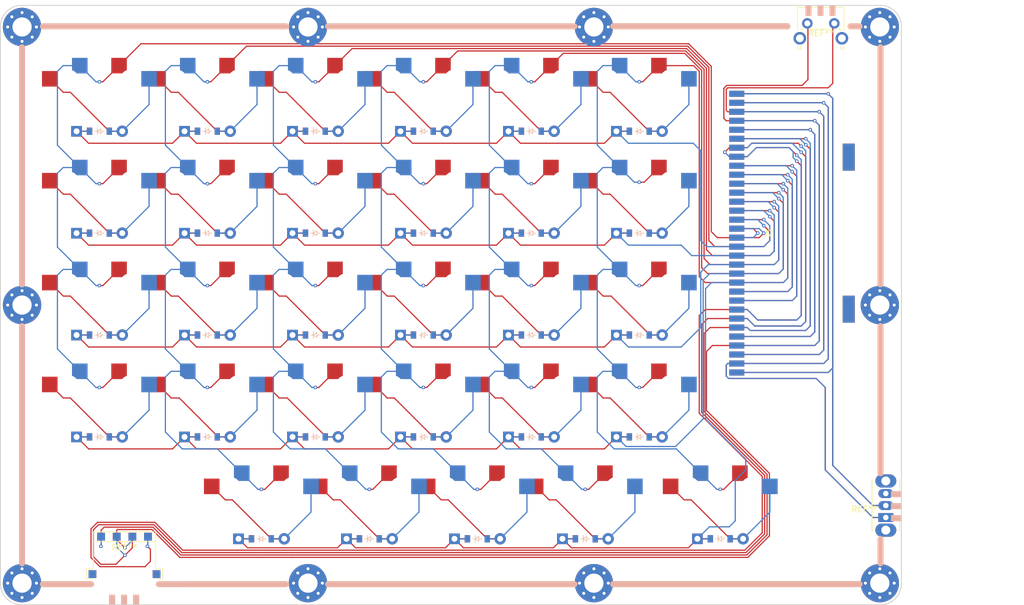
<source format=kicad_pcb>
(kicad_pcb (version 20221018) (generator pcbnew)
  (title_block (title "typeboy_sp") (rev "v1.0.0") (company "Unknown"))
  (layers (0 "F.Cu" signal) (31 "B.Cu" signal) (34 "B.Paste" user) (35 "F.Paste" user) (36 "B.SilkS" user "B.Silkscreen") (37 "F.SilkS" user "F.Silkscreen") (38 "B.Mask" user) (39 "F.Mask" user) (44 "Edge.Cuts" user))
  (net 0 "")
  (net 1 "col0")
  (net 2 "outer_bottom")
  (net 3 "outer_home")
  (net 4 "outer_top")
  (net 5 "outer_num")
  (net 6 "col1")
  (net 7 "pinky_mod")
  (net 8 "pinky_bottom")
  (net 9 "pinky_home")
  (net 10 "pinky_top")
  (net 11 "pinky_num")
  (net 12 "col2")
  (net 13 "ring_mod")
  (net 14 "ring_bottom")
  (net 15 "ring_home")
  (net 16 "ring_top")
  (net 17 "ring_num")
  (net 18 "col3")
  (net 19 "middle_mod")
  (net 20 "middle_bottom")
  (net 21 "middle_home")
  (net 22 "middle_top")
  (net 23 "middle_num")
  (net 24 "col4")
  (net 25 "index_mod")
  (net 26 "index_bottom")
  (net 27 "index_home")
  (net 28 "index_top")
  (net 29 "index_num")
  (net 30 "col5")
  (net 31 "inner_mod")
  (net 32 "inner_bottom")
  (net 33 "inner_home")
  (net 34 "inner_top")
  (net 35 "inner_num")
  (net 36 "row3")
  (net 37 "row2")
  (net 38 "row1")
  (net 39 "row0")
  (net 40 "row4")
  (net 41 "BATOUT")
  (net 42 "BATIN")
  (net 43 "RST")
  (net 44 "GND")
  (net 45 "VCC")
  (net 46 "MOSI")
  (net 47 "MISO")
  (net 48 "SCK")
  (net 49 "IO_CS")
  (net 50 "row5")
  (net 51 "LCD_CS")
  (net 52 "col6")
  (net 53 "col7")
  (net 54 "NFC0")
  (net 55 "NFC1")
  (footprint "PG1350" (layer "F.Cu") (at 193.5 164)
    (fp_text reference "S5" hide)
    (fp_text value "" hide)
  )
  (footprint "PG1350" (layer "F.Cu") (at 220.5 113)
    (fp_text reference "S18" hide)
    (fp_text value "" hide)
  )
  (footprint "PG1350" (layer "F.Cu") (at 256.5 130)
    (fp_text reference "S27" hide)
    (fp_text value "" hide)
  )
  (footprint "PG1350" (layer "F.Cu") (at 256.5 147)
    (fp_text reference "S26" hide)
    (fp_text value "" hide)
  )
  (footprint "ComboDiode" (layer "F.Cu") (at 166.5 152)
    (fp_text reference "D1" hide)
    (fp_text value "" hide)
  )
  (footprint "ComboDiode" (layer "F.Cu") (at 247.5 169)
    (fp_text reference "D20" hide)
    (fp_text value "" hide)
  )
  (footprint "ComboDiode" (layer "F.Cu") (at 256.5 118)
    (fp_text reference "D28" hide)
    (fp_text value "" hide)
  )
  (footprint "ComboDiode" (layer "F.Cu") (at 184.5 118)
    (fp_text reference "D8" hide)
    (fp_text value "" hide)
  )
  (footprint "PG1350" (layer "F.Cu") (at 184.5 113)
    (fp_text reference "S8" hide)
    (fp_text value "" hide)
  )
  (footprint "ComboDiode" (layer "F.Cu") (at 202.5 135)
    (fp_text reference "D12" hide)
    (fp_text value "" hide)
  )
  (footprint "MountingHole:MountingHole_3.2mm_M3_Pad_Via" (layer "F.Cu") (at 296.601 83.6)
    (fp_text reference "REF**" hide)
    (fp_text value "MountingHole_3.2mm_M3_Pad_Via" hide)
  )
  (footprint "ComboDiode" (layer "F.Cu") (at 256.5 101)
    (fp_text reference "D29" hide)
    (fp_text value "" hide)
  )
  (footprint "PG1350" (layer "F.Cu") (at 166.5 130)
    (fp_text reference "S2" hide)
    (fp_text value "" hide)
  )
  (footprint "PG1350" (layer "F.Cu") (at 238.5 147)
    (fp_text reference "S21" hide)
    (fp_text value "" hide)
  )
  (footprint "PG1350" (layer "F.Cu") (at 220.5 96)
    (fp_text reference "S19" hide)
    (fp_text value "" hide)
  )
  (footprint "ComboDiode" (layer "F.Cu") (at 166.5 118)
    (fp_text reference "D3" hide)
    (fp_text value "" hide)
  )
  (footprint "ComboDiode" (layer "F.Cu") (at 256.5 152)
    (fp_text reference "D26" hide)
    (fp_text value "" hide)
  )
  (footprint "ComboDiode" (layer "F.Cu") (at 202.5 118)
    (fp_text reference "D13" hide)
    (fp_text value "" hide)
  )
  (footprint "PG1350" (layer "F.Cu") (at 220.5 130)
    (fp_text reference "S17" hide)
    (fp_text value "" hide)
  )
  (footprint "MountingHole:MountingHole_3.2mm_M3_Pad_Via" (layer "F.Cu") (at 296.601 130)
    (fp_text reference "REF**" hide)
    (fp_text value "MountingHole_3.2mm_M3_Pad_Via" hide)
  )
  (footprint "ComboDiode" (layer "F.Cu") (at 166.5 135)
    (fp_text reference "D2" hide)
    (fp_text value "" hide)
  )
  (footprint "ComboDiode" (layer "F.Cu") (at 220.5 101)
    (fp_text reference "D19" hide)
    (fp_text value "" hide)
  )
  (footprint "MountingHole:MountingHole_3.2mm_M3_Pad_Via" (layer "F.Cu") (at 201.267 176.4)
    (fp_text reference "REF**" hide)
    (fp_text value "MountingHole_3.2mm_M3_Pad_Via" hide)
  )
  (footprint "MountingHole:MountingHole_3.2mm_M3_Pad_Via" (layer "F.Cu") (at 248.934 176.4)
    (fp_text reference "REF**" hide)
    (fp_text value "MountingHole_3.2mm_M3_Pad_Via" hide)
  )
  (footprint "MountingHole:MountingHole_3.2mm_M3_Pad_Via" (layer "F.Cu") (at 153.6 130)
    (fp_text reference "REF**" hide)
    (fp_text value "MountingHole_3.2mm_M3_Pad_Via" hide)
  )
  (footprint "SW_CuK_OS102011MA1QN1_SPDT_Angled" (layer "F.Cu") (at 297.601 165.45 90)
    (fp_text reference "REF**")
    (fp_text value "SW_CuK_OS102011MA1QN1_SPDT_Angled")
  )
  (footprint "ComboDiode" (layer "F.Cu") (at 220.5 152)
    (fp_text reference "D16" hide)
    (fp_text value "" hide)
  )
  (footprint "ComboDiode" (layer "F.Cu") (at 220.5 118)
    (fp_text reference "D18" hide)
    (fp_text value "" hide)
  )
  (footprint "ComboDiode" (layer "F.Cu") (at 184.5 135)
    (fp_text reference "D7" hide)
    (fp_text value "" hide)
  )
  (footprint "PG1350" (layer "F.Cu") (at 184.5 130)
    (fp_text reference "S7" hide)
    (fp_text value "" hide)
  )
  (footprint "ComboDiode" (layer "F.Cu") (at 220.5 135)
    (fp_text reference "D17" hide)
    (fp_text value "" hide)
  )
  (footprint "MountingHole:MountingHole_3.2mm_M3_Pad_Via" (layer "F.Cu") (at 153.6 83.6)
    (fp_text reference "REF**" hide)
    (fp_text value "MountingHole_3.2mm_M3_Pad_Via" hide)
  )
  (footprint "ComboDiode" (layer "F.Cu") (at 202.5 101)
    (fp_text reference "D14" hide)
    (fp_text value "" hide)
  )
  (footprint "MountingHole:MountingHole_3.2mm_M3_Pad_Via" (layer "F.Cu") (at 201.267 83.6)
    (fp_text reference "REF**" hide)
    (fp_text value "MountingHole_3.2mm_M3_Pad_Via" hide)
  )
  (footprint "ComboDiode" (layer "F.Cu") (at 184.5 101)
    (fp_text reference "D9" hide)
    (fp_text value "" hide)
  )
  (footprint "ComboDiode" (layer "F.Cu") (at 238.5 101)
    (fp_text reference "D24" hide)
    (fp_text value "" hide)
  )
  (footprint "ComboDiode" (layer "F.Cu") (at 202.5 152)
    (fp_text reference "D11" hide)
    (fp_text value "" hide)
  )
  (footprint "PG1350" (layer "F.Cu") (at 220.5 147)
    (fp_text reference "S16" hide)
    (fp_text value "" hide)
  )
  (footprint "PG1350" (layer "F.Cu") (at 211.5 164)
    (fp_text reference "S10" hide)
    (fp_text value "" hide)
  )
  (footprint "ComboDiode" (layer "F.Cu") (at 270 169)
    (fp_text reference "D25" hide)
    (fp_text value "" hide)
  )
  (footprint "PG1350" (layer "F.Cu") (at 229.5 164)
    (fp_text reference "S15" hide)
    (fp_text value "" hide)
  )
  (footprint "PG1350" (layer "F.Cu") (at 238.5 113)
    (fp_text reference "S23" hide)
    (fp_text value "" hide)
  )
  (footprint "PG1350" (layer "F.Cu") (at 166.5 96)
    (fp_text reference "S4" hide)
    (fp_text value "" hide)
  )
  (footprint "ComboDiode" (layer "F.Cu") (at 238.5 118)
    (fp_text reference "D23" hide)
    (fp_text value "" hide)
  )
  (footprint "PG1350" (layer "F.Cu") (at 202.5 130)
    (fp_text reference "S12" hide)
    (fp_text value "" hide)
  )
  (footprint "PG1350" (layer "F.Cu") (at 238.5 96)
    (fp_text reference "S24" hide)
    (fp_text value "" hide)
  )
  (footprint "SW_Tactile_SPST_Angled_PTS645Vx39-2LFS" (layer "F.Cu") (at 284.5175 83)
    (fp_text reference "REF**")
    (fp_text value "SW_Tactile_SPST_Angled_PTS645Vx39-2LFS")
  )
  (footprint "PG1350" (layer "F.Cu") (at 270 164)
    (fp_text reference "S25" hide)
    (fp_text value "" hide)
  )
  (footprint "Custom:SIQ-02FVS3" (layer "F.Cu") (at 170.6835 168.65)
    (fp_text reference "REF**")
    (fp_text value "SIQ-02FVS3")
  )
  (footprint "MountingHole:MountingHole_3.2mm_M3_Pad_Via" (layer "F.Cu") (at 296.601 176.4)
    (fp_text reference "REF**" hide)
    (fp_text value "MountingHole_3.2mm_M3_Pad_Via" hide)
  )
  (footprint "PG1350" (layer "F.Cu") (at 202.5 147)
    (fp_text reference "S11" hide)
    (fp_text value "" hide)
  )
  (footprint "MountingHole:MountingHole_3.2mm_M3_Pad_Via" (layer "F.Cu") (at 153.6 176.4)
    (fp_text reference "REF**" hide)
    (fp_text value "MountingHole_3.2mm_M3_Pad_Via" hide)
  )
  (footprint "ComboDiode" (layer "F.Cu") (at 256.5 135)
    (fp_text reference "D27" hide)
    (fp_text value "" hide)
  )
  (footprint "PG1350" (layer "F.Cu") (at 184.5 96)
    (fp_text reference "S9" hide)
    (fp_text value "" hide)
  )
  (footprint "ComboDiode" (layer "F.Cu") (at 211.5 169)
    (fp_text reference "D10" hide)
    (fp_text value "" hide)
  )
  (footprint "ComboDiode" (layer "F.Cu") (at 229.5 169)
    (fp_text reference "D15" hide)
    (fp_text value "" hide)
  )
  (footprint "PG1350" (layer "F.Cu") (at 166.5 113)
    (fp_text reference "S3" hide)
    (fp_text value "" hide)
  )
  (footprint "ComboDiode" (layer "F.Cu") (at 238.5 152)
    (fp_text reference "D21" hide)
    (fp_text value "" hide)
  )
  (footprint "PG1350" (layer "F.Cu") (at 238.5 130)
    (fp_text reference "S22" hide)
    (fp_text value "" hide)
  )
  (footprint "PG1350" (layer "F.Cu") (at 256.5 113)
    (fp_text reference "S28" hide)
    (fp_text value "" hide)
  )
  (footprint "PG1350" (layer "F.Cu") (at 202.5 96)
    (fp_text reference "S14" hide)
    (fp_text value "" hide)
  )
  (footprint "PG1350" (layer "F.Cu") (at 247.5 164)
    (fp_text reference "S20" hide)
    (fp_text value "" hide)
  )
  (footprint "Custom:GBA_Reversible_Cart_Reader" (layer "F.Cu") (at 278.5 118 -90)
    (fp_text reference "J2")
    (fp_text value "CartBus")
  )
  (footprint "ComboDiode" (layer "F.Cu") (at 193.5 169)
    (fp_text reference "D5" hide)
    (fp_text value "" hide)
  )
  (footprint "ComboDiode" (layer "F.Cu") (at 238.5 135)
    (fp_text reference "D22" hide)
    (fp_text value "" hide)
  )
  (footprint "PG1350" (layer "F.Cu") (at 166.5 147)
    (fp_text reference "S1" hide)
    (fp_text value "" hide)
  )
  (footprint "PG1350" (layer "F.Cu") (at 256.5 96)
    (fp_text reference "S29" hide)
    (fp_text value "" hide)
  )
  (footprint "ComboDiode" (layer "F.Cu") (at 184.5 152)
    (fp_text reference "D6" hide)
    (fp_text value "" hide)
  )
  (footprint "PG1350" (layer "F.Cu") (at 202.5 113)
    (fp_text reference "S13" hide)
    (fp_text value "" hide)
  )
  (footprint "PG1350" (layer "F.Cu") (at 184.5 147)
    (fp_text reference "S6" hide)
    (fp_text value "" hide)
  )
  (footprint "MountingHole:MountingHole_3.2mm_M3_Pad_Via" (layer "F.Cu") (at 248.934 83.6)
    (fp_text reference "REF**" hide)
    (fp_text value "MountingHole_3.2mm_M3_Pad_Via" hide)
  )
  (footprint "ComboDiode" (layer "F.Cu") (at 166.5 101)
    (fp_text reference "D4" hide)
    (fp_text value "" hide)
  )
  (gr_poly (pts (xy 245.701553 176.07038) (xy 245.726962 176.072312) (xy 245.752002 176.075495) (xy 245.776641 176.079896) (xy 245.800848 176.085485) (xy 245.824592 176.092229) (xy 245.847841 176.100097) (xy 245.870564 176.109058) (xy 245.892728 176.11908) (xy 245.914304 176.130132) (xy 245.935258 176.142182) (xy 245.955561 176.155199) (xy 245.975179 176.169151) (xy 245.994083 176.184008) (xy 246.01224 176.199737) (xy 246.029619 176.216306) (xy 246.046188 176.233686) (xy 246.061917 176.251843) (xy 246.076773 176.270747) (xy 246.090725 176.290366) (xy 246.103742 176.310669) (xy 246.115792 176.331624) (xy 246.126843 176.353199) (xy 246.136865 176.375364) (xy 246.145826 176.398087) (xy 246.153694 176.421336) (xy 246.160437 176.44508) (xy 246.166026 176.469288) (xy 246.170427 176.493927) (xy 246.173609 176.518967) (xy 246.175542 176.544376) (xy 246.176193 176.570122) (xy 246.175542 176.595868) (xy 246.173609 176.621277) (xy 246.170427 176.646317) (xy 246.166026 176.670957) (xy 246.160437 176.695164) (xy 246.153694 176.718908) (xy 246.145826 176.742157) (xy 246.136865 176.76488) (xy 246.126843 176.787045) (xy 246.115792 176.80862) (xy 246.103742 176.829575) (xy 246.090725 176.849878) (xy 246.076773 176.869497) (xy 246.061917 176.888401) (xy 246.046188 176.906559) (xy 246.029619 176.923938) (xy 246.01224 176.940508) (xy 245.994083 176.956236) (xy 245.975179 176.971093) (xy 245.955561 176.985045) (xy 245.935258 176.998062) (xy 245.914304 177.010112) (xy 245.892728 177.021164) (xy 245.870564 177.031186) (xy 245.847841 177.040147) (xy 245.824592 177.048015) (xy 245.800848 177.054759) (xy 245.776641 177.060348) (xy 245.752002 177.064749) (xy 245.726962 177.067932) (xy 245.701553 177.069865) (xy 245.675807 177.070516) (xy 204.643562 177.070516) (xy 204.617816 177.069865) (xy 204.592407 177.067932) (xy 204.567367 177.064749) (xy 204.542728 177.060348) (xy 204.51852 177.054759) (xy 204.494776 177.048015) (xy 204.471527 177.040147) (xy 204.448804 177.031186) (xy 204.42664 177.021164) (xy 204.405064 177.010112) (xy 204.384109 176.998062) (xy 204.363806 176.985045) (xy 204.344187 176.971093) (xy 204.325283 176.956236) (xy 204.307126 176.940508) (xy 204.289747 176.923938) (xy 204.273177 176.906559) (xy 204.257448 176.888401) (xy 204.242592 176.869497) (xy 204.228639 176.849878) (xy 204.215622 176.829575) (xy 204.203572 176.80862) (xy 204.19252 176.787045) (xy 204.182498 176.76488) (xy 204.173537 176.742157) (xy 204.165669 176.718908) (xy 204.158925 176.695164) (xy 204.153337 176.670957) (xy 204.148935 176.646317) (xy 204.145753 176.621277) (xy 204.14382 176.595868) (xy 204.143169 176.570122) (xy 204.14382 176.544376) (xy 204.145753 176.518967) (xy 204.148935 176.493927) (xy 204.153337 176.469288) (xy 204.158925 176.44508) (xy 204.165669 176.421336) (xy 204.173537 176.398087) (xy 204.182498 176.375364) (xy 204.19252 176.353199) (xy 204.203572 176.331624) (xy 204.215622 176.310669) (xy 204.228639 176.290366) (xy 204.242592 176.270747) (xy 204.257448 176.251843) (xy 204.273177 176.233686) (xy 204.289747 176.216306) (xy 204.307126 176.199737) (xy 204.325283 176.184008) (xy 204.344187 176.169151) (xy 204.363806 176.155199) (xy 204.384109 176.142182) (xy 204.405064 176.130132) (xy 204.42664 176.11908) (xy 204.448804 176.109058) (xy 204.471527 176.100097) (xy 204.494776 176.092229) (xy 204.51852 176.085485) (xy 204.542728 176.079896) (xy 204.567367 176.075495) (xy 204.592407 176.072312) (xy 204.617816 176.07038) (xy 204.643562 176.069728) (xy 245.675807 176.069728)) (fill solid) (layer "B.SilkS"))
  (gr_poly (pts (xy 287.208434 81.745613) (xy 286.207647 81.745613) (xy 286.207647 79.994237) (xy 287.208434 79.994237)) (fill solid) (layer "B.SilkS"))
  (gr_poly (pts (xy 197.663804 82.997247) (xy 197.689213 82.99918) (xy 197.714253 83.002362) (xy 197.738892 83.006762) (xy 197.763099 83.01235) (xy 197.786843 83.019093) (xy 197.810092 83.02696) (xy 197.832815 83.03592) (xy 197.85498 83.045941) (xy 197.876555 83.056991) (xy 197.89751 83.06904) (xy 197.917813 83.082056) (xy 197.937431 83.096007) (xy 197.956335 83.110862) (xy 197.974492 83.12659) (xy 197.991872 83.143159) (xy 198.008441 83.160537) (xy 198.02417 83.178694) (xy 198.039026 83.197597) (xy 198.052978 83.217216) (xy 198.065995 83.237518) (xy 198.078045 83.258473) (xy 198.089097 83.280049) (xy 198.099119 83.302215) (xy 198.10808 83.324938) (xy 198.115948 83.348189) (xy 198.122692 83.371934) (xy 198.12828 83.396143) (xy 198.132681 83.420785) (xy 198.135864 83.445827) (xy 198.137796 83.471239) (xy 198.138448 83.496989) (xy 198.137796 83.522739) (xy 198.135864 83.548151) (xy 198.132681 83.573194) (xy 198.12828 83.597835) (xy 198.122692 83.622045) (xy 198.115948 83.64579) (xy 198.10808 83.66904) (xy 198.099119 83.691764) (xy 198.089097 83.71393) (xy 198.078045 83.735505) (xy 198.065995 83.75646) (xy 198.052978 83.776763) (xy 198.039026 83.796382) (xy 198.02417 83.815285) (xy 198.008441 83.833442) (xy 197.991872 83.85082) (xy 197.974492 83.867389) (xy 197.956335 83.883116) (xy 197.937431 83.897972) (xy 197.917813 83.911923) (xy 197.89751 83.924938) (xy 197.876555 83.936987) (xy 197.85498 83.948038) (xy 197.832815 83.958059) (xy 197.810092 83.967019) (xy 197.786843 83.974886) (xy 197.763099 83.981629) (xy 197.738892 83.987216) (xy 197.714253 83.991617) (xy 197.689213 83.994799) (xy 197.663804 83.996732) (xy 197.638058 83.997383) (xy 157.106207 83.997383) (xy 157.080457 83.996732) (xy 157.055045 83.994799) (xy 157.030002 83.991617) (xy 157.005361 83.987216) (xy 156.981151 83.981629) (xy 156.957406 83.974886) (xy 156.934156 83.967019) (xy 156.911432 83.958059) (xy 156.889267 83.948038) (xy 156.867691 83.936987) (xy 156.846736 83.924938) (xy 156.826433 83.911923) (xy 156.806814 83.897972) (xy 156.787911 83.883116) (xy 156.769755 83.867389) (xy 156.752376 83.85082) (xy 156.735807 83.833442) (xy 156.72008 83.815285) (xy 156.705225 83.796382) (xy 156.691273 83.776763) (xy 156.678258 83.75646) (xy 156.666209 83.735505) (xy 156.655158 83.71393) (xy 156.645137 83.691764) (xy 156.636177 83.66904) (xy 156.62831 83.64579) (xy 156.621567 83.622045) (xy 156.61598 83.597835) (xy 156.611579 83.573194) (xy 156.608397 83.548151) (xy 156.606465 83.522739) (xy 156.605813 83.496989) (xy 156.606465 83.471239) (xy 156.608397 83.445827) (xy 156.611579 83.420785) (xy 156.61598 83.396143) (xy 156.621567 83.371934) (xy 156.62831 83.348189) (xy 156.636177 83.324938) (xy 156.645137 83.302215) (xy 156.655158 83.280049) (xy 156.666209 83.258473) (xy 156.678258 83.237518) (xy 156.691273 83.217216) (xy 156.705225 83.197597) (xy 156.72008 83.178694) (xy 156.735807 83.160537) (xy 156.752376 83.143159) (xy 156.769755 83.12659) (xy 156.787911 83.110862) (xy 156.806814 83.096007) (xy 156.826433 83.082056) (xy 156.846736 83.06904) (xy 156.867691 83.056991) (xy 156.889267 83.045941) (xy 156.911432 83.03592) (xy 156.934156 83.02696) (xy 156.957406 83.019093) (xy 156.981151 83.01235) (xy 157.005361 83.006762) (xy 157.030002 83.002362) (xy 157.055045 82.99918) (xy 157.080457 82.997247) (xy 157.106207 82.996596) (xy 197.638058 82.996596)) (fill solid) (layer "B.SilkS"))
  (gr_poly (pts (xy 289.210009 81.745613) (xy 288.209222 81.745613) (xy 288.209222 79.994237) (xy 289.210009 79.994237)) (fill solid) (layer "B.SilkS"))
  (gr_poly (pts (xy 296.741645 86.5) (xy 296.767046 86.501932) (xy 296.79208 86.505114) (xy 296.816713 86.509515) (xy 296.840916 86.515102) (xy 296.864657 86.521845) (xy 296.887903 86.529712) (xy 296.910624 86.538672) (xy 296.932788 86.548693) (xy 296.954363 86.559744) (xy 296.975318 86.571793) (xy 296.995622 86.584808) (xy 297.015242 86.59876) (xy 297.034148 86.613615) (xy 297.052307 86.629342) (xy 297.069689 86.645911) (xy 297.086262 86.66329) (xy 297.101994 86.681446) (xy 297.116853 86.700349) (xy 297.130809 86.719968) (xy 297.143829 86.740271) (xy 297.155883 86.761226) (xy 297.166938 86.782802) (xy 297.176964 86.804967) (xy 297.185928 86.827691) (xy 297.193799 86.850941) (xy 297.200545 86.874686) (xy 297.206136 86.898896) (xy 297.210539 86.923537) (xy 297.213723 86.94858) (xy 297.215657 86.973992) (xy 297.216308 86.999742) (xy 297.216308 126.530805) (xy 297.215657 126.556552) (xy 297.213723 126.58196) (xy 297.210539 126.607) (xy 297.206136 126.63164) (xy 297.200545 126.655847) (xy 297.193799 126.679591) (xy 297.185928 126.70284) (xy 297.176964 126.725563) (xy 297.166938 126.747728) (xy 297.155883 126.769304) (xy 297.143829 126.790259) (xy 297.130809 126.810561) (xy 297.116853 126.83018) (xy 297.101994 126.849084) (xy 297.086262 126.867242) (xy 297.069689 126.884621) (xy 297.052307 126.901191) (xy 297.034148 126.916919) (xy 297.015242 126.931776) (xy 296.995622 126.945728) (xy 296.975318 126.958745) (xy 296.954363 126.970795) (xy 296.932788 126.981847) (xy 296.910624 126.991869) (xy 296.887903 127.00083) (xy 296.864657 127.008698) (xy 296.840916 127.015443) (xy 296.816713 127.021031) (xy 296.79208 127.025432) (xy 296.767046 127.028615) (xy 296.741645 127.030548) (xy 296.715908 127.031199) (xy 296.69017 127.030548) (xy 296.664769 127.028615) (xy 296.639736 127.025432) (xy 296.615102 127.021031) (xy 296.5909 127.015443) (xy 296.56716 127.008698) (xy 296.543914 127.00083) (xy 296.521194 126.991869) (xy 296.49903 126.981847) (xy 296.477456 126.970795) (xy 296.456501 126.958745) (xy 296.436198 126.945728) (xy 296.416578 126.931776) (xy 296.397673 126.916919) (xy 296.379514 126.901191) (xy 296.362133 126.884621) (xy 296.345561 126.867242) (xy 296.32983 126.849084) (xy 296.314971 126.83018) (xy 296.301016 126.810561) (xy 296.287996 126.790259) (xy 296.275943 126.769304) (xy 296.264888 126.747728) (xy 296.254864 126.725563) (xy 296.2459 126.70284) (xy 296.238029 126.679591) (xy 296.231283 126.655847) (xy 296.225693 126.63164) (xy 296.22129 126.607) (xy 296.218106 126.58196) (xy 296.216173 126.556552) (xy 296.215521 126.530805) (xy 296.215521 86.999742) (xy 296.216173 86.973992) (xy 296.218106 86.94858) (xy 296.22129 86.923537) (xy 296.225693 86.898896) (xy 296.231283 86.874686) (xy 296.238029 86.850941) (xy 296.2459 86.827691) (xy 296.254864 86.804967) (xy 296.264888 86.782802) (xy 296.275943 86.761226) (xy 296.287996 86.740271) (xy 296.301016 86.719968) (xy 296.314971 86.700349) (xy 296.32983 86.681446) (xy 296.345561 86.66329) (xy 296.362133 86.645911) (xy 296.379514 86.629342) (xy 296.397673 86.613615) (xy 296.416578 86.59876) (xy 296.436198 86.584808) (xy 296.456501 86.571793) (xy 296.477456 86.559744) (xy 296.49903 86.548693) (xy 296.521194 86.538672) (xy 296.543914 86.529712) (xy 296.56716 86.521845) (xy 296.5909 86.515102) (xy 296.615102 86.509515) (xy 296.639736 86.505114) (xy 296.664769 86.501932) (xy 296.69017 86.5) (xy 296.715908 86.499348)) (fill solid) (layer "B.SilkS"))
  (gr_poly (pts (xy 296.741645 168.564488) (xy 296.767046 168.566421) (xy 296.79208 168.569604) (xy 296.816713 168.574005) (xy 296.840916 168.579593) (xy 296.864657 168.586337) (xy 296.887903 168.594205) (xy 296.910624 168.603165) (xy 296.932788 168.613187) (xy 296.954363 168.624239) (xy 296.975318 168.636289) (xy 296.995622 168.649305) (xy 297.015242 168.663258) (xy 297.034148 168.678114) (xy 297.052307 168.693842) (xy 297.069689 168.710411) (xy 297.086262 168.72779) (xy 297.101994 168.745947) (xy 297.116853 168.764851) (xy 297.130809 168.78447) (xy 297.143829 168.804772) (xy 297.155883 168.825727) (xy 297.166938 168.847302) (xy 297.176964 168.869467) (xy 297.185928 168.892189) (xy 297.193799 168.915438) (xy 297.200545 168.939182) (xy 297.206136 168.963389) (xy 297.210539 168.988029) (xy 297.213723 169.013068) (xy 297.215657 169.038477) (xy 297.216308 169.064224) (xy 297.216308 173.067373) (xy 297.215657 173.09312) (xy 297.213723 173.118529) (xy 297.210539 173.143568) (xy 297.206136 173.168208) (xy 297.200545 173.192415) (xy 297.193799 173.216159) (xy 297.185928 173.239408) (xy 297.176964 173.262131) (xy 297.166938 173.284296) (xy 297.155883 173.305872) (xy 297.143829 173.326827) (xy 297.130809 173.347129) (xy 297.116853 173.366748) (xy 297.101994 173.385652) (xy 297.086262 173.40381) (xy 297.069689 173.421189) (xy 297.052307 173.437759) (xy 297.034148 173.453488) (xy 297.015242 173.468344) (xy 296.995622 173.482296) (xy 296.975318 173.495313) (xy 296.954363 173.507364) (xy 296.932788 173.518415) (xy 296.910624 173.528438) (xy 296.887903 173.537398) (xy 296.864657 173.545267) (xy 296.840916 173.552011) (xy 296.816713 173.557599) (xy 296.79208 173.562) (xy 296.767046 173.565183) (xy 296.741645 173.567116) (xy 296.715908 173.567767) (xy 296.69017 173.567116) (xy 296.664769 173.565183) (xy 296.639736 173.562) (xy 296.615102 173.557599) (xy 296.5909 173.552011) (xy 296.56716 173.545267) (xy 296.543914 173.537398) (xy 296.521194 173.528438) (xy 296.49903 173.518415) (xy 296.477456 173.507364) (xy 296.456501 173.495313) (xy 296.436198 173.482296) (xy 296.416578 173.468344) (xy 296.397673 173.453488) (xy 296.379514 173.437759) (xy 296.362133 173.421189) (xy 296.345561 173.40381) (xy 296.32983 173.385652) (xy 296.314971 173.366748) (xy 296.301016 173.347129) (xy 296.287996 173.326827) (xy 296.275943 173.305872) (xy 296.264888 173.284296) (xy 296.254864 173.262131) (xy 296.2459 173.239408) (xy 296.238029 173.216159) (xy 296.231283 173.192415) (xy 296.225693 173.168208) (xy 296.22129 173.143568) (xy 296.218106 173.118529) (xy 296.216173 173.09312) (xy 296.215521 173.067373) (xy 296.215521 169.064224) (xy 296.216173 169.038477) (xy 296.218106 169.013068) (xy 296.22129 168.988029) (xy 296.225693 168.963389) (xy 296.231283 168.939182) (xy 296.238029 168.915438) (xy 296.2459 168.892189) (xy 296.254864 168.869467) (xy 296.264888 168.847302) (xy 296.275943 168.825727) (xy 296.287996 168.804772) (xy 296.301016 168.78447) (xy 296.314971 168.764851) (xy 296.32983 168.745947) (xy 296.345561 168.72779) (xy 296.362133 168.710411) (xy 296.379514 168.693842) (xy 296.397673 168.678114) (xy 296.416578 168.663258) (xy 296.436198 168.649305) (xy 296.456501 168.636289) (xy 296.477456 168.624239) (xy 296.49903 168.613187) (xy 296.521194 168.603165) (xy 296.543914 168.594205) (xy 296.56716 168.586337) (xy 296.5909 168.579593) (xy 296.615102 168.574005) (xy 296.639736 168.569604) (xy 296.664769 168.566421) (xy 296.69017 168.564488) (xy 296.715908 168.563837)) (fill solid) (layer "B.SilkS"))
  (gr_poly (pts (xy 293.233175 176.058382) (xy 293.258857 176.060337) (xy 293.28417 176.063557) (xy 293.309081 176.06801) (xy 293.333559 176.073664) (xy 293.357572 176.080486) (xy 293.381088 176.088447) (xy 293.404074 176.097513) (xy 293.426499 176.107653) (xy 293.44833 176.118835) (xy 293.469536 176.131027) (xy 293.490084 176.144198) (xy 293.509942 176.158315) (xy 293.529078 176.173347) (xy 293.547461 176.189263) (xy 293.565057 176.206029) (xy 293.581836 176.223615) (xy 293.597764 176.241989) (xy 293.61281 176.261119) (xy 293.626942 176.280973) (xy 293.640128 176.301519) (xy 293.652336 176.322726) (xy 293.663532 176.344561) (xy 293.673687 176.366993) (xy 293.682767 176.389991) (xy 293.69074 176.413522) (xy 293.697575 176.437554) (xy 293.703239 176.462056) (xy 293.7077 176.486996) (xy 293.710926 176.512343) (xy 293.712885 176.538064) (xy 293.713545 176.564127) (xy 293.712885 176.590181) (xy 293.710926 176.615893) (xy 293.7077 176.641232) (xy 293.703239 176.666166) (xy 293.697575 176.690662) (xy 293.69074 176.71469) (xy 293.682767 176.738218) (xy 293.673687 176.761212) (xy 293.663532 176.783643) (xy 293.652336 176.805477) (xy 293.640128 176.826683) (xy 293.626942 176.847229) (xy 293.61281 176.867083) (xy 293.597764 176.886214) (xy 293.581836 176.904589) (xy 293.565057 176.922177) (xy 293.547461 176.938945) (xy 293.529078 176.954863) (xy 293.509942 176.969898) (xy 293.490084 176.984018) (xy 293.469536 176.997191) (xy 293.44833 177.009386) (xy 293.426499 177.020571) (xy 293.404074 177.030713) (xy 293.381088 177.039782) (xy 293.357572 177.047745) (xy 293.333559 177.05457) (xy 293.309081 177.060225) (xy 293.28417 177.06468) (xy 293.258857 177.067901) (xy 293.233175 177.069857) (xy 293.207156 177.070516) (xy 252.18692 177.070516) (xy 252.160901 177.069857) (xy 252.135219 177.067901) (xy 252.109905 177.06468) (xy 252.084993 177.060225) (xy 252.060514 177.05457) (xy 252.036501 177.047745) (xy 252.012985 177.039782) (xy 251.989998 177.030713) (xy 251.967573 177.020571) (xy 251.945741 177.009386) (xy 251.924536 176.997191) (xy 251.903987 176.984018) (xy 251.884129 176.969898) (xy 251.864992 176.954863) (xy 251.84661 176.938945) (xy 251.829013 176.922177) (xy 251.812234 176.904589) (xy 251.796306 176.886214) (xy 251.78126 176.867083) (xy 251.767127 176.847229) (xy 251.753942 176.826683) (xy 251.741734 176.805477) (xy 251.730537 176.783643) (xy 251.720383 176.761212) (xy 251.711303 176.738218) (xy 251.703329 176.71469) (xy 251.696495 176.690662) (xy 251.690831 176.666166) (xy 251.68637 176.641232) (xy 251.683144 176.615893) (xy 251.681184 176.590181) (xy 251.680524 176.564127) (xy 251.681184 176.538064) (xy 251.683144 176.512343) (xy 251.68637 176.486996) (xy 251.690831 176.462056) (xy 251.696495 176.437554) (xy 251.703329 176.413522) (xy 251.711303 176.389991) (xy 251.720383 176.366993) (xy 251.730537 176.344561) (xy 251.741734 176.322726) (xy 251.753942 176.301519) (xy 251.767127 176.280973) (xy 251.78126 176.261119) (xy 251.796306 176.241989) (xy 251.812234 176.223615) (xy 251.829013 176.206029) (xy 251.84661 176.189263) (xy 251.864992 176.173347) (xy 251.884129 176.158315) (xy 251.903987 176.144198) (xy 251.924536 176.131027) (xy 251.945741 176.118835) (xy 251.967573 176.107653) (xy 251.989998 176.097513) (xy 252.012985 176.088447) (xy 252.036501 176.080486) (xy 252.060514 176.073664) (xy 252.084993 176.06801) (xy 252.109905 176.063557) (xy 252.135219 176.060337) (xy 252.160901 176.058382) (xy 252.18692 176.057723) (xy 293.207156 176.057723)) (fill solid) (layer "B.SilkS"))
  (gr_poly (pts (xy 169.115643 180.072878) (xy 168.114858 180.072878) (xy 168.114858 178.321504) (xy 169.115643 178.321504)) (fill solid) (layer "B.SilkS"))
  (gr_poly (pts (xy 300.218656 162.058719) (xy 298.467282 162.058719) (xy 298.467282 161.057939) (xy 300.218656 161.057939)) (fill solid) (layer "B.SilkS"))
  (gr_poly (pts (xy 173.118789 180.072878) (xy 172.118004 180.072878) (xy 172.118004 178.321504) (xy 173.118789 178.321504)) (fill solid) (layer "B.SilkS"))
  (gr_poly (pts (xy 285.206874 81.745613) (xy 284.206086 81.745613) (xy 284.206086 79.994237) (xy 285.206874 79.994237)) (fill solid) (layer "B.SilkS"))
  (gr_poly (pts (xy 281.221829 82.980295) (xy 281.247606 82.98226) (xy 281.273012 82.985496) (xy 281.298017 82.989971) (xy 281.322588 82.995654) (xy 281.346692 83.002511) (xy 281.370298 83.010511) (xy 281.393374 83.019623) (xy 281.415886 83.029813) (xy 281.437803 83.041051) (xy 281.459092 83.053304) (xy 281.479722 83.06654) (xy 281.49966 83.080728) (xy 281.518873 83.095835) (xy 281.53733 83.111829) (xy 281.554999 83.128679) (xy 281.571846 83.146352) (xy 281.58784 83.164816) (xy 281.602949 83.18404) (xy 281.61714 83.203991) (xy 281.63038 83.224638) (xy 281.642639 83.245949) (xy 281.653883 83.26789) (xy 281.664081 83.290432) (xy 281.6732 83.313541) (xy 281.681207 83.337186) (xy 281.688071 83.361334) (xy 281.693759 83.385954) (xy 281.69824 83.411014) (xy 281.70148 83.436482) (xy 281.703448 83.462325) (xy 281.704111 83.488513) (xy 281.703448 83.514699) (xy 281.70148 83.540542) (xy 281.69824 83.566009) (xy 281.693759 83.591068) (xy 281.688071 83.615687) (xy 281.681207 83.639835) (xy 281.6732 83.663479) (xy 281.664081 83.686588) (xy 281.653883 83.709129) (xy 281.642639 83.73107) (xy 281.63038 83.75238) (xy 281.61714 83.773027) (xy 281.602949 83.792978) (xy 281.58784 83.812201) (xy 281.571846 83.830665) (xy 281.554999 83.848338) (xy 281.53733 83.865187) (xy 281.518873 83.881181) (xy 281.49966 83.896288) (xy 281.479722 83.910476) (xy 281.459092 83.923712) (xy 281.437803 83.935965) (xy 281.415886 83.947202) (xy 281.393374 83.957393) (xy 281.370298 83.966504) (xy 281.346692 83.974505) (xy 281.322588 83.981362) (xy 281.298017 83.987044) (xy 281.273012 83.991519) (xy 281.247606 83.994755) (xy 281.221829 83.99672) (xy 281.195716 83.997383) (xy 252.188926 83.997383) (xy 252.162813 83.99672) (xy 252.137036 83.994755) (xy 252.11163 83.991519) (xy 252.086625 83.987044) (xy 252.062054 83.981362) (xy 252.037949 83.974505) (xy 252.014343 83.966504) (xy 251.991267 83.957393) (xy 251.968755 83.947202) (xy 251.946838 83.935964) (xy 251.925548 83.923711) (xy 251.904918 83.910475) (xy 251.88498 83.896287) (xy 251.865766 83.881181) (xy 251.847308 83.865186) (xy 251.82964 83.848337) (xy 251.812792 83.830664) (xy 251.796798 83.812199) (xy 251.781689 83.792975) (xy 251.767498 83.773024) (xy 251.754256 83.752377) (xy 251.741997 83.731067) (xy 251.730753 83.709125) (xy 251.720555 83.686583) (xy 251.711436 83.663474) (xy 251.703428 83.63983) (xy 251.696564 83.615681) (xy 251.690876 83.591061) (xy 251.686395 83.566001) (xy 251.683155 83.540533) (xy 251.681187 83.51469) (xy 251.680524 83.488503) (xy 251.681187 83.462316) (xy 251.683155 83.436474) (xy 251.686395 83.411007) (xy 251.690876 83.385948) (xy 251.696564 83.361328) (xy 251.703428 83.33718) (xy 251.711436 83.313536) (xy 251.720555 83.290428) (xy 251.730753 83.267887) (xy 251.741997 83.245945) (xy 251.754256 83.224635) (xy 251.767498 83.203989) (xy 251.781689 83.184038) (xy 251.796798 83.164814) (xy 251.812792 83.14635) (xy 251.82964 83.128678) (xy 251.847308 83.111828) (xy 251.865766 83.095834) (xy 251.88498 83.080727) (xy 251.904918 83.06654) (xy 251.925548 83.053304) (xy 251.946838 83.041051) (xy 251.968755 83.029813) (xy 251.991267 83.019622) (xy 252.014343 83.010511) (xy 252.037949 83.002511) (xy 252.062054 82.995653) (xy 252.086625 82.989971) (xy 252.11163 82.985496) (xy 252.137036 82.98226) (xy 252.162813 82.980295) (xy 252.188926 82.979633) (xy 281.195716 82.979633)) (fill solid) (layer "B.SilkS"))
  (gr_poly (pts (xy 296.741645 133.036567) (xy 296.767046 133.0385) (xy 296.79208 133.041683) (xy 296.816713 133.046084) (xy 296.840916 133.051673) (xy 296.864657 133.058417) (xy 296.887903 133.066285) (xy 296.910624 133.075246) (xy 296.932788 133.085268) (xy 296.954363 133.09632) (xy 296.975318 133.10837) (xy 296.995622 133.121387) (xy 297.015242 133.135339) (xy 297.034148 133.150196) (xy 297.052307 133.165924) (xy 297.069689 133.182494) (xy 297.086262 133.199873) (xy 297.101994 133.218031) (xy 297.116853 133.236935) (xy 297.130809 133.256554) (xy 297.143829 133.276857) (xy 297.155883 133.297811) (xy 297.166938 133.319387) (xy 297.176964 133.341552) (xy 297.185928 133.364275) (xy 297.193799 133.387524) (xy 297.200545 133.411268) (xy 297.206136 133.435475) (xy 297.210539 133.460115) (xy 297.213723 133.485155) (xy 297.215657 133.510563) (xy 297.216308 133.53631) (xy 297.216308 158.055576) (xy 297.215657 158.081323) (xy 297.213723 158.106732) (xy 297.210539 158.131772) (xy 297.206136 158.156411) (xy 297.200545 158.180618) (xy 297.193799 158.204362) (xy 297.185928 158.227611) (xy 297.176964 158.250334) (xy 297.166938 158.272499) (xy 297.155883 158.294075) (xy 297.143829 158.31503) (xy 297.130809 158.335333) (xy 297.116853 158.354952) (xy 297.101994 158.373856) (xy 297.086262 158.392013) (xy 297.069689 158.409392) (xy 297.052307 158.425962) (xy 297.034148 158.441691) (xy 297.015242 158.456547) (xy 296.995622 158.470499) (xy 296.975318 158.483517) (xy 296.954363 158.495567) (xy 296.932788 158.506619) (xy 296.910624 158.516641) (xy 296.887903 158.525602) (xy 296.864657 158.53347) (xy 296.840916 158.540214) (xy 296.816713 158.545802) (xy 296.79208 158.550203) (xy 296.767046 158.553386) (xy 296.741645 158.555319) (xy 296.715908 158.55597) (xy 296.69017 158.555319) (xy 296.664769 158.553386) (xy 296.639736 158.550203) (xy 296.615102 158.545802) (xy 296.5909 158.540214) (xy 296.56716 158.53347) (xy 296.543914 158.525602) (xy 296.521194 158.516641) (xy 296.49903 158.506619) (xy 296.477456 158.495567) (xy 296.456501 158.483517) (xy 296.436198 158.470499) (xy 296.416578 158.456547) (xy 296.397673 158.441691) (xy 296.379514 158.425962) (xy 296.362133 158.409392) (xy 296.345561 158.392013) (xy 296.32983 158.373856) (xy 296.314971 158.354952) (xy 296.301016 158.335333) (xy 296.287996 158.31503) (xy 296.275943 158.294075) (xy 296.264888 158.272499) (xy 296.254864 158.250334) (xy 296.2459 158.227611) (xy 296.238029 158.204362) (xy 296.231283 158.180618) (xy 296.225693 158.156411) (xy 296.22129 158.131772) (xy 296.218106 158.106732) (xy 296.216173 158.081323) (xy 296.215521 158.055576) (xy 296.215521 133.53631) (xy 296.216173 133.510563) (xy 296.218106 133.485155) (xy 296.22129 133.460115) (xy 296.225693 133.435475) (xy 296.231283 133.411268) (xy 296.238029 133.387524) (xy 296.2459 133.364275) (xy 296.254864 133.341552) (xy 296.264888 133.319387) (xy 296.275943 133.297811) (xy 296.287996 133.276857) (xy 296.301016 133.256554) (xy 296.314971 133.236935) (xy 296.32983 133.218031) (xy 296.345561 133.199873) (xy 296.362133 133.182494) (xy 296.379514 133.165924) (xy 296.397673 133.150196) (xy 296.416578 133.135339) (xy 296.436198 133.121387) (xy 296.456501 133.10837) (xy 296.477456 133.09632) (xy 296.49903 133.085268) (xy 296.521194 133.075246) (xy 296.543914 133.066285) (xy 296.56716 133.058417) (xy 296.5909 133.051673) (xy 296.615102 133.046084) (xy 296.639736 133.041683) (xy 296.664769 133.0385) (xy 296.69017 133.036567) (xy 296.715908 133.035916)) (fill solid) (layer "B.SilkS"))
  (gr_poly (pts (xy 153.629204 86.5) (xy 153.654616 86.501932) (xy 153.679659 86.505114) (xy 153.7043 86.509515) (xy 153.72851 86.515102) (xy 153.752255 86.521845) (xy 153.775505 86.529712) (xy 153.798229 86.538672) (xy 153.820395 86.548693) (xy 153.84197 86.559744) (xy 153.862925 86.571793) (xy 153.883228 86.584808) (xy 153.902847 86.59876) (xy 153.92175 86.613615) (xy 153.939907 86.629342) (xy 153.957285 86.645911) (xy 153.973854 86.66329) (xy 153.989581 86.681446) (xy 154.004437 86.700349) (xy 154.018388 86.719968) (xy 154.031403 86.740271) (xy 154.043452 86.761226) (xy 154.054503 86.782802) (xy 154.064524 86.804967) (xy 154.073484 86.827691) (xy 154.081351 86.850941) (xy 154.088094 86.874686) (xy 154.093681 86.898896) (xy 154.098082 86.923537) (xy 154.101264 86.94858) (xy 154.103197 86.973992) (xy 154.103848 86.999742) (xy 154.103848 126.530805) (xy 154.103197 126.556552) (xy 154.101264 126.58196) (xy 154.098082 126.607) (xy 154.093681 126.63164) (xy 154.088094 126.655847) (xy 154.081351 126.679591) (xy 154.073484 126.70284) (xy 154.064524 126.725563) (xy 154.054503 126.747728) (xy 154.043452 126.769304) (xy 154.031403 126.790259) (xy 154.018388 126.810561) (xy 154.004437 126.83018) (xy 153.989581 126.849084) (xy 153.973854 126.867242) (xy 153.957285 126.884621) (xy 153.939907 126.901191) (xy 153.92175 126.916919) (xy 153.902847 126.931776) (xy 153.883228 126.945728) (xy 153.862925 126.958745) (xy 153.84197 126.970795) (xy 153.820395 126.981847) (xy 153.798229 126.991869) (xy 153.775505 127.00083) (xy 153.752255 127.008698) (xy 153.72851 127.015443) (xy 153.7043 127.021031) (xy 153.679659 127.025432) (xy 153.654616 127.028615) (xy 153.629204 127.030548) (xy 153.603454 127.031199) (xy 153.577704 127.030548) (xy 153.552292 127.028615) (xy 153.52725 127.025432) (xy 153.502608 127.021031) (xy 153.478399 127.015443) (xy 153.454654 127.008698) (xy 153.431403 127.00083) (xy 153.40868 126.991869) (xy 153.386514 126.981847) (xy 153.364938 126.970795) (xy 153.343983 126.958745) (xy 153.323681 126.945728) (xy 153.304062 126.931776) (xy 153.285159 126.916919) (xy 153.267002 126.901191) (xy 153.249624 126.884621) (xy 153.233055 126.867242) (xy 153.217327 126.849084) (xy 153.202472 126.83018) (xy 153.188521 126.810561) (xy 153.175505 126.790259) (xy 153.163456 126.769304) (xy 153.152406 126.747728) (xy 153.142385 126.725563) (xy 153.133425 126.70284) (xy 153.125558 126.679591) (xy 153.118815 126.655847) (xy 153.113227 126.63164) (xy 153.108827 126.607) (xy 153.105645 126.58196) (xy 153.103712 126.556552) (xy 153.103061 126.530805) (xy 153.103061 86.999742) (xy 153.103712 86.973992) (xy 153.105645 86.94858) (xy 153.108827 86.923537) (xy 153.113227 86.898896) (xy 153.118815 86.874686) (xy 153.125558 86.850941) (xy 153.133425 86.827691) (xy 153.142385 86.804967) (xy 153.152406 86.782802) (xy 153.163456 86.761226) (xy 153.175505 86.740271) (xy 153.188521 86.719968) (xy 153.202472 86.700349) (xy 153.217327 86.681446) (xy 153.233055 86.66329) (xy 153.249624 86.645911) (xy 153.267002 86.629342) (xy 153.285159 86.613615) (xy 153.304062 86.59876) (xy 153.323681 86.584808) (xy 153.343983 86.571793) (xy 153.364938 86.559744) (xy 153.386514 86.548693) (xy 153.40868 86.538672) (xy 153.431403 86.529712) (xy 153.454654 86.521845) (xy 153.478399 86.515102) (xy 153.502608 86.509515) (xy 153.52725 86.505114) (xy 153.552292 86.501932) (xy 153.577704 86.5) (xy 153.603454 86.499348)) (fill solid) (layer "B.SilkS"))
  (gr_poly (pts (xy 165.138244 176.07038) (xy 165.163653 176.072312) (xy 165.188693 176.075495) (xy 165.213333 176.079896) (xy 165.23754 176.085485) (xy 165.261284 176.092229) (xy 165.284533 176.100097) (xy 165.307256 176.109058) (xy 165.329421 176.11908) (xy 165.350997 176.130132) (xy 165.371952 176.142182) (xy 165.392254 176.155199) (xy 165.411873 176.169151) (xy 165.430777 176.184008) (xy 165.448934 176.199737) (xy 165.466314 176.216306) (xy 165.482883 176.233686) (xy 165.498612 176.251843) (xy 165.513468 176.270747) (xy 165.527421 176.290366) (xy 165.540438 176.310669) (xy 165.552488 176.331624) (xy 165.56354 176.353199) (xy 165.573562 176.375364) (xy 165.582522 176.398087) (xy 165.590391 176.421336) (xy 165.597135 176.44508) (xy 165.602723 176.469288) (xy 165.607124 176.493927) (xy 165.610307 176.518967) (xy 165.61224 176.544376) (xy 165.612891 176.570122) (xy 165.61224 176.595868) (xy 165.610307 176.621277) (xy 165.607124 176.646317) (xy 165.602723 176.670957) (xy 165.597135 176.695164) (xy 165.590391 176.718908) (xy 165.582522 176.742157) (xy 165.573562 176.76488) (xy 165.56354 176.787045) (xy 165.552488 176.80862) (xy 165.540438 176.829575) (xy 165.527421 176.849878) (xy 165.513468 176.869497) (xy 165.498612 176.888401) (xy 165.482883 176.906559) (xy 165.466314 176.923938) (xy 165.448934 176.940508) (xy 165.430777 176.956236) (xy 165.411873 176.971093) (xy 165.392254 176.985045) (xy 165.371952 176.998062) (xy 165.350997 177.010112) (xy 165.329421 177.021164) (xy 165.307256 177.031186) (xy 165.284533 177.040147) (xy 165.261284 177.048015) (xy 165.23754 177.054759) (xy 165.213333 177.060348) (xy 165.188693 177.064749) (xy 165.163653 177.067932) (xy 165.138244 177.069865) (xy 165.112498 177.070516) (xy 157.106207 177.070516) (xy 157.080457 177.069865) (xy 157.055045 177.067932) (xy 157.030002 177.064749) (xy 157.005361 177.060348) (xy 156.981151 177.054759) (xy 156.957406 177.048015) (xy 156.934156 177.040147) (xy 156.911432 177.031186) (xy 156.889267 177.021164) (xy 156.867691 177.010112) (xy 156.846736 176.998062) (xy 156.826433 176.985045) (xy 156.806814 176.971093) (xy 156.787911 176.956236) (xy 156.769755 176.940508) (xy 156.752376 176.923938) (xy 156.735807 176.906559) (xy 156.72008 176.888401) (xy 156.705225 176.869497) (xy 156.691273 176.849878) (xy 156.678258 176.829575) (xy 156.666209 176.80862) (xy 156.655158 176.787045) (xy 156.645137 176.76488) (xy 156.636177 176.742157) (xy 156.62831 176.718908) (xy 156.621567 176.695164) (xy 156.61598 176.670957) (xy 156.611579 176.646317) (xy 156.608397 176.621277) (xy 156.606465 176.595868) (xy 156.605813 176.570122) (xy 156.606465 176.544376) (xy 156.608397 176.518967) (xy 156.611579 176.493927) (xy 156.61598 176.469288) (xy 156.621567 176.44508) (xy 156.62831 176.421336) (xy 156.636177 176.398087) (xy 156.645137 176.375364) (xy 156.655158 176.353199) (xy 156.666209 176.331624) (xy 156.678258 176.310669) (xy 156.691273 176.290366) (xy 156.705225 176.270747) (xy 156.72008 176.251843) (xy 156.735807 176.233686) (xy 156.752376 176.216306) (xy 156.769755 176.199737) (xy 156.787911 176.184008) (xy 156.806814 176.169151) (xy 156.826433 176.155199) (xy 156.846736 176.142182) (xy 156.867691 176.130132) (xy 156.889267 176.11908) (xy 156.911432 176.109058) (xy 156.934156 176.100097) (xy 156.957406 176.092229) (xy 156.981151 176.085485) (xy 157.005361 176.079896) (xy 157.030002 176.075495) (xy 157.055045 176.072312) (xy 157.080457 176.07038) (xy 157.106207 176.069728) (xy 165.112498 176.069728)) (fill solid) (layer "B.SilkS"))
  (gr_poly (pts (xy 171.117216 180.072878) (xy 170.116431 180.072878) (xy 170.116431 178.321504) (xy 171.117216 178.321504)) (fill solid) (layer "B.SilkS"))
  (gr_poly (pts (xy 300.218656 166.061869) (xy 298.467282 166.061869) (xy 298.467282 165.061081) (xy 300.218656 165.061081)) (fill solid) (layer "B.SilkS"))
  (gr_poly (pts (xy 245.701553 82.997247) (xy 245.726962 82.99918) (xy 245.752002 83.002362) (xy 245.776641 83.006762) (xy 245.800848 83.01235) (xy 245.824592 83.019093) (xy 245.847841 83.02696) (xy 245.870564 83.03592) (xy 245.892728 83.045941) (xy 245.914304 83.056991) (xy 245.935258 83.06904) (xy 245.955561 83.082056) (xy 245.975179 83.096007) (xy 245.994083 83.110862) (xy 246.01224 83.12659) (xy 246.029619 83.143159) (xy 246.046188 83.160537) (xy 246.061917 83.178694) (xy 246.076773 83.197597) (xy 246.090725 83.217216) (xy 246.103742 83.237518) (xy 246.115792 83.258473) (xy 246.126843 83.280049) (xy 246.136865 83.302215) (xy 246.145826 83.324938) (xy 246.153694 83.348189) (xy 246.160437 83.371934) (xy 246.166026 83.396143) (xy 246.170427 83.420785) (xy 246.173609 83.445827) (xy 246.175542 83.471239) (xy 246.176193 83.496989) (xy 246.175542 83.522739) (xy 246.173609 83.548151) (xy 246.170427 83.573194) (xy 246.166026 83.597835) (xy 246.160437 83.622045) (xy 246.153694 83.64579) (xy 246.145826 83.66904) (xy 246.136865 83.691764) (xy 246.126843 83.71393) (xy 246.115792 83.735505) (xy 246.103742 83.75646) (xy 246.090725 83.776763) (xy 246.076773 83.796382) (xy 246.061917 83.815285) (xy 246.046188 83.833442) (xy 246.029619 83.85082) (xy 246.01224 83.867389) (xy 245.994083 83.883116) (xy 245.975179 83.897972) (xy 245.955561 83.911923) (xy 245.935258 83.924938) (xy 245.914304 83.936987) (xy 245.892728 83.948038) (xy 245.870564 83.958059) (xy 245.847841 83.967019) (xy 245.824592 83.974886) (xy 245.800848 83.981629) (xy 245.776641 83.987216) (xy 245.752002 83.991617) (xy 245.726962 83.994799) (xy 245.701553 83.996731) (xy 245.675807 83.997383) (xy 204.643562 83.997383) (xy 204.617816 83.996731) (xy 204.592407 83.994799) (xy 204.567367 83.991617) (xy 204.542728 83.987216) (xy 204.51852 83.981629) (xy 204.494776 83.974886) (xy 204.471527 83.967019) (xy 204.448804 83.958059) (xy 204.42664 83.948038) (xy 204.405064 83.936987) (xy 204.384109 83.924938) (xy 204.363806 83.911923) (xy 204.344187 83.897972) (xy 204.325283 83.883116) (xy 204.307126 83.867389) (xy 204.289747 83.85082) (xy 204.273177 83.833442) (xy 204.257448 83.815285) (xy 204.242592 83.796382) (xy 204.228639 83.776763) (xy 204.215622 83.75646) (xy 204.203572 83.735505) (xy 204.19252 83.71393) (xy 204.182498 83.691764) (xy 204.173537 83.66904) (xy 204.165669 83.64579) (xy 204.158925 83.622045) (xy 204.153337 83.597835) (xy 204.148935 83.573194) (xy 204.145753 83.548151) (xy 204.14382 83.522739) (xy 204.143169 83.496989) (xy 204.14382 83.471239) (xy 204.145753 83.445827) (xy 204.148935 83.420785) (xy 204.153337 83.396143) (xy 204.158925 83.371934) (xy 204.165669 83.348189) (xy 204.173537 83.324938) (xy 204.182498 83.302215) (xy 204.19252 83.280049) (xy 204.203572 83.258473) (xy 204.215622 83.237518) (xy 204.228639 83.217216) (xy 204.242592 83.197597) (xy 204.257448 83.178694) (xy 204.273177 83.160537) (xy 204.289747 83.143159) (xy 204.307126 83.12659) (xy 204.325283 83.110862) (xy 204.344187 83.096007) (xy 204.363806 83.082056) (xy 204.384109 83.06904) (xy 204.405064 83.056991) (xy 204.42664 83.045941) (xy 204.448804 83.03592) (xy 204.471527 83.02696) (xy 204.494776 83.019093) (xy 204.51852 83.01235) (xy 204.542728 83.006762) (xy 204.567367 83.002362) (xy 204.592407 82.99918) (xy 204.617816 82.997247) (xy 204.643562 82.996596) (xy 245.675807 82.996596)) (fill solid) (layer "B.SilkS"))
  (gr_poly (pts (xy 197.534991 176.07038) (xy 197.5673 176.072312) (xy 197.59914 176.075495) (xy 197.63047 176.079896) (xy 197.66125 176.085485) (xy 197.691441 176.092229) (xy 197.721001 176.100097) (xy 197.749892 176.109058) (xy 197.778074 176.11908) (xy 197.805505 176.130132) (xy 197.832147 176.142182) (xy 197.85796 176.155199) (xy 197.882903 176.169151) (xy 197.906936 176.184008) (xy 197.93002 176.199737) (xy 197.952114 176.216306) (xy 197.973179 176.233686) (xy 197.993175 176.251843) (xy 198.012061 176.270747) (xy 198.029798 176.290366) (xy 198.046346 176.310669) (xy 198.061665 176.331624) (xy 198.075714 176.353199) (xy 198.088454 176.375364) (xy 198.099845 176.398087) (xy 198.109847 176.421336) (xy 198.118419 176.44508) (xy 198.125523 176.469288) (xy 198.131118 176.493927) (xy 198.135163 176.518967) (xy 198.13762 176.544376) (xy 198.138448 176.570122) (xy 198.13762 176.595868) (xy 198.135163 176.621277) (xy 198.131118 176.646317) (xy 198.125523 176.670957) (xy 198.118419 176.695164) (xy 198.109847 176.718908) (xy 198.099845 176.742157) (xy 198.088454 176.76488) (xy 198.075714 176.787045) (xy 198.061665 176.80862) (xy 198.046346 176.829575) (xy 198.029798 176.849878) (xy 198.012061 176.869497) (xy 197.993175 176.888401) (xy 197.973179 176.906559) (xy 197.952114 176.923938) (xy 197.906936 176.956236) (xy 197.85796 176.985045) (xy 197.805505 177.010112) (xy 197.749892 177.031186) (xy 197.691441 177.048015) (xy 197.63047 177.060348) (xy 197.5673 177.067932) (xy 197.534991 177.069865) (xy 197.502251 177.070516) (xy 176.507151 177.070516) (xy 176.474412 177.069865) (xy 176.442102 177.067932) (xy 176.410262 177.064749) (xy 176.378931 177.060348) (xy 176.348151 177.054759) (xy 176.317961 177.048015) (xy 176.2884 177.040147) (xy 176.259509 177.031186) (xy 176.231327 177.021164) (xy 176.203896 177.010112) (xy 176.177254 176.998062) (xy 176.151441 176.985045) (xy 176.126498 176.971093) (xy 176.102465 176.956236) (xy 176.079381 176.940508) (xy 176.057286 176.923938) (xy 176.036221 176.906559) (xy 176.016226 176.888401) (xy 175.997339 176.869497) (xy 175.979602 176.849878) (xy 175.963054 176.829575) (xy 175.947736 176.80862) (xy 175.933687 176.787045) (xy 175.920947 176.76488) (xy 175.909556 176.742157) (xy 175.899554 176.718908) (xy 175.890981 176.695164) (xy 175.883878 176.670957) (xy 175.878283 176.646317) (xy 175.874237 176.621277) (xy 175.871781 176.595868) (xy 175.870953 176.570122) (xy 175.871781 176.544376) (xy 175.874237 176.518967) (xy 175.878283 176.493927) (xy 175.883878 176.469288) (xy 175.890981 176.44508) (xy 175.899554 176.421336) (xy 175.909556 176.398087) (xy 175.920947 176.375364) (xy 175.933687 176.353199) (xy 175.947736 176.331624) (xy 175.963054 176.310669) (xy 175.979602 176.290366) (xy 175.997339 176.270747) (xy 176.016226 176.251843) (xy 176.036221 176.233686) (xy 176.057286 176.216306) (xy 176.102465 176.184008) (xy 176.151441 176.155199) (xy 176.203896 176.130132) (xy 176.259509 176.109058) (xy 176.317961 176.092229) (xy 176.378931 176.079896) (xy 176.442102 176.072312) (xy 176.474412 176.07038) (xy 176.507151 176.069728) (xy 197.502251 176.069728)) (fill solid) (layer "B.SilkS"))
  (gr_poly (pts (xy 293.238896 82.997247) (xy 293.264297 82.99918) (xy 293.28933 83.002362) (xy 293.313964 83.006762) (xy 293.338167 83.01235) (xy 293.361907 83.019093) (xy 293.385153 83.02696) (xy 293.407873 83.03592) (xy 293.430036 83.045941) (xy 293.451611 83.056991) (xy 293.472565 83.06904) (xy 293.492868 83.082056) (xy 293.512488 83.096007) (xy 293.531393 83.110862) (xy 293.549552 83.12659) (xy 293.566933 83.143159) (xy 293.583505 83.160537) (xy 293.599236 83.178694) (xy 293.614095 83.197597) (xy 293.62805 83.217216) (xy 293.64107 83.237518) (xy 293.653123 83.258473) (xy 293.664178 83.280049) (xy 293.674203 83.302215) (xy 293.683166 83.324938) (xy 293.691037 83.348189) (xy 293.697783 83.371934) (xy 293.703373 83.396143) (xy 293.707776 83.420785) (xy 293.71096 83.445827) (xy 293.712894 83.471239) (xy 293.713545 83.496989) (xy 293.712894 83.522739) (xy 293.71096 83.548151) (xy 293.707776 83.573194) (xy 293.703373 83.597835) (xy 293.697783 83.622045) (xy 293.691037 83.64579) (xy 293.683166 83.66904) (xy 293.674203 83.691764) (xy 293.664178 83.71393) (xy 293.653123 83.735505) (xy 293.64107 83.75646) (xy 293.62805 83.776763) (xy 293.614095 83.796382) (xy 293.599236 83.815285) (xy 293.583505 83.833442) (xy 293.566933 83.85082) (xy 293.549552 83.867389) (xy 293.531393 83.883116) (xy 293.512488 83.897972) (xy 293.492868 83.911923) (xy 293.472565 83.924938) (xy 293.451611 83.936987) (xy 293.430036 83.948038) (xy 293.407873 83.958059) (xy 293.385153 83.967019) (xy 293.361907 83.974886) (xy 293.338167 83.981629) (xy 293.313964 83.987216) (xy 293.28933 83.991617) (xy 293.264297 83.994799) (xy 293.238896 83.996732) (xy 293.213159 83.997383) (xy 291.711985 83.997383) (xy 291.686246 83.996732) (xy 291.660844 83.994799) (xy 291.63581 83.991617) (xy 291.611175 83.987216) (xy 291.586971 83.981629) (xy 291.56323 83.974886) (xy 291.539984 83.967019) (xy 291.517262 83.958059) (xy 291.495098 83.948038) (xy 291.473523 83.936987) (xy 291.452568 83.924938) (xy 291.432265 83.911923) (xy 291.412644 83.897972) (xy 291.393739 83.883116) (xy 291.375579 83.867389) (xy 291.358198 83.85082) (xy 291.341626 83.833442) (xy 291.325894 83.815285) (xy 291.311035 83.796382) (xy 291.29708 83.776763) (xy 291.28406 83.75646) (xy 291.272006 83.735505) (xy 291.260952 83.71393) (xy 291.250927 83.691764) (xy 291.241963 83.66904) (xy 291.234092 83.64579) (xy 291.227346 83.622045) (xy 291.221756 83.597835) (xy 291.217353 83.573194) (xy 291.214169 83.548151) (xy 291.212235 83.522739) (xy 291.211584 83.496989) (xy 291.212235 83.471239) (xy 291.214169 83.445827) (xy 291.217353 83.420785) (xy 291.221756 83.396143) (xy 291.227346 83.371934) (xy 291.234092 83.348189) (xy 291.241963 83.324938) (xy 291.250927 83.302215) (xy 291.260952 83.280049) (xy 291.272006 83.258473) (xy 291.28406 83.237518) (xy 291.29708 83.217216) (xy 291.311035 83.197597) (xy 291.325894 83.178694) (xy 291.341626 83.160537) (xy 291.358198 83.143159) (xy 291.375579 83.12659) (xy 291.393739 83.110862) (xy 291.412644 83.096007) (xy 291.432265 83.082056) (xy 291.452568 83.06904) (xy 291.473523 83.056991) (xy 291.495098 83.045941) (xy 291.517262 83.03592) (xy 291.539984 83.02696) (xy 291.56323 83.019093) (xy 291.586971 83.01235) (xy 291.611175 83.006762) (xy 291.63581 83.002362) (xy 291.660844 82.99918) (xy 291.686246 82.997247) (xy 291.711985 82.996596) (xy 293.213159 82.996596)) (fill solid) (layer "B.SilkS"))
  (gr_poly (pts (xy 153.629204 133.036567) (xy 153.654616 133.0385) (xy 153.679659 133.041683) (xy 153.7043 133.046084) (xy 153.72851 133.051673) (xy 153.752255 133.058417) (xy 153.775505 133.066285) (xy 153.798229 133.075246) (xy 153.820395 133.085268) (xy 153.84197 133.09632) (xy 153.862925 133.10837) (xy 153.883228 133.121387) (xy 153.902847 133.135339) (xy 153.92175 133.150196) (xy 153.939907 133.165924) (xy 153.957285 133.182494) (xy 153.973854 133.199873) (xy 153.989581 133.218031) (xy 154.004437 133.236935) (xy 154.018388 133.256554) (xy 154.031403 133.276856) (xy 154.043452 133.297811) (xy 154.054503 133.319387) (xy 154.064524 133.341552) (xy 154.073484 133.364275) (xy 154.081351 133.387524) (xy 154.088094 133.411268) (xy 154.093681 133.435475) (xy 154.098082 133.460115) (xy 154.101264 133.485155) (xy 154.103197 133.510563) (xy 154.103848 133.53631) (xy 154.103848 173.067373) (xy 154.103197 173.09312) (xy 154.101264 173.118529) (xy 154.098082 173.143568) (xy 154.093681 173.168208) (xy 154.088094 173.192415) (xy 154.081351 173.216159) (xy 154.073484 173.239408) (xy 154.064524 173.262131) (xy 154.054503 173.284296) (xy 154.043452 173.305872) (xy 154.031403 173.326827) (xy 154.018388 173.347129) (xy 154.004437 173.366748) (xy 153.989581 173.385652) (xy 153.973854 173.40381) (xy 153.957285 173.421189) (xy 153.939907 173.437759) (xy 153.92175 173.453488) (xy 153.902847 173.468344) (xy 153.883228 173.482296) (xy 153.862925 173.495313) (xy 153.84197 173.507364) (xy 153.820395 173.518415) (xy 153.798229 173.528438) (xy 153.775505 173.537398) (xy 153.752255 173.545267) (xy 153.72851 173.552011) (xy 153.7043 173.557599) (xy 153.679659 173.562) (xy 153.654616 173.565183) (xy 153.629204 173.567116) (xy 153.603454 173.567767) (xy 153.577704 173.567116) (xy 153.552292 173.565183) (xy 153.52725 173.562) (xy 153.502608 173.557599) (xy 153.478399 173.552011) (xy 153.454654 173.545267) (xy 153.431403 173.537398) (xy 153.40868 173.528438) (xy 153.386514 173.518415) (xy 153.364938 173.507364) (xy 153.343983 173.495313) (xy 153.323681 173.482296) (xy 153.304062 173.468344) (xy 153.285159 173.453488) (xy 153.267002 173.437759) (xy 153.249624 173.421189) (xy 153.233055 173.40381) (xy 153.217327 173.385652) (xy 153.202472 173.366748) (xy 153.188521 173.347129) (xy 153.175505 173.326827) (xy 153.163456 173.305872) (xy 153.152406 173.284296) (xy 153.142385 173.262131) (xy 153.133425 173.239408) (xy 153.125558 173.216159) (xy 153.118815 173.192415) (xy 153.113227 173.168208) (xy 153.108827 173.143568) (xy 153.105645 173.118529) (xy 153.103712 173.09312) (xy 153.103061 173.067373) (xy 153.103061 133.53631) (xy 153.103712 133.510563) (xy 153.105645 133.485155) (xy 153.108827 133.460115) (xy 153.113227 133.435475) (xy 153.118815 133.411268) (xy 153.125558 133.387524) (xy 153.133425 133.364275) (xy 153.142385 133.341552) (xy 153.152406 133.319387) (xy 153.163456 133.297811) (xy 153.175505 133.276856) (xy 153.188521 133.256554) (xy 153.202472 133.236935) (xy 153.217327 133.218031) (xy 153.233055 133.199873) (xy 153.249624 133.182494) (xy 153.267002 133.165924) (xy 153.285159 133.150196) (xy 153.304062 133.135339) (xy 153.323681 133.121387) (xy 153.343983 133.10837) (xy 153.364938 133.09632) (xy 153.386514 133.085268) (xy 153.40868 133.075246) (xy 153.431403 133.066285) (xy 153.454654 133.058417) (xy 153.478399 133.051673) (xy 153.502608 133.046084) (xy 153.52725 133.041683) (xy 153.552292 133.0385) (xy 153.577704 133.036567) (xy 153.603454 133.035916)) (fill solid) (layer "B.SilkS"))
  (gr_poly (pts (xy 300.218656 164.060294) (xy 298.467282 164.060294) (xy 298.467282 163.059506) (xy 300.218656 163.059506)) (fill solid) (layer "B.SilkS"))
  (gr_poly (pts (xy 197.659956 176.07038) (xy 197.685365 176.072312) (xy 197.710405 176.075495) (xy 197.735044 176.079896) (xy 197.759251 176.085485) (xy 197.782995 176.092229) (xy 197.806244 176.100097) (xy 197.828967 176.109058) (xy 197.851132 176.11908) (xy 197.872707 176.130132) (xy 197.893662 176.142182) (xy 197.913965 176.155199) (xy 197.933583 176.169151) (xy 197.952487 176.184008) (xy 197.970644 176.199737) (xy 197.988024 176.216306) (xy 198.004593 176.233686) (xy 198.020322 176.251843) (xy 198.035178 176.270747) (xy 198.04913 176.290366) (xy 198.062147 176.310669) (xy 198.074197 176.331624) (xy 198.085249 176.353199) (xy 198.095271 176.375364) (xy 198.104232 176.398087) (xy 198.1121 176.421336) (xy 198.118844 176.44508) (xy 198.124432 176.469288) (xy 198.128833 176.493927) (xy 198.132016 176.518967) (xy 198.133948 176.544376) (xy 198.1346 176.570122) (xy 198.133948 176.595868) (xy 198.132016 176.621277) (xy 198.128833 176.646317) (xy 198.124432 176.670957) (xy 198.118844 176.695164) (xy 198.1121 176.718908) (xy 198.104232 176.742157) (xy 198.095271 176.76488) (xy 198.085249 176.787045) (xy 198.074197 176.80862) (xy 198.062147 176.829575) (xy 198.04913 176.849878) (xy 198.035178 176.869497) (xy 198.020322 176.888401) (xy 198.004593 176.906559) (xy 197.988024 176.923938) (xy 197.970644 176.940508) (xy 197.952487 176.956236) (xy 197.933583 176.971093) (xy 197.913965 176.985045) (xy 197.893662 176.998062) (xy 197.872707 177.010112) (xy 197.851132 177.021164) (xy 197.828967 177.031186) (xy 197.806244 177.040147) (xy 197.782995 177.048015) (xy 197.759251 177.054759) (xy 197.735044 177.060348) (xy 197.710405 177.064749) (xy 197.685365 177.067932) (xy 197.659956 177.069865) (xy 197.63421 177.070516) (xy 181.121232 177.070516) (xy 181.095485 177.069865) (xy 181.070076 177.067932) (xy 181.045036 177.064749) (xy 181.020397 177.060348) (xy 180.99619 177.054759) (xy 180.972446 177.048015) (xy 180.949197 177.040147) (xy 180.926474 177.031186) (xy 180.904309 177.021164) (xy 180.882733 177.010112) (xy 180.861778 176.998062) (xy 180.841475 176.985045) (xy 180.821856 176.971093) (xy 180.802952 176.956236) (xy 180.784795 176.940508) (xy 180.767416 176.923938) (xy 180.750846 176.906559) (xy 180.735117 176.888401) (xy 180.720261 176.869497) (xy 180.706308 176.849878) (xy 180.693291 176.829575) (xy 180.681241 176.80862) (xy 180.670189 176.787045) (xy 180.660167 176.76488) (xy 180.651206 176.742157) (xy 180.643338 176.718908) (xy 180.636594 176.695164) (xy 180.631006 176.670957) (xy 180.626605 176.646317) (xy 180.623422 176.621277) (xy 180.621489 176.595868) (xy 180.620838 176.570122) (xy 180.621489 176.544376) (xy 180.623422 176.518967) (xy 180.626605 176.493927) (xy 180.631006 176.469288) (xy 180.636594 176.44508) (xy 180.643338 176.421336) (xy 180.651206 176.398087) (xy 180.660167 176.375364) (xy 180.670189 176.353199) (xy 180.681241 176.331624) (xy 180.693291 176.310669) (xy 180.706308 176.290366) (xy 180.720261 176.270747) (xy 180.735117 176.251843) (xy 180.750846 176.233686) (xy 180.767416 176.216306) (xy 180.784795 176.199737) (xy 180.802952 176.184008) (xy 180.821856 176.169151) (xy 180.841475 176.155199) (xy 180.861778 176.142182) (xy 180.882733 176.130132) (xy 180.904309 176.11908) (xy 180.926474 176.109058) (xy 180.949197 176.100097) (xy 180.972446 176.092229) (xy 180.99619 176.085485) (xy 181.020397 176.079896) (xy 181.045036 176.075495) (xy 181.070076 176.072312) (xy 181.095485 176.07038) (xy 181.121232 176.069728) (xy 197.63421 176.069728)) (fill solid) (layer "F.SilkS"))
  (gr_poly (pts (xy 165.134396 176.07038) (xy 165.159805 176.072312) (xy 165.184845 176.075495) (xy 165.209485 176.079896) (xy 165.233692 176.085485) (xy 165.257436 176.092229) (xy 165.280685 176.100097) (xy 165.303408 176.109058) (xy 165.325573 176.11908) (xy 165.347149 176.130132) (xy 165.368104 176.142182) (xy 165.388406 176.155199) (xy 165.408025 176.169151) (xy 165.426929 176.184008) (xy 165.445086 176.199737) (xy 165.462466 176.216306) (xy 165.479035 176.233686) (xy 165.494764 176.251843) (xy 165.50962 176.270747) (xy 165.523573 176.290366) (xy 165.53659 176.310669) (xy 165.54864 176.331624) (xy 165.559692 176.353199) (xy 165.569714 176.375364) (xy 165.578674 176.398087) (xy 165.586543 176.421336) (xy 165.593287 176.44508) (xy 165.598875 176.469288) (xy 165.603276 176.493927) (xy 165.606459 176.518967) (xy 165.608392 176.544376) (xy 165.609043 176.570122) (xy 165.608392 176.595868) (xy 165.606459 176.621277) (xy 165.603276 176.646317) (xy 165.598875 176.670957) (xy 165.593287 176.695164) (xy 165.586543 176.718908) (xy 165.578674 176.742157) (xy 165.569714 176.76488) (xy 165.559692 176.787045) (xy 165.54864 176.80862) (xy 165.53659 176.829575) (xy 165.523573 176.849878) (xy 165.50962 176.869497) (xy 165.494764 176.888401) (xy 165.479035 176.906559) (xy 165.462466 176.923938) (xy 165.445086 176.940508) (xy 165.426929 176.956236) (xy 165.408025 176.971093) (xy 165.388406 176.985045) (xy 165.368104 176.998062) (xy 165.347149 177.010112) (xy 165.325573 177.021164) (xy 165.303408 177.031186) (xy 165.280685 177.040147) (xy 165.257436 177.048015) (xy 165.233692 177.054759) (xy 165.209485 177.060348) (xy 165.184845 177.064749) (xy 165.159805 177.067932) (xy 165.134396 177.069865) (xy 165.10865 177.070516) (xy 157.102359 177.070516) (xy 157.076609 177.069865) (xy 157.051197 177.067932) (xy 157.026154 177.064749) (xy 157.001513 177.060348) (xy 156.977303 177.054759) (xy 156.953558 177.048015) (xy 156.930308 177.040147) (xy 156.907584 177.031186) (xy 156.885419 177.021164) (xy 156.863843 177.010112) (xy 156.842888 176.998062) (xy 156.822585 176.985045) (xy 156.802966 176.971093) (xy 156.784063 176.956236) (xy 156.765907 176.940508) (xy 156.748528 176.923938) (xy 156.731959 176.906559) (xy 156.716232 176.888401) (xy 156.701377 176.869497) (xy 156.687425 176.849878) (xy 156.67441 176.829575) (xy 156.662361 176.80862) (xy 156.65131 176.787045) (xy 156.641289 176.76488) (xy 156.632329 176.742157) (xy 156.624462 176.718908) (xy 156.617719 176.695164) (xy 156.612132 176.670957) (xy 156.607731 176.646317) (xy 156.604549 176.621277) (xy 156.602617 176.595868) (xy 156.601965 176.570122) (xy 156.602617 176.544376) (xy 156.604549 176.518967) (xy 156.607731 176.493927) (xy 156.612132 176.469288) (xy 156.617719 176.44508) (xy 156.624462 176.421336) (xy 156.632329 176.398087) (xy 156.641289 176.375364) (xy 156.65131 176.353199) (xy 156.662361 176.331624) (xy 156.67441 176.310669) (xy 156.687425 176.290366) (xy 156.701377 176.270747) (xy 156.716232 176.251843) (xy 156.731959 176.233686) (xy 156.748528 176.216306) (xy 156.765907 176.199737) (xy 156.784063 176.184008) (xy 156.802966 176.169151) (xy 156.822585 176.155199) (xy 156.842888 176.142182) (xy 156.863843 176.130132) (xy 156.885419 176.11908) (xy 156.907584 176.109058) (xy 156.930308 176.100097) (xy 156.953558 176.092229) (xy 156.977303 176.085485) (xy 157.001513 176.079896) (xy 157.026154 176.075495) (xy 157.051197 176.072312) (xy 157.076609 176.07038) (xy 157.102359 176.069728) (xy 165.10865 176.069728)) (fill solid) (layer "F.SilkS"))
  (gr_poly (pts (xy 289.206161 81.745613) (xy 288.205374 81.745613) (xy 288.205374 79.994237) (xy 289.206161 79.994237)) (fill solid) (layer "F.SilkS"))
  (gr_poly (pts (xy 296.737797 133.036567) (xy 296.763198 133.0385) (xy 296.788232 133.041683) (xy 296.812865 133.046084) (xy 296.837068 133.051673) (xy 296.860809 133.058417) (xy 296.884055 133.066285) (xy 296.906776 133.075246) (xy 296.92894 133.085268) (xy 296.950515 133.09632) (xy 296.97147 133.10837) (xy 296.991774 133.121387) (xy 297.011394 133.135339) (xy 297.0303 133.150196) (xy 297.048459 133.165924) (xy 297.065841 133.182494) (xy 297.082414 133.199873) (xy 297.098146 133.218031) (xy 297.113005 133.236935) (xy 297.126961 133.256554) (xy 297.139981 133.276857) (xy 297.152035 133.297811) (xy 297.16309 133.319387) (xy 297.173116 133.341552) (xy 297.18208 133.364275) (xy 297.189951 133.387524) (xy 297.196697 133.411268) (xy 297.202288 133.435475) (xy 297.206691 133.460115) (xy 297.209875 133.485155) (xy 297.211809 133.510563) (xy 297.21246 133.53631) (xy 297.21246 158.055576) (xy 297.211809 158.081323) (xy 297.209875 158.106732) (xy 297.206691 158.131772) (xy 297.202288 158.156411) (xy 297.196697 158.180618) (xy 297.189951 158.204362) (xy 297.18208 158.227611) (xy 297.173116 158.250334) (xy 297.16309 158.272499) (xy 297.152035 158.294075) (xy 297.139981 158.31503) (xy 297.126961 158.335333) (xy 297.113005 158.354952) (xy 297.098146 158.373856) (xy 297.082414 158.392013) (xy 297.065841 158.409392) (xy 297.048459 158.425962) (xy 297.0303 158.441691) (xy 297.011394 158.456547) (xy 296.991774 158.470499) (xy 296.97147 158.483517) (xy 296.950515 158.495567) (xy 296.92894 158.506619) (xy 296.906776 158.516641) (xy 296.884055 158.525602) (xy 296.860809 158.53347) (xy 296.837068 158.540214) (xy 296.812865 158.545802) (xy 296.788232 158.550203) (xy 296.763198 158.553386) (xy 296.737797 158.555319) (xy 296.71206 158.55597) (xy 296.686322 158.555319) (xy 296.660921 158.553386) (xy 296.635888 158.550203) (xy 296.611254 158.545802) (xy 296.587052 158.540214) (xy 296.563312 158.53347) (xy 296.540066 158.525602) (xy 296.517346 158.516641) (xy 296.495182 158.506619) (xy 296.473608 158.495567) (xy 296.452653 158.483517) (xy 296.43235 158.470499) (xy 296.41273 158.456547) (xy 296.393825 158.441691) (xy 296.375666 158.425962) (xy 296.358285 158.409392) (xy 296.341713 158.392013) (xy 296.325982 158.373856) (xy 296.311123 158.354952) (xy 296.297168 158.335333) (xy 296.284148 158.31503) (xy 296.272095 158.294075) (xy 296.26104 158.272499) (xy 296.251016 158.250334) (xy 296.242052 158.227611) (xy 296.234181 158.204362) (xy 296.227435 158.180618) (xy 296.221845 158.156411) (xy 296.217442 158.131772) (xy 296.214258 158.106732) (xy 296.212325 158.081323) (xy 296.211673 158.055576) (xy 296.211673 133.53631) (xy 296.212325 133.510563) (xy 296.214258 133.485155) (xy 296.217442 133.460115) (xy 296.221845 133.435475) (xy 296.227435 133.411268) (xy 296.234181 133.387524) (xy 296.242052 133.364275) (xy 296.251016 133.341552) (xy 296.26104 133.319387) (xy 296.272095 133.297811) (xy 296.284148 133.276857) (xy 296.297168 133.256554) (xy 296.311123 133.236935) (xy 296.325982 133.218031) (xy 296.341713 133.199873) (xy 296.358285 133.182494) (xy 296.375666 133.165924) (xy 296.393825 133.150196) (xy 296.41273 133.135339) (xy 296.43235 133.121387) (xy 296.452653 133.10837) (xy 296.473608 133.09632) (xy 296.495182 133.085268) (xy 296.517346 133.075246) (xy 296.540066 133.066285) (xy 296.563312 133.058417) (xy 296.587052 133.051673) (xy 296.611254 133.046084) (xy 296.635888 133.041683) (xy 296.660921 133.0385) (xy 296.686322 133.036567) (xy 296.71206 133.035916)) (fill solid) (layer "F.SilkS"))
  (gr_poly (pts (xy 245.697705 176.07038) (xy 245.723114 176.072312) (xy 245.748154 176.075495) (xy 245.772793 176.079896) (xy 245.797 176.085485) (xy 245.820744 176.092229) (xy 245.843993 176.100097) (xy 245.866716 176.109058) (xy 245.88888 176.11908) (xy 245.910456 176.130132) (xy 245.93141 176.142182) (xy 245.951713 176.155199) (xy 245.971331 176.169151) (xy 245.990235 176.184008) (xy 246.008392 176.199737) (xy 246.025771 176.216306) (xy 246.04234 176.233686) (xy 246.058069 176.251843) (xy 246.072925 176.270747) (xy 246.086877 176.290366) (xy 246.099894 176.310669) (xy 246.111944 176.331624) (xy 246.122995 176.353199) (xy 246.133017 176.375364) (xy 246.141978 176.398087) (xy 246.149846 176.421336) (xy 246.156589 176.44508) (xy 246.162178 176.469288) (xy 246.166579 176.493927) (xy 246.169761 176.518967) (xy 246.171694 176.544376) (xy 246.172345 176.570122) (xy 246.171694 176.595868) (xy 246.169761 176.621277) (xy 246.166579 176.646317) (xy 246.162178 176.670957) (xy 246.156589 176.695164) (xy 246.149846 176.718908) (xy 246.141978 176.742157) (xy 246.133017 176.76488) (xy 246.122995 176.787045) (xy 246.111944 176.80862) (xy 246.099894 176.829575) (xy 246.086877 176.849878) (xy 246.072925 176.869497) (xy 246.058069 176.888401) (xy 246.04234 176.906559) (xy 246.025771 176.923938) (xy 246.008392 176.940508) (xy 245.990235 176.956236) (xy 245.971331 176.971093) (xy 245.951713 176.985045) (xy 245.93141 176.998062) (xy 245.910456 177.010112) (xy 245.88888 177.021164) (xy 245.866716 177.031186) (xy 245.843993 177.040147) (xy 245.820744 177.048015) (xy 245.797 177.054759) (xy 245.772793 177.060348) (xy 245.748154 177.064749) (xy 245.723114 177.067932) (xy 245.697705 177.069865) (xy 245.671959 177.070516) (xy 204.639714 177.070516) (xy 204.613968 177.069865) (xy 204.588559 177.067932) (xy 204.563519 177.064749) (xy 204.53888 177.060348) (xy 204.514672 177.054759) (xy 204.490928 177.048015) (xy 204.467679 177.040147) (xy 204.444956 177.031186) (xy 204.422792 177.021164) (xy 204.401216 177.010112) (xy 204.380261 176.998062) (xy 204.359958 176.985045) (xy 204.340339 176.971093) (xy 204.321435 176.956236) (xy 204.303278 176.940508) (xy 204.285899 176.923938) (xy 204.269329 176.906559) (xy 204.2536 176.888401) (xy 204.238744 176.869497) (xy 204.224791 176.849878) (xy 204.211774 176.829575) (xy 204.199724 176.80862) (xy 204.188672 176.787045) (xy 204.17865 176.76488) (xy 204.169689 176.742157) (xy 204.161821 176.718908) (xy 204.155077 176.695164) (xy 204.149489 176.670957) (xy 204.145087 176.646317) (xy 204.141905 176.621277) (xy 204.139972 176.595868) (xy 204.139321 176.570122) (xy 204.139972 176.544376) (xy 204.141905 176.518967) (xy 204.145087 176.493927) (xy 204.149489 176.469288) (xy 204.155077 176.44508) (xy 204.161821 176.421336) (xy 204.169689 176.398087) (xy 204.17865 176.375364) (xy 204.188672 176.353199) (xy 204.199724 176.331624) (xy 204.211774 176.310669) (xy 204.224791 176.290366) (xy 204.238744 176.270747) (xy 204.2536 176.251843) (xy 204.269329 176.233686) (xy 204.285899 176.216306) (xy 204.303278 176.199737) (xy 204.321435 176.184008) (xy 204.340339 176.169151) (xy 204.359958 176.155199) (xy 204.380261 176.142182) (xy 204.401216 176.130132) (xy 204.422792 176.11908) (xy 204.444956 176.109058) (xy 204.467679 176.100097) (xy 204.490928 176.092229) (xy 204.514672 176.085485) (xy 204.53888 176.079896) (xy 204.563519 176.075495) (xy 204.588559 176.072312) (xy 204.613968 176.07038) (xy 204.639714 176.069728) (xy 245.671959 176.069728)) (fill solid) (layer "F.SilkS"))
  (gr_poly (pts (xy 197.659956 82.997247) (xy 197.685365 82.99918) (xy 197.710405 83.002362) (xy 197.735044 83.006762) (xy 197.759251 83.01235) (xy 197.782995 83.019093) (xy 197.806244 83.02696) (xy 197.828967 83.03592) (xy 197.851132 83.045941) (xy 197.872707 83.056991) (xy 197.893662 83.06904) (xy 197.913965 83.082056) (xy 197.933583 83.096007) (xy 197.952487 83.110862) (xy 197.970644 83.12659) (xy 197.988024 83.143159) (xy 198.004593 83.160537) (xy 198.020322 83.178694) (xy 198.035178 83.197597) (xy 198.04913 83.217216) (xy 198.062147 83.237518) (xy 198.074197 83.258473) (xy 198.085249 83.280049) (xy 198.095271 83.302215) (xy 198.104232 83.324938) (xy 198.1121 83.348189) (xy 198.118844 83.371934) (xy 198.124432 83.396143) (xy 198.128833 83.420785) (xy 198.132016 83.445827) (xy 198.133948 83.471239) (xy 198.1346 83.496989) (xy 198.133948 83.522739) (xy 198.132016 83.548151) (xy 198.128833 83.573194) (xy 198.124432 83.597835) (xy 198.118844 83.622045) (xy 198.1121 83.64579) (xy 198.104232 83.66904) (xy 198.095271 83.691764) (xy 198.085249 83.71393) (xy 198.074197 83.735505) (xy 198.062147 83.75646) (xy 198.04913 83.776763) (xy 198.035178 83.796382) (xy 198.020322 83.815285) (xy 198.004593 83.833442) (xy 197.988024 83.85082) (xy 197.970644 83.867389) (xy 197.952487 83.883116) (xy 197.933583 83.897972) (xy 197.913965 83.911923) (xy 197.893662 83.924938) (xy 197.872707 83.936987) (xy 197.851132 83.948038) (xy 197.828967 83.958059) (xy 197.806244 83.967019) (xy 197.782995 83.974886) (xy 197.759251 83.981629) (xy 197.735044 83.987216) (xy 197.710405 83.991617) (xy 197.685365 83.994799) (xy 197.659956 83.996732) (xy 197.63421 83.997383) (xy 157.102359 83.997383) (xy 157.076609 83.996732) (xy 157.051197 83.994799) (xy 157.026154 83.991617) (xy 157.001513 83.987216) (xy 156.977303 83.981629) (xy 156.953558 83.974886) (xy 156.930308 83.967019) (xy 156.907584 83.958059) (xy 156.885419 83.948038) (xy 156.863843 83.936987) (xy 156.842888 83.924938) (xy 156.822585 83.911923) (xy 156.802966 83.897972) (xy 156.784063 83.883116) (xy 156.765907 83.867389) (xy 156.748528 83.85082) (xy 156.731959 83.833442) (xy 156.716232 83.815285) (xy 156.701377 83.796382) (xy 156.687425 83.776763) (xy 156.67441 83.75646) (xy 156.662361 83.735505) (xy 156.65131 83.71393) (xy 156.641289 83.691764) (xy 156.632329 83.66904) (xy 156.624462 83.64579) (xy 156.617719 83.622045) (xy 156.612132 83.597835) (xy 156.607731 83.573194) (xy 156.604549 83.548151) (xy 156.602617 83.522739) (xy 156.601965 83.496989) (xy 156.602617 83.471239) (xy 156.604549 83.445827) (xy 156.607731 83.420785) (xy 156.612132 83.396143) (xy 156.617719 83.371934) (xy 156.624462 83.348189) (xy 156.632329 83.324938) (xy 156.641289 83.302215) (xy 156.65131 83.280049) (xy 156.662361 83.258473) (xy 156.67441 83.237518) (xy 156.687425 83.217216) (xy 156.701377 83.197597) (xy 156.716232 83.178694) (xy 156.731959 83.160537) (xy 156.748528 83.143159) (xy 156.765907 83.12659) (xy 156.784063 83.110862) (xy 156.802966 83.096007) (xy 156.822585 83.082056) (xy 156.842888 83.06904) (xy 156.863843 83.056991) (xy 156.885419 83.045941) (xy 156.907584 83.03592) (xy 156.930308 83.02696) (xy 156.953558 83.019093) (xy 156.977303 83.01235) (xy 157.001513 83.006762) (xy 157.026154 83.002362) (xy 157.051197 82.99918) (xy 157.076609 82.997247) (xy 157.102359 82.996596) (xy 197.63421 82.996596)) (fill solid) (layer "F.SilkS"))
  (gr_poly (pts (xy 287.204586 81.745613) (xy 286.203799 81.745613) (xy 286.203799 79.994237) (xy 287.204586 79.994237)) (fill solid) (layer "F.SilkS"))
  (gr_poly (pts (xy 293.235048 82.997247) (xy 293.260449 82.99918) (xy 293.285482 83.002362) (xy 293.310116 83.006762) (xy 293.334319 83.01235) (xy 293.358059 83.019093) (xy 293.381305 83.02696) (xy 293.404025 83.03592) (xy 293.426188 83.045941) (xy 293.447763 83.056991) (xy 293.468717 83.06904) (xy 293.48902 83.082056) (xy 293.50864 83.096007) (xy 293.527545 83.110862) (xy 293.545704 83.12659) (xy 293.563085 83.143159) (xy 293.579657 83.160537) (xy 293.595388 83.178694) (xy 293.610247 83.197597) (xy 293.624202 83.217216) (xy 293.637222 83.237518) (xy 293.649275 83.258473) (xy 293.66033 83.280049) (xy 293.670355 83.302215) (xy 293.679318 83.324938) (xy 293.687189 83.348189) (xy 293.693935 83.371934) (xy 293.699525 83.396143) (xy 293.703928 83.420785) (xy 293.707112 83.445827) (xy 293.709046 83.471239) (xy 293.709697 83.496989) (xy 293.709046 83.522739) (xy 293.707112 83.548151) (xy 293.703928 83.573194) (xy 293.699525 83.597835) (xy 293.693935 83.622045) (xy 293.687189 83.64579) (xy 293.679318 83.66904) (xy 293.670355 83.691764) (xy 293.66033 83.71393) (xy 293.649275 83.735505) (xy 293.637222 83.75646) (xy 293.624202 83.776763) (xy 293.610247 83.796382) (xy 293.595388 83.815285) (xy 293.579657 83.833442) (xy 293.563085 83.85082) (xy 293.545704 83.867389) (xy 293.527545 83.883116) (xy 293.50864 83.897972) (xy 293.48902 83.911923) (xy 293.468717 83.924938) (xy 293.447763 83.936987) (xy 293.426188 83.948038) (xy 293.404025 83.958059) (xy 293.381305 83.967019) (xy 293.358059 83.974886) (xy 293.334319 83.981629) (xy 293.310116 83.987216) (xy 293.285482 83.991617) (xy 293.260449 83.994799) (xy 293.235048 83.996732) (xy 293.209311 83.997383) (xy 291.708137 83.997383) (xy 291.682398 83.996732) (xy 291.656996 83.994799) (xy 291.631962 83.991617) (xy 291.607327 83.987216) (xy 291.583123 83.981629) (xy 291.559382 83.974886) (xy 291.536136 83.967019) (xy 291.513414 83.958059) (xy 291.49125 83.948038) (xy 291.469675 83.936987) (xy 291.44872 83.924938) (xy 291.428417 83.911923) (xy 291.408796 83.897972) (xy 291.389891 83.883116) (xy 291.371731 83.867389) (xy 291.35435 83.85082) (xy 291.337778 83.833442) (xy 291.322046 83.815285) (xy 291.307187 83.796382) (xy 291.293232 83.776763) (xy 291.280212 83.75646) (xy 291.268158 83.735505) (xy 291.257104 83.71393) (xy 291.247079 83.691764) (xy 291.238115 83.66904) (xy 291.230244 83.64579) (xy 291.223498 83.622045) (xy 291.217908 83.597835) (xy 291.213505 83.573194) (xy 291.210321 83.548151) (xy 291.208387 83.522739) (xy 291.207736 83.496989) (xy 291.208387 83.471239) (xy 291.210321 83.445827) (xy 291.213505 83.420785) (xy 291.217908 83.396143) (xy 291.223498 83.371934) (xy 291.230244 83.348189) (xy 291.238115 83.324938) (xy 291.247079 83.302215) (xy 291.257104 83.280049) (xy 291.268158 83.258473) (xy 291.280212 83.237518) (xy 291.293232 83.217216) (xy 291.307187 83.197597) (xy 291.322046 83.178694) (xy 291.337778 83.160537) (xy 291.35435 83.143159) (xy 291.371731 83.12659) (xy 291.389891 83.110862) (xy 291.408796 83.096007) (xy 291.428417 83.082056) (xy 291.44872 83.06904) (xy 291.469675 83.056991) (xy 291.49125 83.045941) (xy 291.513414 83.03592) (xy 291.536136 83.02696) (xy 291.559382 83.019093) (xy 291.583123 83.01235) (xy 291.607327 83.006762) (xy 291.631962 83.002362) (xy 291.656996 82.99918) (xy 291.682398 82.997247) (xy 291.708137 82.996596) (xy 293.209311 82.996596)) (fill solid) (layer "F.SilkS"))
  (gr_poly (pts (xy 281.217981 82.980295) (xy 281.243758 82.98226) (xy 281.269164 82.985496) (xy 281.294169 82.989971) (xy 281.31874 82.995654) (xy 281.342844 83.002511) (xy 281.36645 83.010511) (xy 281.389526 83.019623) (xy 281.412038 83.029813) (xy 281.433955 83.041051) (xy 281.455244 83.053304) (xy 281.475874 83.06654) (xy 281.495812 83.080728) (xy 281.515025 83.095835) (xy 281.533482 83.111829) (xy 281.551151 83.128679) (xy 281.567998 83.146352) (xy 281.583992 83.164816) (xy 281.599101 83.18404) (xy 281.613292 83.203991) (xy 281.626532 83.224638) (xy 281.638791 83.245949) (xy 281.650035 83.26789) (xy 281.660233 83.290432) (xy 281.669352 83.313541) (xy 281.677359 83.337186) (xy 281.684223 83.361334) (xy 281.689911 83.385954) (xy 281.694392 83.411014) (xy 281.697632 83.436482) (xy 281.6996 83.462325) (xy 281.700263 83.488513) (xy 281.6996 83.514699) (xy 281.697632 83.540542) (xy 281.694392 83.566009) (xy 281.689911 83.591068) (xy 281.684223 83.615687) (xy 281.677359 83.639835) (xy 281.669352 83.663479) (xy 281.660233 83.686588) (xy 281.650035 83.709129) (xy 281.638791 83.73107) (xy 281.626532 83.75238) (xy 281.613292 83.773027) (xy 281.599101 83.792978) (xy 281.583992 83.812201) (xy 281.567998 83.830665) (xy 281.551151 83.848338) (xy 281.533482 83.865187) (xy 281.515025 83.881181) (xy 281.495812 83.896288) (xy 281.475874 83.910476) (xy 281.455244 83.923712) (xy 281.433955 83.935965) (xy 281.412038 83.947202) (xy 281.389526 83.957393) (xy 281.36645 83.966504) (xy 281.342844 83.974505) (xy 281.31874 83.981362) (xy 281.294169 83.987044) (xy 281.269164 83.991519) (xy 281.243758 83.994755) (xy 281.217981 83.99672) (xy 281.191868 83.997383) (xy 252.185078 83.997383) (xy 252.158965 83.99672) (xy 252.133188 83.994755) (xy 252.107782 83.991519) (xy 252.082777 83.987044) (xy 252.058206 83.981362) (xy 252.034101 83.974505) (xy 252.010495 83.966504) (xy 251.987419 83.957393) (xy 251.964907 83.947202) (xy 251.94299 83.935964) (xy 251.9217 83.923711) (xy 251.90107 83.910475) (xy 251.881132 83.896287) (xy 251.861918 83.881181) (xy 251.84346 83.865186) (xy 251.825792 83.848337) (xy 251.808944 83.830664) (xy 251.79295 83.812199) (xy 251.777841 83.792975) (xy 251.76365 83.773024) (xy 251.750408 83.752377) (xy 251.738149 83.731067) (xy 251.726905 83.709125) (xy 251.716707 83.686583) (xy 251.707588 83.663474) (xy 251.69958 83.63983) (xy 251.692716 83.615681) (xy 251.687028 83.591061) (xy 251.682547 83.566001) (xy 251.679307 83.540533) (xy 251.677339 83.51469) (xy 251.676676 83.488503) (xy 251.677339 83.462316) (xy 251.679307 83.436474) (xy 251.682547 83.411007) (xy 251.687028 83.385948) (xy 251.692716 83.361328) (xy 251.69958 83.33718) (xy 251.707588 83.313536) (xy 251.716707 83.290428) (xy 251.726905 83.267887) (xy 251.738149 83.245945) (xy 251.750408 83.224635) (xy 251.76365 83.203989) (xy 251.777841 83.184038) (xy 251.79295 83.164814) (xy 251.808944 83.14635) (xy 251.825792 83.128678) (xy 251.84346 83.111828) (xy 251.861918 83.095834) (xy 251.881132 83.080727) (xy 251.90107 83.06654) (xy 251.9217 83.053304) (xy 251.94299 83.041051) (xy 251.964907 83.029813) (xy 251.987419 83.019622) (xy 252.010495 83.010511) (xy 252.034101 83.002511) (xy 252.058206 82.995653) (xy 252.082777 82.989971) (xy 252.107782 82.985496) (xy 252.133188 82.98226) (xy 252.158965 82.980295) (xy 252.185078 82.979633) (xy 281.191868 82.979633)) (fill solid) (layer "F.SilkS"))
  (gr_poly (pts (xy 296.737797 86.5) (xy 296.763198 86.501932) (xy 296.788232 86.505114) (xy 296.812865 86.509515) (xy 296.837068 86.515102) (xy 296.860809 86.521845) (xy 296.884055 86.529712) (xy 296.906776 86.538672) (xy 296.92894 86.548693) (xy 296.950515 86.559744) (xy 296.97147 86.571793) (xy 296.991774 86.584808) (xy 297.011394 86.59876) (xy 297.0303 86.613615) (xy 297.048459 86.629342) (xy 297.065841 86.645911) (xy 297.082414 86.66329) (xy 297.098146 86.681446) (xy 297.113005 86.700349) (xy 297.126961 86.719968) (xy 297.139981 86.740271) (xy 297.152035 86.761226) (xy 297.16309 86.782802) (xy 297.173116 86.804967) (xy 297.18208 86.827691) (xy 297.189951 86.850941) (xy 297.196697 86.874686) (xy 297.202288 86.898896) (xy 297.206691 86.923537) (xy 297.209875 86.94858) (xy 297.211809 86.973992) (xy 297.21246 86.999742) (xy 297.21246 126.530805) (xy 297.211809 126.556552) (xy 297.209875 126.58196) (xy 297.206691 126.607) (xy 297.202288 126.63164) (xy 297.196697 126.655847) (xy 297.189951 126.679591) (xy 297.18208 126.70284) (xy 297.173116 126.725563) (xy 297.16309 126.747728) (xy 297.152035 126.769304) (xy 297.139981 126.790259) (xy 297.126961 126.810561) (xy 297.113005 126.83018) (xy 297.098146 126.849084) (xy 297.082414 126.867242) (xy 297.065841 126.884621) (xy 297.048459 126.901191) (xy 297.0303 126.916919) (xy 297.011394 126.931776) (xy 296.991774 126.945728) (xy 296.97147 126.958745) (xy 296.950515 126.970795) (xy 296.92894 126.981847) (xy 296.906776 126.991869) (xy 296.884055 127.00083) (xy 296.860809 127.008698) (xy 296.837068 127.015443) (xy 296.812865 127.021031) (xy 296.788232 127.025432) (xy 296.763198 127.028615) (xy 296.737797 127.030548) (xy 296.71206 127.031199) (xy 296.686322 127.030548) (xy 296.660921 127.028615) (xy 296.635888 127.025432) (xy 296.611254 127.021031) (xy 296.587052 127.015443) (xy 296.563312 127.008698) (xy 296.540066 127.00083) (xy 296.517346 126.991869) (xy 296.495182 126.981847) (xy 296.473608 126.970795) (xy 296.452653 126.958745) (xy 296.43235 126.945728) (xy 296.41273 126.931776) (xy 296.393825 126.916919) (xy 296.375666 126.901191) (xy 296.358285 126.884621) (xy 296.341713 126.867242) (xy 296.325982 126.849084) (xy 296.311123 126.83018) (xy 296.297168 126.810561) (xy 296.284148 126.790259) (xy 296.272095 126.769304) (xy 296.26104 126.747728) (xy 296.251016 126.725563) (xy 296.242052 126.70284) (xy 296.234181 126.679591) (xy 296.227435 126.655847) (xy 296.221845 126.63164) (xy 296.217442 126.607) (xy 296.214258 126.58196) (xy 296.212325 126.556552) (xy 296.211673 126.530805) (xy 296.211673 86.999742) (xy 296.212325 86.973992) (xy 296.214258 86.94858) (xy 296.217442 86.923537) (xy 296.221845 86.898896) (xy 296.227435 86.874686) (xy 296.234181 86.850941) (xy 296.242052 86.827691) (xy 296.251016 86.804967) (xy 296.26104 86.782802) (xy 296.272095 86.761226) (xy 296.284148 86.740271) (xy 296.297168 86.719968) (xy 296.311123 86.700349) (xy 296.325982 86.681446) (xy 296.341713 86.66329) (xy 296.358285 86.645911) (xy 296.375666 86.629342) (xy 296.393825 86.613615) (xy 296.41273 86.59876) (xy 296.43235 86.584808) (xy 296.452653 86.571793) (xy 296.473608 86.559744) (xy 296.495182 86.548693) (xy 296.517346 86.538672) (xy 296.540066 86.529712) (xy 296.563312 86.521845) (xy 296.587052 86.515102) (xy 296.611254 86.509515) (xy 296.635888 86.505114) (xy 296.660921 86.501932) (xy 296.686322 86.5) (xy 296.71206 86.499348)) (fill solid) (layer "F.SilkS"))
  (gr_poly (pts (xy 293.229327 176.058382) (xy 293.255009 176.060337) (xy 293.280322 176.063557) (xy 293.305233 176.06801) (xy 293.329711 176.073664) (xy 293.353724 176.080486) (xy 293.37724 176.088447) (xy 293.400226 176.097513) (xy 293.422651 176.107653) (xy 293.444482 176.118835) (xy 293.465688 176.131027) (xy 293.486236 176.144198) (xy 293.506094 176.158315) (xy 293.52523 176.173347) (xy 293.543613 176.189263) (xy 293.561209 176.206029) (xy 293.577988 176.223615) (xy 293.593916 176.241989) (xy 293.608962 176.261119) (xy 293.623094 176.280973) (xy 293.63628 176.301519) (xy 293.648488 176.322726) (xy 293.659684 176.344561) (xy 293.669839 176.366993) (xy 293.678919 176.389991) (xy 293.686892 176.413522) (xy 293.693727 176.437554) (xy 293.699391 176.462056) (xy 293.703852 176.486996) (xy 293.707078 176.512343) (xy 293.709037 176.538064) (xy 293.709697 176.564127) (xy 293.709037 176.590181) (xy 293.707078 176.615893) (xy 293.703852 176.641232) (xy 293.699391 176.666166) (xy 293.693727 176.690662) (xy 293.686892 176.71469) (xy 293.678919 176.738218) (xy 293.669839 176.761212) (xy 293.659684 176.783643) (xy 293.648488 176.805477) (xy 293.63628 176.826683) (xy 293.623094 176.847229) (xy 293.608962 176.867083) (xy 293.593916 176.886214) (xy 293.577988 176.904589) (xy 293.561209 176.922177) (xy 293.543613 176.938945) (xy 293.52523 176.954863) (xy 293.506094 176.969898) (xy 293.486236 176.984018) (xy 293.465688 176.997191) (xy 293.444482 177.009386) (xy 293.422651 177.020571) (xy 293.400226 177.030713) (xy 293.37724 177.039782) (xy 293.353724 177.047745) (xy 293.329711 177.05457) (xy 293.305233 177.060225) (xy 293.280322 177.06468) (xy 293.255009 177.067901) (xy 293.229327 177.069857) (xy 293.203308 177.070516) (xy 252.183072 177.070516) (xy 252.157053 177.069857) (xy 252.131371 177.067901) (xy 252.106057 177.06468) (xy 252.081145 177.060225) (xy 252.056666 177.05457) (xy 252.032653 177.047745) (xy 252.009137 177.039782) (xy 251.98615 177.030713) (xy 251.963725 177.020571) (xy 251.941893 177.009386) (xy 251.920688 176.997191) (xy 251.900139 176.984018) (xy 251.880281 176.969898) (xy 251.861144 176.954863) (xy 251.842762 176.938945) (xy 251.825165 176.922177) (xy 251.808386 176.904589) (xy 251.792458 176.886214) (xy 251.777412 176.867083) (xy 251.763279 176.847229) (xy 251.750094 176.826683) (xy 251.737886 176.805477) (xy 251.726689 176.783643) (xy 251.716535 176.761212) (xy 251.707455 176.738218) (xy 251.699481 176.71469) (xy 251.692647 176.690662) (xy 251.686983 176.666166) (xy 251.682522 176.641232) (xy 251.679296 176.615893) (xy 251.677336 176.590181) (xy 251.676676 176.564127) (xy 251.677336 176.538064) (xy 251.679296 176.512343) (xy 251.682522 176.486996) (xy 251.686983 176.462056) (xy 251.692647 176.437554) (xy 251.699481 176.413522) (xy 251.707455 176.389991) (xy 251.716535 176.366993) (xy 251.726689 176.344561) (xy 251.737886 176.322726) (xy 251.750094 176.301519) (xy 251.763279 176.280973) (xy 251.777412 176.261119) (xy 251.792458 176.241989) (xy 251.808386 176.223615) (xy 251.825165 176.206029) (xy 251.842762 176.189263) (xy 251.861144 176.173347) (xy 251.880281 176.158315) (xy 251.900139 176.144198) (xy 251.920688 176.131027) (xy 251.941893 176.118835) (xy 251.963725 176.107653) (xy 251.98615 176.097513) (xy 252.009137 176.088447) (xy 252.032653 176.080486) (xy 252.056666 176.073664) (xy 252.081145 176.06801) (xy 252.106057 176.063557) (xy 252.131371 176.060337) (xy 252.157053 176.058382) (xy 252.183072 176.057723) (xy 293.203308 176.057723)) (fill solid) (layer "F.SilkS"))
  (gr_poly (pts (xy 300.214808 162.058719) (xy 298.463434 162.058719) (xy 298.463434 161.057939) (xy 300.214808 161.057939)) (fill solid) (layer "F.SilkS"))
  (gr_poly (pts (xy 169.111795 180.072878) (xy 168.11101 180.072878) (xy 168.11101 178.321504) (xy 169.111795 178.321504)) (fill solid) (layer "F.SilkS"))
  (gr_poly (pts (xy 296.737797 168.564488) (xy 296.763198 168.566421) (xy 296.788232 168.569604) (xy 296.812865 168.574005) (xy 296.837068 168.579593) (xy 296.860809 168.586337) (xy 296.884055 168.594205) (xy 296.906776 168.603165) (xy 296.92894 168.613187) (xy 296.950515 168.624239) (xy 296.97147 168.636289) (xy 296.991774 168.649305) (xy 297.011394 168.663258) (xy 297.0303 168.678114) (xy 297.048459 168.693842) (xy 297.065841 168.710411) (xy 297.082414 168.72779) (xy 297.098146 168.745947) (xy 297.113005 168.764851) (xy 297.126961 168.78447) (xy 297.139981 168.804772) (xy 297.152035 168.825727) (xy 297.16309 168.847302) (xy 297.173116 168.869467) (xy 297.18208 168.892189) (xy 297.189951 168.915438) (xy 297.196697 168.939182) (xy 297.202288 168.963389) (xy 297.206691 168.988029) (xy 297.209875 169.013068) (xy 297.211809 169.038477) (xy 297.21246 169.064224) (xy 297.21246 173.067373) (xy 297.211809 173.09312) (xy 297.209875 173.118529) (xy 297.206691 173.143568) (xy 297.202288 173.168208) (xy 297.196697 173.192415) (xy 297.189951 173.216159) (xy 297.18208 173.239408) (xy 297.173116 173.262131) (xy 297.16309 173.284296) (xy 297.152035 173.305872) (xy 297.139981 173.326827) (xy 297.126961 173.347129) (xy 297.113005 173.366748) (xy 297.098146 173.385652) (xy 297.082414 173.40381) (xy 297.065841 173.421189) (xy 297.048459 173.437759) (xy 297.0303 173.453488) (xy 297.011394 173.468344) (xy 296.991774 173.482296) (xy 296.97147 173.495313) (xy 296.950515 173.507364) (xy 296.92894 173.518415) (xy 296.906776 173.528438) (xy 296.884055 173.537398) (xy 296.860809 173.545267) (xy 296.837068 173.552011) (xy 296.812865 173.557599) (xy 296.788232 173.562) (xy 296.763198 173.565183) (xy 296.737797 173.567116) (xy 296.71206 173.567767) (xy 296.686322 173.567116) (xy 296.660921 173.565183) (xy 296.635888 173.562) (xy 296.611254 173.557599) (xy 296.587052 173.552011) (xy 296.563312 173.545267) (xy 296.540066 173.537398) (xy 296.517346 173.528438) (xy 296.495182 173.518415) (xy 296.473608 173.507364) (xy 296.452653 173.495313) (xy 296.43235 173.482296) (xy 296.41273 173.468344) (xy 296.393825 173.453488) (xy 296.375666 173.437759) (xy 296.358285 173.421189) (xy 296.341713 173.40381) (xy 296.325982 173.385652) (xy 296.311123 173.366748) (xy 296.297168 173.347129) (xy 296.284148 173.326827) (xy 296.272095 173.305872) (xy 296.26104 173.284296) (xy 296.251016 173.262131) (xy 296.242052 173.239408) (xy 296.234181 173.216159) (xy 296.227435 173.192415) (xy 296.221845 173.168208) (xy 296.217442 173.143568) (xy 296.214258 173.118529) (xy 296.212325 173.09312) (xy 296.211673 173.067373) (xy 296.211673 169.064224) (xy 296.212325 169.038477) (xy 296.214258 169.013068) (xy 296.217442 168.988029) (xy 296.221845 168.963389) (xy 296.227435 168.939182) (xy 296.234181 168.915438) (xy 296.242052 168.892189) (xy 296.251016 168.869467) (xy 296.26104 168.847302) (xy 296.272095 168.825727) (xy 296.284148 168.804772) (xy 296.297168 168.78447) (xy 296.311123 168.764851) (xy 296.325982 168.745947) (xy 296.341713 168.72779) (xy 296.358285 168.710411) (xy 296.375666 168.693842) (xy 296.393825 168.678114) (xy 296.41273 168.663258) (xy 296.43235 168.649305) (xy 296.452653 168.636289) (xy 296.473608 168.624239) (xy 296.495182 168.613187) (xy 296.517346 168.603165) (xy 296.540066 168.594205) (xy 296.563312 168.586337) (xy 296.587052 168.579593) (xy 296.611254 168.574005) (xy 296.635888 168.569604) (xy 296.660921 168.566421) (xy 296.686322 168.564488) (xy 296.71206 168.563837)) (fill solid) (layer "F.SilkS"))
  (gr_poly (pts (xy 245.697705 82.997247) (xy 245.723114 82.99918) (xy 245.748154 83.002362) (xy 245.772793 83.006762) (xy 245.797 83.01235) (xy 245.820744 83.019093) (xy 245.843993 83.02696) (xy 245.866716 83.03592) (xy 245.88888 83.045941) (xy 245.910456 83.056991) (xy 245.93141 83.06904) (xy 245.951713 83.082056) (xy 245.971331 83.096007) (xy 245.990235 83.110862) (xy 246.008392 83.12659) (xy 246.025771 83.143159) (xy 246.04234 83.160537) (xy 246.058069 83.178694) (xy 246.072925 83.197597) (xy 246.086877 83.217216) (xy 246.099894 83.237518) (xy 246.111944 83.258473) (xy 246.122995 83.280049) (xy 246.133017 83.302215) (xy 246.141978 83.324938) (xy 246.149846 83.348189) (xy 246.156589 83.371934) (xy 246.162178 83.396143) (xy 246.166579 83.420785) (xy 246.169761 83.445827) (xy 246.171694 83.471239) (xy 246.172345 83.496989) (xy 246.171694 83.522739) (xy 246.169761 83.548151) (xy 246.166579 83.573194) (xy 246.162178 83.597835) (xy 246.156589 83.622045) (xy 246.149846 83.64579) (xy 246.141978 83.66904) (xy 246.133017 83.691764) (xy 246.122995 83.71393) (xy 246.111944 83.735505) (xy 246.099894 83.75646) (xy 246.086877 83.776763) (xy 246.072925 83.796382) (xy 246.058069 83.815285) (xy 246.04234 83.833442) (xy 246.025771 83.85082) (xy 246.008392 83.867389) (xy 245.990235 83.883116) (xy 245.971331 83.897972) (xy 245.951713 83.911923) (xy 245.93141 83.924938) (xy 245.910456 83.936987) (xy 245.88888 83.948038) (xy 245.866716 83.958059) (xy 245.843993 83.967019) (xy 245.820744 83.974886) (xy 245.797 83.981629) (xy 245.772793 83.987216) (xy 245.748154 83.991617) (xy 245.723114 83.994799) (xy 245.697705 83.996731) (xy 245.671959 83.997383) (xy 204.639714 83.997383) (xy 204.613968 83.996731) (xy 204.588559 83.994799) (xy 204.563519 83.991617) (xy 204.53888 83.987216) (xy 204.514672 83.981629) (xy 204.490928 83.974886) (xy 204.467679 83.967019) (xy 204.444956 83.958059) (xy 204.422792 83.948038) (xy 204.401216 83.936987) (xy 204.380261 83.924938) (xy 204.359958 83.911923) (xy 204.340339 83.897972) (xy 204.321435 83.883116) (xy 204.303278 83.867389) (xy 204.285899 83.85082) (xy 204.269329 83.833442) (xy 204.2536 83.815285) (xy 204.238744 83.796382) (xy 204.224791 83.776763) (xy 204.211774 83.75646) (xy 204.199724 83.735505) (xy 204.188672 83.71393) (xy 204.17865 83.691764) (xy 204.169689 83.66904) (xy 204.161821 83.64579) (xy 204.155077 83.622045) (xy 204.149489 83.597835) (xy 204.145087 83.573194) (xy 204.141905 83.548151) (xy 204.139972 83.522739) (xy 204.139321 83.496989) (xy 204.139972 83.471239) (xy 204.141905 83.445827) (xy 204.145087 83.420785) (xy 204.149489 83.396143) (xy 204.155077 83.371934) (xy 204.161821 83.348189) (xy 204.169689 83.324938) (xy 204.17865 83.302215) (xy 204.188672 83.280049) (xy 204.199724 83.258473) (xy 204.211774 83.237518) (xy 204.224791 83.217216) (xy 204.238744 83.197597) (xy 204.2536 83.178694) (xy 204.269329 83.160537) (xy 204.285899 83.143159) (xy 204.303278 83.12659) (xy 204.321435 83.110862) (xy 204.340339 83.096007) (xy 204.359958 83.082056) (xy 204.380261 83.06904) (xy 204.401216 83.056991) (xy 204.422792 83.045941) (xy 204.444956 83.03592) (xy 204.467679 83.02696) (xy 204.490928 83.019093) (xy 204.514672 83.01235) (xy 204.53888 83.006762) (xy 204.563519 83.002362) (xy 204.588559 82.99918) (xy 204.613968 82.997247) (xy 204.639714 82.996596) (xy 245.671959 82.996596)) (fill solid) (layer "F.SilkS"))
  (gr_poly (pts (xy 153.625356 133.036567) (xy 153.650768 133.0385) (xy 153.675811 133.041683) (xy 153.700452 133.046084) (xy 153.724662 133.051673) (xy 153.748407 133.058417) (xy 153.771657 133.066285) (xy 153.794381 133.075246) (xy 153.816547 133.085268) (xy 153.838122 133.09632) (xy 153.859077 133.10837) (xy 153.87938 133.121387) (xy 153.898999 133.135339) (xy 153.917902 133.150196) (xy 153.936059 133.165924) (xy 153.953437 133.182494) (xy 153.970006 133.199873) (xy 153.985733 133.218031) (xy 154.000589 133.236935) (xy 154.01454 133.256554) (xy 154.027555 133.276856) (xy 154.039604 133.297811) (xy 154.050655 133.319387) (xy 154.060676 133.341552) (xy 154.069636 133.364275) (xy 154.077503 133.387524) (xy 154.084246 133.411268) (xy 154.089833 133.435475) (xy 154.094234 133.460115) (xy 154.097416 133.485155) (xy 154.099349 133.510563) (xy 154.1 133.53631) (xy 154.1 173.067373) (xy 154.099349 173.09312) (xy 154.097416 173.118529) (xy 154.094234 173.143568) (xy 154.089833 173.168208) (xy 154.084246 173.192415) (xy 154.077503 173.216159) (xy 154.069636 173.239408) (xy 154.060676 173.262131) (xy 154.050655 173.284296) (xy 154.039604 173.305872) (xy 154.027555 173.326827) (xy 154.01454 173.347129) (xy 154.000589 173.366748) (xy 153.985733 173.385652) (xy 153.970006 173.40381) (xy 153.953437 173.421189) (xy 153.936059 173.437759) (xy 153.917902 173.453488) (xy 153.898999 173.468344) (xy 153.87938 173.482296) (xy 153.859077 173.495313) (xy 153.838122 173.507364) (xy 153.816547 173.518415) (xy 153.794381 173.528438) (xy 153.771657 173.537398) (xy 153.748407 173.545267) (xy 153.724662 173.552011) (xy 153.700452 173.557599) (xy 153.675811 173.562) (xy 153.650768 173.565183) (xy 153.625356 173.567116) (xy 153.599606 173.567767) (xy 153.573856 173.567116) (xy 153.548444 173.565183) (xy 153.523402 173.562) (xy 153.49876 173.557599) (xy 153.474551 173.552011) (xy 153.450806 173.545267) (xy 153.427555 173.537398) (xy 153.404832 173.528438) (xy 153.382666 173.518415) (xy 153.36109 173.507364) (xy 153.340135 173.495313) (xy 153.319833 173.482296) (xy 153.300214 173.468344) (xy 153.281311 173.453488) (xy 153.263154 173.437759) (xy 153.245776 173.421189) (xy 153.229207 173.40381) (xy 153.213479 173.385652) (xy 153.198624 173.366748) (xy 153.184673 173.347129) (xy 153.171657 173.326827) (xy 153.159608 173.305872) (xy 153.148558 173.284296) (xy 153.138537 173.262131) (xy 153.129577 173.239408) (xy 153.12171 173.216159) (xy 153.114967 173.192415) (xy 153.109379 173.168208) (xy 153.104979 173.143568) (xy 153.101797 173.118529) (xy 153.099864 173.09312) (xy 153.099213 173.067373) (xy 153.099213 133.53631) (xy 153.099864 133.510563) (xy 153.101797 133.485155) (xy 153.104979 133.460115) (xy 153.109379 133.435475) (xy 153.114967 133.411268) (xy 153.12171 133.387524) (xy 153.129577 133.364275) (xy 153.138537 133.341552) (xy 153.148558 133.319387) (xy 153.159608 133.297811) (xy 153.171657 133.276856) (xy 153.184673 133.256554) (xy 153.198624 133.236935) (xy 153.213479 133.218031) (xy 153.229207 133.199873) (xy 153.245776 133.182494) (xy 153.263154 133.165924) (xy 153.281311 133.150196) (xy 153.300214 133.135339) (xy 153.319833 133.121387) (xy 153.340135 133.10837) (xy 153.36109 133.09632) (xy 153.382666 133.085268) (xy 153.404832 133.075246) (xy 153.427555 133.066285) (xy 153.450806 133.058417) (xy 153.474551 133.051673) (xy 153.49876 133.046084) (xy 153.523402 133.041683) (xy 153.548444 133.0385) (xy 153.573856 133.036567) (xy 153.599606 133.035916)) (fill solid) (layer "F.SilkS"))
  (gr_poly (pts (xy 171.113368 180.072878) (xy 170.112583 180.072878) (xy 170.112583 178.321504) (xy 171.113368 178.321504)) (fill solid) (layer "F.SilkS"))
  (gr_poly (pts (xy 300.214808 166.061869) (xy 298.463434 166.061869) (xy 298.463434 165.061081) (xy 300.214808 165.061081)) (fill solid) (layer "F.SilkS"))
  (gr_poly (pts (xy 285.203026 81.745613) (xy 284.202238 81.745613) (xy 284.202238 79.994237) (xy 285.203026 79.994237)) (fill solid) (layer "F.SilkS"))
  (gr_poly (pts (xy 300.214808 164.060294) (xy 298.463434 164.060294) (xy 298.463434 163.059506) (xy 300.214808 163.059506)) (fill solid) (layer "F.SilkS"))
  (gr_poly (pts (xy 173.114941 180.072878) (xy 172.114156 180.072878) (xy 172.114156 178.321504) (xy 173.114941 178.321504)) (fill solid) (layer "F.SilkS"))
  (gr_poly (pts (xy 153.625356 86.5) (xy 153.650768 86.501932) (xy 153.675811 86.505114) (xy 153.700452 86.509515) (xy 153.724662 86.515102) (xy 153.748407 86.521845) (xy 153.771657 86.529712) (xy 153.794381 86.538672) (xy 153.816547 86.548693) (xy 153.838122 86.559744) (xy 153.859077 86.571793) (xy 153.87938 86.584808) (xy 153.898999 86.59876) (xy 153.917902 86.613615) (xy 153.936059 86.629342) (xy 153.953437 86.645911) (xy 153.970006 86.66329) (xy 153.985733 86.681446) (xy 154.000589 86.700349) (xy 154.01454 86.719968) (xy 154.027555 86.740271) (xy 154.039604 86.761226) (xy 154.050655 86.782802) (xy 154.060676 86.804967) (xy 154.069636 86.827691) (xy 154.077503 86.850941) (xy 154.084246 86.874686) (xy 154.089833 86.898896) (xy 154.094234 86.923537) (xy 154.097416 86.94858) (xy 154.099349 86.973992) (xy 154.1 86.999742) (xy 154.1 126.530805) (xy 154.099349 126.556552) (xy 154.097416 126.58196) (xy 154.094234 126.607) (xy 154.089833 126.63164) (xy 154.084246 126.655847) (xy 154.077503 126.679591) (xy 154.069636 126.70284) (xy 154.060676 126.725563) (xy 154.050655 126.747728) (xy 154.039604 126.769304) (xy 154.027555 126.790259) (xy 154.01454 126.810561) (xy 154.000589 126.83018) (xy 153.985733 126.849084) (xy 153.970006 126.867242) (xy 153.953437 126.884621) (xy 153.936059 126.901191) (xy 153.917902 126.916919) (xy 153.898999 126.931776) (xy 153.87938 126.945728) (xy 153.859077 126.958745) (xy 153.838122 126.970795) (xy 153.816547 126.981847) (xy 153.794381 126.991869) (xy 153.771657 127.00083) (xy 153.748407 127.008698) (xy 153.724662 127.015443) (xy 153.700452 127.021031) (xy 153.675811 127.025432) (xy 153.650768 127.028615) (xy 153.625356 127.030548) (xy 153.599606 127.031199) (xy 153.573856 127.030548) (xy 153.548444 127.028615) (xy 153.523402 127.025432) (xy 153.49876 127.021031) (xy 153.474551 127.015443) (xy 153.450806 127.008698) (xy 153.427555 127.00083) (xy 153.404832 126.991869) (xy 153.382666 126.981847) (xy 153.36109 126.970795) (xy 153.340135 126.958745) (xy 153.319833 126.945728) (xy 153.300214 126.931776) (xy 153.281311 126.916919) (xy 153.263154 126.901191) (xy 153.245776 126.884621) (xy 153.229207 126.867242) (xy 153.213479 126.849084) (xy 153.198624 126.83018) (xy 153.184673 126.810561) (xy 153.171657 126.790259) (xy 153.159608 126.769304) (xy 153.148558 126.747728) (xy 153.138537 126.725563) (xy 153.129577 126.70284) (xy 153.12171 126.679591) (xy 153.114967 126.655847) (xy 153.109379 126.63164) (xy 153.104979 126.607) (xy 153.101797 126.58196) (xy 153.099864 126.556552) (xy 153.099213 126.530805) (xy 153.099213 86.999742) (xy 153.099864 86.973992) (xy 153.101797 86.94858) (xy 153.104979 86.923537) (xy 153.109379 86.898896) (xy 153.114967 86.874686) (xy 153.12171 86.850941) (xy 153.129577 86.827691) (xy 153.138537 86.804967) (xy 153.148558 86.782802) (xy 153.159608 86.761226) (xy 153.171657 86.740271) (xy 153.184673 86.719968) (xy 153.198624 86.700349) (xy 153.213479 86.681446) (xy 153.229207 86.66329) (xy 153.245776 86.645911) (xy 153.263154 86.629342) (xy 153.281311 86.613615) (xy 153.300214 86.59876) (xy 153.319833 86.584808) (xy 153.340135 86.571793) (xy 153.36109 86.559744) (xy 153.382666 86.548693) (xy 153.404832 86.538672) (xy 153.427555 86.529712) (xy 153.450806 86.521845) (xy 153.474551 86.515102) (xy 153.49876 86.509515) (xy 153.523402 86.505114) (xy 153.548444 86.501932) (xy 153.573856 86.5) (xy 153.599606 86.499348)) (fill solid) (layer "F.SilkS"))
  (gr_line (start 153.5 80) (end 296.701 80) (stroke (width 0.15)) (layer "Edge.Cuts"))
  (gr_arc (start 153.5 180) (mid 151.025126 178.974874) (end 150 176.5) (stroke (width 0.15)) (layer "Edge.Cuts"))
  (gr_line (start 296.701 180) (end 153.5 180) (stroke (width 0.15)) (layer "Edge.Cuts"))
  (gr_line (start 300.201 83.5) (end 300.201 176.5) (stroke (width 0.15)) (layer "Edge.Cuts"))
  (gr_arc (start 300.201 176.5) (mid 299.175874 178.974874) (end 296.701 180) (stroke (width 0.15)) (layer "Edge.Cuts"))
  (gr_arc (start 150 83.5) (mid 151.025126 81.025126) (end 153.5 80) (stroke (width 0.15)) (layer "Edge.Cuts"))
  (gr_line (start 150 176.5) (end 150 83.5) (stroke (width 0.15)) (layer "Edge.Cuts"))
  (gr_arc (start 296.701 80) (mid 299.175874 81.025126) (end 300.201 83.5) (stroke (width 0.15)) (layer "Edge.Cuts"))
  (segment (start 272.75 118.75) (end 276.5 118.75) (width 0.2) (layer "F.Cu") (net 1))
  (segment (start 268.5 117.75) (end 268.5 90.17157) (width 0.2) (layer "F.Cu") (net 1))
  (segment (start 276.5 118.75) (end 277.25 118) (width 0.2) (layer "F.Cu") (net 1))
  (segment (start 268.5 90.17157) (end 264.728426 86.4) (width 0.2) (layer "F.Cu") (net 1))
  (segment (start 269.5 118.75) (end 268.5 117.75) (width 0.2) (layer "F.Cu") (net 1))
  (segment (start 166.5 143.75) (end 167.075 143.75) (width 0.2) (layer "F.Cu") (net 1))
  (segment (start 264.728426 86.4) (end 173.425 86.4) (width 0.2) (layer "F.Cu") (net 1))
  (segment (start 166.5 109.75) (end 167.075 109.75) (width 0.2) (layer "F.Cu") (net 1))
  (segment (start 173.425 86.4) (end 169.775 90.05) (width 0.2) (layer "F.Cu") (net 1))
  (segment (start 166.5 92.75) (end 167.075 92.75) (width 0.2) (layer "F.Cu") (net 1))
  (segment (start 166.5 126.75) (end 167.075 126.75) (width 0.2) (layer "F.Cu") (net 1))
  (segment (start 167.075 126.75) (end 169.775 124.05) (width 0.2) (layer "F.Cu") (net 1))
  (segment (start 272.75 118.75) (end 269.5 118.75) (width 0.2) (layer "F.Cu") (net 1))
  (segment (start 167.075 143.75) (end 169.775 141.05) (width 0.2) (layer "F.Cu") (net 1))
  (segment (start 167.075 109.75) (end 169.775 107.05) (width 0.2) (layer "F.Cu") (net 1))
  (segment (start 167.075 92.75) (end 169.775 90.05) (width 0.2) (layer "F.Cu") (net 1))
  (via (at 166.5 92.75) (size 0.6) (drill 0.3) (layers "F.Cu" "B.Cu") (net 1))
  (via (at 166.5 126.75) (size 0.6) (drill 0.3) (layers "F.Cu" "B.Cu") (net 1))
  (via (at 166.5 143.75) (size 0.6) (drill 0.3) (layers "F.Cu" "B.Cu") (net 1))
  (via (at 166.5 109.75) (size 0.6) (drill 0.3) (layers "F.Cu" "B.Cu") (net 1))
  (via (at 277.25 118) (size 0.6) (drill 0.3) (layers "F.Cu" "B.Cu") (net 1))
  (segment (start 165.925 143.75) (end 166.5 143.75) (width 0.2) (layer "B.Cu") (net 1))
  (segment (start 165.925 92.75) (end 166.5 92.75) (width 0.2) (layer "B.Cu") (net 1))
  (segment (start 159.5 108) (end 160.45 107.05) (width 0.2) (layer "B.Cu") (net 1))
  (segment (start 159.5 91) (end 160.45 90.05) (width 0.2) (layer "B.Cu") (net 1))
  (segment (start 160.45 107.05) (end 163.225 107.05) (width 0.2) (layer "B.Cu") (net 1))
  (segment (start 160.45 90.05) (end 163.225 90.05) (width 0.2) (layer "B.Cu") (net 1))
  (segment (start 163.225 107.05) (end 159.5 103.325) (width 0.2) (layer "B.Cu") (net 1))
  (segment (start 276.5 117.25) (end 277.25 118) (width 0.2) (layer "B.Cu") (net 1))
  (segment (start 163.225 141.05) (end 165.925 143.75) (width 0.2) (layer "B.Cu") (net 1))
  (segment (start 163.225 141.05) (end 159.5 137.325) (width 0.2) (layer "B.Cu") (net 1))
  (segment (start 165.925 109.75) (end 166.5 109.75) (width 0.2) (layer "B.Cu") (net 1))
  (segment (start 163.225 124.05) (end 159.5 120.325) (width 0.2) (layer "B.Cu") (net 1))
  (segment (start 165.925 126.75) (end 166.5 126.75) (width 0.2) (layer "B.Cu") (net 1))
  (segment (start 163.225 90.05) (end 165.925 92.75) (width 0.2) (layer "B.Cu") (net 1))
  (segment (start 159.5 125) (end 160.45 124.05) (width 0.2) (layer "B.Cu") (net 1))
  (segment (start 272.75 117.25) (end 276.5 117.25) (width 0.2) (layer "B.Cu") (net 1))
  (segment (start 163.225 107.05) (end 165.925 109.75) (width 0.2) (layer "B.Cu") (net 1))
  (segment (start 160.45 124.05) (end 163.225 124.05) (width 0.2) (layer "B.Cu") (net 1))
  (segment (start 163.225 124.05) (end 165.925 126.75) (width 0.2) (layer "B.Cu") (net 1))
  (segment (start 159.5 120.325) (end 159.5 108) (width 0.2) (layer "B.Cu") (net 1))
  (segment (start 159.5 137.325) (end 159.5 125) (width 0.2) (layer "B.Cu") (net 1))
  (segment (start 159.5 103.325) (end 159.5 91) (width 0.2) (layer "B.Cu") (net 1))
  (segment (start 161.65 145.5) (end 160.475 145.5) (width 0.2) (layer "F.Cu") (net 2))
  (segment (start 168.15 152) (end 170.31 152) (width 0.2) (layer "F.Cu") (net 2))
  (segment (start 168.15 152) (end 161.65 145.5) (width 0.2) (layer "F.Cu") (net 2))
  (segment (start 160.475 145.5) (end 158.225 143.25) (width 0.2) (layer "F.Cu") (net 2))
  (segment (start 174.775 147.535) (end 170.31 152) (width 0.2) (layer "B.Cu") (net 2))
  (segment (start 174.775 143.25) (end 174.775 147.535) (width 0.2) (layer "B.Cu") (net 2))
  (segment (start 168.15 152) (end 170.31 152) (width 0.2) (layer "B.Cu") (net 2))
  (segment (start 168.15 135) (end 170.31 135) (width 0.2) (layer "F.Cu") (net 3))
  (segment (start 160.475 128.5) (end 158.225 126.25) (width 0.2) (layer "F.Cu") (net 3))
  (segment (start 161.65 128.5) (end 160.475 128.5) (width 0.2) (layer "F.Cu") (net 3))
  (segment (start 168.15 135) (end 161.65 128.5) (width 0.2) (layer "F.Cu") (net 3))
  (segment (start 174.775 130.535) (end 170.31 135) (width 0.2) (layer "B.Cu") (net 3))
  (segment (start 168.15 135) (end 170.31 135) (width 0.2) (layer "B.Cu") (net 3))
  (segment (start 174.775 126.25) (end 174.775 130.535) (width 0.2) (layer "B.Cu") (net 3))
  (segment (start 161.65 111.5) (end 160.475 111.5) (width 0.2) (layer "F.Cu") (net 4))
  (segment (start 168.15 118) (end 170.31 118) (width 0.2) (layer "F.Cu") (net 4))
  (segment (start 168.15 118) (end 161.65 111.5) (width 0.2) (layer "F.Cu") (net 4))
  (segment (start 160.475 111.5) (end 158.225 109.25) (width 0.2) (layer "F.Cu") (net 4))
  (segment (start 168.15 118) (end 170.31 118) (width 0.2) (layer "B.Cu") (net 4))
  (segment (start 174.775 113.535) (end 170.31 118) (width 0.2) (layer "B.Cu") (net 4))
  (segment (start 174.775 109.25) (end 174.775 113.535) (width 0.2) (layer "B.Cu") (net 4))
  (segment (start 168.15 101) (end 161.65 94.5) (width 0.2) (layer "F.Cu") (net 5))
  (segment (start 168.15 101) (end 170.31 101) (width 0.2) (layer "F.Cu") (net 5))
  (segment (start 161.65 94.5) (end 160.475 94.5) (width 0.2) (layer "F.Cu") (net 5))
  (segment (start 160.475 94.5) (end 158.225 92.25) (width 0.2) (layer "F.Cu") (net 5))
  (segment (start 170.31 101) (end 174.775 96.535) (width 0.2) (layer "B.Cu") (net 5))
  (segment (start 168.15 101) (end 170.31 101) (width 0.2) (layer "B.Cu") (net 5))
  (segment (start 174.775 96.535) (end 174.775 92.25) (width 0.2) (layer "B.Cu") (net 5))
  (segment (start 194.075 160.75) (end 196.775 158.05) (width 0.2) (layer "F.Cu") (net 6))
  (segment (start 278.25 117.75) (end 277.25 116.75) (width 0.2) (layer "F.Cu") (net 6))
  (segment (start 272.75 120.25) (end 277.25 120.25) (width 0.2) (layer "F.Cu") (net 6))
  (segment (start 184.5 143.75) (end 185.075 143.75) (width 0.2) (layer "F.Cu") (net 6))
  (segment (start 268.1 119.25) (end 268.1 90.337256) (width 0.2) (layer "F.Cu") (net 6))
  (segment (start 184.5 92.75) (end 185.075 92.75) (width 0.2) (layer "F.Cu") (net 6))
  (segment (start 185.075 126.75) (end 187.775 124.05) (width 0.2) (layer "F.Cu") (net 6))
  (segment (start 278.25 119.25) (end 278.25 117.75) (width 0.2) (layer "F.Cu") (net 6))
  (segment (start 268.1 90.337256) (end 264.562741 86.8) (width 0.2) (layer "F.Cu") (net 6))
  (segment (start 272.75 120.25) (end 269.1 120.25) (width 0.2) (layer "F.Cu") (net 6))
  (segment (start 191.025 86.8) (end 187.775 90.05) (width 0.2) (layer "F.Cu") (net 6))
  (segment (start 264.562741 86.8) (end 191.025 86.8) (width 0.2) (layer "F.Cu") (net 6))
  (segment (start 185.075 92.75) (end 187.775 90.05) (width 0.2) (layer "F.Cu") (net 6))
  (segment (start 185.075 143.75) (end 187.775 141.05) (width 0.2) (layer "F.Cu") (net 6))
  (segment (start 185.075 109.75) (end 187.775 107.05) (width 0.2) (layer "F.Cu") (net 6))
  (segment (start 277.25 120.25) (end 278.25 119.25) (width 0.2) (layer "F.Cu") (net 6))
  (segment (start 269.1 120.25) (end 268.1 119.25) (width 0.2) (layer "F.Cu") (net 6))
  (segment (start 193.5 160.75) (end 194.075 160.75) (width 0.2) (layer "F.Cu") (net 6))
  (segment (start 184.5 109.75) (end 185.075 109.75) (width 0.2) (layer "F.Cu") (net 6))
  (segment (start 184.5 126.75) (end 185.075 126.75) (width 0.2) (layer "F.Cu") (net 6))
  (via (at 184.5 126.75) (size 0.6) (drill 0.3) (layers "F.Cu" "B.Cu") (net 6))
  (via (at 277.25 116.75) (size 0.6) (drill 0.3) (layers "F.Cu" "B.Cu") (net 6))
  (via (at 184.5 92.75) (size 0.6) (drill 0.3) (layers "F.Cu" "B.Cu") (net 6))
  (via (at 184.5 109.75) (size 0.6) (drill 0.3) (layers "F.Cu" "B.Cu") (net 6))
  (via (at 184.5 143.75) (size 0.6) (drill 0.3) (layers "F.Cu" "B.Cu") (net 6))
  (via (at 193.5 160.75) (size 0.6) (drill 0.3) (layers "F.Cu" "B.Cu") (net 6))
  (segment (start 181.225 90.05) (end 183.925 92.75) (width 0.2) (layer "B.Cu") (net 6))
  (segment (start 181.225 124.05) (end 183.925 126.75) (width 0.2) (layer "B.Cu") (net 6))
  (segment (start 177.5 151.188) (end 177.5 142) (width 0.2) (layer "B.Cu") (net 6))
  (segment (start 177.5 103.325) (end 177.5 91) (width 0.2) (layer "B.Cu") (net 6))
  (segment (start 181.225 107.05) (end 177.5 103.325) (width 0.2) (layer "B.Cu") (net 6))
  (segment (start 178.45 90.05) (end 181.225 90.05) (width 0.2) (layer "B.Cu") (net 6))
  (segment (start 177.5 120.325) (end 177.5 108) (width 0.2) (layer "B.Cu") (net 6))
  (segment (start 183.925 109.75) (end 184.5 109.75) (width 0.2) (layer "B.Cu") (net 6))
  (segment (start 276.25 115.75) (end 277.25 116.75) (width 0.2) (layer "B.Cu") (net 6))
  (segment (start 177.5 142) (end 178.45 141.05) (width 0.2) (layer "B.Cu") (net 6))
  (segment (start 177.5 137.325) (end 177.5 125) (width 0.2) (layer "B.Cu") (net 6))
  (segment (start 190.225 158.05) (end 192.925 160.75) (width 0.2) (layer "B.Cu") (net 6))
  (segment (start 181.225 124.05) (end 177.5 120.325) (width 0.2) (layer "B.Cu") (net 6))
  (segment (start 190.225 158.05) (end 186.175 154) (width 0.2) (layer "B.Cu") (net 6))
  (segment (start 183.925 143.75) (end 184.5 143.75) (width 0.2) (layer "B.Cu") (net 6))
  (segment (start 181.225 141.05) (end 183.925 143.75) (width 0.2) (layer "B.Cu") (net 6))
  (segment (start 178.45 107.05) (end 181.225 107.05) (width 0.2) (layer "B.Cu") (net 6))
  (segment (start 177.5 108) (end 178.45 107.05) (width 0.2) (layer "B.Cu") (net 6))
  (segment (start 183.925 126.75) (end 184.5 126.75) (width 0.2) (layer "B.Cu") (net 6))
  (segment (start 178.45 124.05) (end 181.225 124.05) (width 0.2) (layer "B.Cu") (net 6))
  (segment (start 178.45 141.05) (end 181.225 141.05) (width 0.2) (layer "B.Cu") (net 6))
  (segment (start 181.225 141.05) (end 177.5 137.325) (width 0.2) (layer "B.Cu") (net 6))
  (segment (start 177.5 125) (end 178.45 124.05) (width 0.2) (layer "B.Cu") (net 6))
  (segment (start 177.5 91) (end 178.45 90.05) (width 0.2) (layer "B.Cu") (net 6))
  (segment (start 181.225 107.05) (end 183.925 109.75) (width 0.2) (layer "B.Cu") (net 6))
  (segment (start 192.925 160.75) (end 193.5 160.75) (width 0.2) (layer "B.Cu") (net 6))
  (segment (start 272.75 115.75) (end 276.25 115.75) (width 0.2) (layer "B.Cu") (net 6))
  (segment (start 183.925 92.75) (end 184.5 92.75) (width 0.2) (layer "B.Cu") (net 6))
  (segment (start 180.312 154) (end 177.5 151.188) (width 0.2) (layer "B.Cu") (net 6))
  (segment (start 186.175 154) (end 180.312 154) (width 0.2) (layer "B.Cu") (net 6))
  (segment (start 188.65 162.5) (end 187.475 162.5) (width 0.2) (layer "F.Cu") (net 7))
  (segment (start 187.475 162.5) (end 185.225 160.25) (width 0.2) (layer "F.Cu") (net 7))
  (segment (start 195.15 169) (end 197.31 169) (width 0.2) (layer "F.Cu") (net 7))
  (segment (start 195.15 169) (end 188.65 162.5) (width 0.2) (layer "F.Cu") (net 7))
  (segment (start 201.775 164.535) (end 197.31 169) (width 0.2) (layer "B.Cu") (net 7))
  (segment (start 201.775 160.25) (end 201.775 164.535) (width 0.2) (layer "B.Cu") (net 7))
  (segment (start 197.31 169) (end 195.15 169) (width 0.2) (layer "B.Cu") (net 7))
  (segment (start 178.475 145.5) (end 176.225 143.25) (width 0.2) (layer "F.Cu") (net 8))
  (segment (start 186.15 152) (end 186.15 151.85) (width 0.2) (layer "F.Cu") (net 8))
  (segment (start 186.15 151.85) (end 179.8 145.5) (width 0.2) (layer "F.Cu") (net 8))
  (segment (start 186.15 152) (end 188.31 152) (width 0.2) (layer "F.Cu") (net 8))
  (segment (start 179.8 145.5) (end 178.475 145.5) (width 0.2) (layer "F.Cu") (net 8))
  (segment (start 186.15 152) (end 188.31 152) (width 0.2) (layer "B.Cu") (net 8))
  (segment (start 192.775 143.25) (end 192.775 147.535) (width 0.2) (layer "B.Cu") (net 8))
  (segment (start 192.775 147.535) (end 188.31 152) (width 0.2) (layer "B.Cu") (net 8))
  (segment (start 179.65 128.5) (end 178.475 128.5) (width 0.2) (layer "F.Cu") (net 9))
  (segment (start 178.475 128.5) (end 176.225 126.25) (width 0.2) (layer "F.Cu") (net 9))
  (segment (start 186.15 135) (end 179.65 128.5) (width 0.2) (layer "F.Cu") (net 9))
  (segment (start 186.15 135) (end 188.31 135) (width 0.2) (layer "F.Cu") (net 9))
  (segment (start 192.775 126.25) (end 192.775 130.535) (width 0.2) (layer "B.Cu") (net 9))
  (segment (start 192.775 130.535) (end 188.31 135) (width 0.2) (layer "B.Cu") (net 9))
  (segment (start 186.15 135) (end 188.31 135) (width 0.2) (layer "B.Cu") (net 9))
  (segment (start 186.15 118) (end 179.65 111.5) (width 0.2) (layer "F.Cu") (net 10))
  (segment (start 179.65 111.5) (end 178.475 111.5) (width 0.2) (layer "F.Cu") (net 10))
  (segment (start 186.15 118) (end 188.31 118) (width 0.2) (layer "F.Cu") (net 10))
  (segment (start 178.475 111.5) (end 176.225 109.25) (width 0.2) (layer "F.Cu") (net 10))
  (segment (start 186.15 118) (end 188.31 118) (width 0.2) (layer "B.Cu") (net 10))
  (segment (start 192.775 109.25) (end 192.775 113.535) (width 0.2) (layer "B.Cu") (net 10))
  (segment (start 192.775 113.535) (end 188.31 118) (width 0.2) (layer "B.Cu") (net 10))
  (segment (start 178.475 94.5) (end 179.65 94.5) (width 0.2) (layer "F.Cu") (net 11))
  (segment (start 186.15 101) (end 188.31 101) (width 0.2) (layer "F.Cu") (net 11))
  (segment (start 176.225 92.25) (end 178.475 94.5) (width 0.2) (layer "F.Cu") (net 11))
  (segment (start 186.15 101) (end 179.65 94.5) (width 0.2) (layer "F.Cu") (net 11))
  (segment (start 186.15 101) (end 188.31 101) (width 0.2) (layer "B.Cu") (net 11))
  (segment (start 192.775 96.535) (end 192.775 92.25) (width 0.2) (layer "B.Cu") (net 11))
  (segment (start 188.31 101) (end 192.775 96.535) (width 0.2) (layer "B.Cu") (net 11))
  (segment (start 267.7 120.75) (end 267.7 90.502942) (width 0.2) (layer "F.Cu") (net 12))
  (segment (start 278.25 121.75) (end 279 121) (width 0.2) (layer "F.Cu") (net 12))
  (segment (start 203.075 92.75) (end 205.775 90.05) (width 0.2) (layer "F.Cu") (net 12))
  (segment (start 264.397056 87.2) (end 208.625 87.2) (width 0.2) (layer "F.Cu") (net 12))
  (segment (start 203.075 143.75) (end 205.775 141.05) (width 0.2) (layer "F.Cu") (net 12))
  (segment (start 202.5 109.75) (end 203.075 109.75) (width 0.2) (layer "F.Cu") (net 12))
  (segment (start 279 121) (end 279 116) (width 0.2) (layer "F.Cu") (net 12))
  (segment (start 268.7 121.75) (end 267.7 120.75) (width 0.2) (layer "F.Cu") (net 12))
  (segment (start 279 116) (end 278.25 115.25) (width 0.2) (layer "F.Cu") (net 12))
  (segment (start 203.075 109.75) (end 205.775 107.05) (width 0.2) (layer "F.Cu") (net 12))
  (segment (start 202.5 92.75) (end 203.075 92.75) (width 0.2) (layer "F.Cu") (net 12))
  (segment (start 267.7 90.502942) (end 264.397056 87.2) (width 0.2) (layer "F.Cu") (net 12))
  (segment (start 272.75 121.75) (end 278.25 121.75) (width 0.2) (layer "F.Cu") (net 12))
  (segment (start 211.5 160.75) (end 212.075 160.75) (width 0.2) (layer "F.Cu") (net 12))
  (segment (start 272.75 121.75) (end 268.7 121.75) (width 0.2) (layer "F.Cu") (net 12))
  (segment (start 202.5 126.75) (end 203.075 126.75) (width 0.2) (layer "F.Cu") (net 12))
  (segment (start 212.075 160.75) (end 214.775 158.05) (width 0.2) (layer "F.Cu") (net 12))
  (segment (start 202.5 143.75) (end 203.075 143.75) (width 0.2) (layer "F.Cu") (net 12))
  (segment (start 208.625 87.2) (end 205.775 90.05) (width 0.2) (layer "F.Cu") (net 12))
  (segment (start 203.075 126.75) (end 205.775 124.05) (width 0.2) (layer "F.Cu") (net 12))
  (via (at 211.5 160.75) (size 0.6) (drill 0.3) (layers "F.Cu" "B.Cu") (net 12))
  (via (at 202.5 143.75) (size 0.6) (drill 0.3) (layers "F.Cu" "B.Cu") (net 12))
  (via (at 278.25 115.25) (size 0.6) (drill 0.3) (layers "F.Cu" "B.Cu") (net 12))
  (via (at 202.5 92.75) (size 0.6) (drill 0.3) (layers "F.Cu" "B.Cu") (net 12))
  (via (at 202.5 126.75) (size 0.6) (drill 0.3) (layers "F.Cu" "B.Cu") (net 12))
  (via (at 202.5 109.75) (size 0.6) (drill 0.3) (layers "F.Cu" "B.Cu") (net 12))
  (segment (start 195.5 120.325) (end 195.5 108) (width 0.2) (layer "B.Cu") (net 12))
  (segment (start 208.225 158.05) (end 204.175 154) (width 0.2) (layer "B.Cu") (net 12))
  (segment (start 208.225 158.05) (end 210.925 160.75) (width 0.2) (layer "B.Cu") (net 12))
  (segment (start 272.75 114.25) (end 277.25 114.25) (width 0.2) (layer "B.Cu") (net 12))
  (segment (start 199.225 107.05) (end 195.5 103.325) (width 0.2) (layer "B.Cu") (net 12))
  (segment (start 199.225 124.05) (end 201.925 126.75) (width 0.2) (layer "B.Cu") (net 12))
  (segment (start 277.25 114.25) (end 278.25 115.25) (width 0.2) (layer "B.Cu") (net 12))
  (segment (start 201.925 126.75) (end 202.5 126.75) (width 0.2) (layer "B.Cu") (net 12))
  (segment (start 199.225 141.05) (end 201.925 143.75) (width 0.2) (layer "B.Cu") (net 12))
  (segment (start 201.925 143.75) (end 202.5 143.75) (width 0.2) (layer "B.Cu") (net 12))
  (segment (start 201.925 109.75) (end 202.5 109.75) (width 0.2) (layer "B.Cu") (net 12))
  (segment (start 204.175 154) (end 198.312 154) (width 0.2) (layer "B.Cu") (net 12))
  (segment (start 196.45 107.05) (end 199.225 107.05) (width 0.2) (layer "B.Cu") (net 12))
  (segment (start 195.5 142) (end 196.45 141.05) (width 0.2) (layer "B.Cu") (net 12))
  (segment (start 210.925 160.75) (end 211.5 160.75) (width 0.2) (layer "B.Cu") (net 12))
  (segment (start 199.225 124.05) (end 195.5 120.325) (width 0.2) (layer "B.Cu") (net 12))
  (segment (start 195.5 137.325) (end 195.5 125) (width 0.2) (layer "B.Cu") (net 12))
  (segment (start 196.45 90.05) (end 199.225 90.05) (width 0.2) (layer "B.Cu") (net 12))
  (segment (start 195.5 151.188) (end 195.5 142) (width 0.2) (layer "B.Cu") (net 12))
  (segment (start 195.5 125) (end 196.45 124.05) (width 0.2) (layer "B.Cu") (net 12))
  (segment (start 201.925 92.75) (end 202.5 92.75) (width 0.2) (layer "B.Cu") (net 12))
  (segment (start 199.225 141.05) (end 195.5 137.325) (width 0.2) (layer "B.Cu") (net 12))
  (segment (start 196.45 141.05) (end 199.225 141.05) (width 0.2) (layer "B.Cu") (net 12))
  (segment (start 196.45 124.05) (end 199.225 124.05) (width 0.2) (layer "B.Cu") (net 12))
  (segment (start 195.5 108) (end 196.45 107.05) (width 0.2) (layer "B.Cu") (net 12))
  (segment (start 199.225 107.05) (end 201.925 109.75) (width 0.2) (layer "B.Cu") (net 12))
  (segment (start 199.225 90.05) (end 201.925 92.75) (width 0.2) (layer "B.Cu") (net 12))
  (segment (start 198.312 154) (end 195.5 151.188) (width 0.2) (layer "B.Cu") (net 12))
  (segment (start 195.5 103.325) (end 195.5 91) (width 0.2) (layer "B.Cu") (net 12))
  (segment (start 195.5 91) (end 196.45 90.05) (width 0.2) (layer "B.Cu") (net 12))
  (segment (start 213.15 169) (end 206.65 162.5) (width 0.2) (layer "F.Cu") (net 13))
  (segment (start 206.65 162.5) (end 205.475 162.5) (width 0.2) (layer "F.Cu") (net 13))
  (segment (start 205.475 162.5) (end 203.225 160.25) (width 0.2) (layer "F.Cu") (net 13))
  (segment (start 215.31 169) (end 213.15 169) (width 0.2) (layer "F.Cu") (net 13))
  (segment (start 219.775 164.535) (end 215.31 169) (width 0.2) (layer "B.Cu") (net 13))
  (segment (start 219.775 160.25) (end 219.775 164.535) (width 0.2) (layer "B.Cu") (net 13))
  (segment (start 213.15 169) (end 215.31 169) (width 0.2) (layer "B.Cu") (net 13))
  (segment (start 204.15 152) (end 204.15 151.85) (width 0.2) (layer "F.Cu") (net 14))
  (segment (start 196.475 145.5) (end 194.225 143.25) (width 0.2) (layer "F.Cu") (net 14))
  (segment (start 204.15 152) (end 206.31 152) (width 0.2) (layer "F.Cu") (net 14))
  (segment (start 197.8 145.5) (end 196.475 145.5) (width 0.2) (layer "F.Cu") (net 14))
  (segment (start 204.15 151.85) (end 197.8 145.5) (width 0.2) (layer "F.Cu") (net 14))
  (segment (start 210.775 143.25) (end 210.775 147.535) (width 0.2) (layer "B.Cu") (net 14))
  (segment (start 206.31 152) (end 204.15 152) (width 0.2) (layer "B.Cu") (net 14))
  (segment (start 210.775 147.535) (end 206.31 152) (width 0.2) (layer "B.Cu") (net 14))
  (segment (start 204.15 135) (end 197.65 128.5) (width 0.2) (layer "F.Cu") (net 15))
  (segment (start 197.65 128.5) (end 196.475 128.5) (width 0.2) (layer "F.Cu") (net 15))
  (segment (start 204.15 135) (end 206.31 135) (width 0.2) (layer "F.Cu") (net 15))
  (segment (start 196.475 128.5) (end 194.225 126.25) (width 0.2) (layer "F.Cu") (net 15))
  (segment (start 210.775 126.25) (end 210.775 130.535) (width 0.2) (layer "B.Cu") (net 15))
  (segment (start 204.15 135) (end 206.31 135) (width 0.2) (layer "B.Cu") (net 15))
  (segment (start 210.775 130.535) (end 206.31 135) (width 0.2) (layer "B.Cu") (net 15))
  (segment (start 204.15 118) (end 206.31 118) (width 0.2) (layer "F.Cu") (net 16))
  (segment (start 197.65 111.5) (end 196.475 111.5) (width 0.2) (layer "F.Cu") (net 16))
  (segment (start 196.475 111.5) (end 194.225 109.25) (width 0.2) (layer "F.Cu") (net 16))
  (segment (start 204.15 118) (end 197.65 111.5) (width 0.2) (layer "F.Cu") (net 16))
  (segment (start 210.775 113.535) (end 206.31 118) (width 0.2) (layer "B.Cu") (net 16))
  (segment (start 206.31 118) (end 204.15 118) (width 0.2) (layer "B.Cu") (net 16))
  (segment (start 210.775 109.25) (end 210.775 113.535) (width 0.2) (layer "B.Cu") (net 16))
  (segment (start 196.475 94.5) (end 194.225 92.25) (width 0.2) (layer "F.Cu") (net 17))
  (segment (start 204.15 101) (end 197.65 94.5) (width 0.2) (layer "F.Cu") (net 17))
  (segment (start 204.15 101) (end 206.31 101) (width 0.2) (layer "F.Cu") (net 17))
  (segment (start 197.65 94.5) (end 196.475 94.5) (width 0.2) (layer "F.Cu") (net 17))
  (segment (start 204.15 101) (end 206.31 101) (width 0.2) (layer "B.Cu") (net 17))
  (segment (start 210.775 96.535) (end 210.775 92.25) (width 0.2) (layer "B.Cu") (net 17))
  (segment (start 206.31 101) (end 210.775 96.535) (width 0.2) (layer "B.Cu") (net 17))
  (segment (start 220.5 126.75) (end 221.075 126.75) (width 0.2) (layer "F.Cu") (net 18))
  (segment (start 279.75 122.5) (end 279.75 114.5) (width 0.2) (layer "F.Cu") (net 18))
  (segment (start 229.5 160.75) (end 230.075 160.75) (width 0.2) (layer "F.Cu") (net 18))
  (segment (start 264.231371 87.6) (end 226.225 87.6) (width 0.2) (layer "F.Cu") (net 18))
  (segment (start 220.5 143.75) (end 221.075 143.75) (width 0.2) (layer "F.Cu") (net 18))
  (segment (start 268.3 123.25) (end 267.3 122.25) (width 0.2) (layer "F.Cu") (net 18))
  (segment (start 220.5 109.75) (end 221.075 109.75) (width 0.2) (layer "F.Cu") (net 18))
  (segment (start 226.225 87.6) (end 223.775 90.05) (width 0.2) (layer "F.Cu") (net 18))
  (segment (start 279.75 114.5) (end 279 113.75) (width 0.2) (layer "F.Cu") (net 18))
  (segment (start 267.3 122.25) (end 267.3 90.668628) (width 0.2) (layer "F.Cu") (net 18))
  (segment (start 230.075 160.75) (end 232.775 158.05) (width 0.2) (layer "F.Cu") (net 18))
  (segment (start 220.5 92.75) (end 221.075 92.75) (width 0.2) (layer "F.Cu") (net 18))
  (segment (start 272.75 123.25) (end 268.3 123.25) (width 0.2) (layer "F.Cu") (net 18))
  (segment (start 279 123.25) (end 279.75 122.5) (width 0.2) (layer "F.Cu") (net 18))
  (segment (start 272.75 123.25) (end 279 123.25) (width 0.2) (layer "F.Cu") (net 18))
  (segment (start 267.3 90.668628) (end 264.231371 87.6) (width 0.2) (layer "F.Cu") (net 18))
  (segment (start 221.075 92.75) (end 223.775 90.05) (width 0.2) (layer "F.Cu") (net 18))
  (segment (start 221.075 143.75) (end 223.775 141.05) (width 0.2) (layer "F.Cu") (net 18))
  (segment (start 221.075 126.75) (end 223.775 124.05) (width 0.2) (layer "F.Cu") (net 18))
  (segment (start 221.075 109.75) (end 223.775 107.05) (width 0.2) (layer "F.Cu") (net 18))
  (via (at 220.5 126.75) (size 0.6) (drill 0.3) (layers "F.Cu" "B.Cu") (net 18))
  (via (at 220.5 109.75) (size 0.6) (drill 0.3) (layers "F.Cu" "B.Cu") (net 18))
  (via (at 229.5 160.75) (size 0.6) (drill 0.3) (layers "F.Cu" "B.Cu") (net 18))
  (via (at 279 113.75) (size 0.6) (drill 0.3) (layers "F.Cu" "B.Cu") (net 18))
  (via (at 220.5 143.75) (size 0.6) (drill 0.3) (layers "F.Cu" "B.Cu") (net 18))
  (via (at 220.5 92.75) (size 0.6) (drill 0.3) (layers "F.Cu" "B.Cu") (net 18))
  (segment (start 213.5 125) (end 214.45 124.05) (width 0.2) (layer "B.Cu") (net 18))
  (segment (start 214.45 90.05) (end 217.225 90.05) (width 0.2) (layer "B.Cu") (net 18))
  (segment (start 213.5 120.325) (end 213.5 108) (width 0.2) (layer "B.Cu") (net 18))
  (segment (start 219.925 126.75) (end 220.5 126.75) (width 0.2) (layer "B.Cu") (net 18))
  (segment (start 217.225 124.05) (end 213.5 120.325) (width 0.2) (layer "B.Cu") (net 18))
  (segment (start 226.225 158.05) (end 222.175 154) (width 0.2) (layer "B.Cu") (net 18))
  (segment (start 217.225 124.05) (end 219.925 126.75) (width 0.2) (layer "B.Cu") (net 18))
  (segment (start 228.925 160.75) (end 229.5 160.75) (width 0.2) (layer "B.Cu") (net 18))
  (segment (start 213.5 151.188) (end 213.5 142) (width 0.2) (layer "B.Cu") (net 18))
  (segment (start 213.5 137.325) (end 213.5 125) (width 0.2) (layer "B.Cu") (net 18))
  (segment (start 217.225 107.05) (end 213.5 103.325) (width 0.2) (layer "B.Cu") (net 18))
  (segment (start 213.5 91) (end 214.45 90.05) (width 0.2) (layer "B.Cu") (net 18))
  (segment (start 278 112.75) (end 279 113.75) (width 0.2) (layer "B.Cu") (net 18))
  (segment (start 219.925 143.75) (end 220.5 143.75) (width 0.2) (layer "B.Cu") (net 18))
  (segment (start 217.225 90.05) (end 219.925 92.75) (width 0.2) (layer "B.Cu") (net 18))
  (segment (start 214.45 124.05) (end 217.225 124.05) (width 0.2) (layer "B.Cu") (net 18))
  (segment (start 216.312 154) (end 213.5 151.188) (width 0.2) (layer "B.Cu") (net 18))
  (segment (start 214.45 141.05) (end 217.225 141.05) (width 0.2) (layer "B.Cu") (net 18))
  (segment (start 213.5 142) (end 214.45 141.05) (width 0.2) (layer "B.Cu") (net 18))
  (segment (start 219.925 92.75) (end 220.5 92.75) (width 0.2) (layer "B.Cu") (net 18))
  (segment (start 217.225 141.05) (end 219.925 143.75) (width 0.2) (layer "B.Cu") (net 18))
  (segment (start 219.925 109.75) (end 220.5 109.75) (width 0.2) (layer "B.Cu") (net 18))
  (segment (start 272.75 112.75) (end 278 112.75) (width 0.2) (layer "B.Cu") (net 18))
  (segment (start 222.175 154) (end 216.312 154) (width 0.2) (layer "B.Cu") (net 18))
  (segment (start 213.5 108) (end 214.45 107.05) (width 0.2) (layer "B.Cu") (net 18))
  (segment (start 217.225 141.05) (end 213.5 137.325) (width 0.2) (layer "B.Cu") (net 18))
  (segment (start 217.225 107.05) (end 219.925 109.75) (width 0.2) (layer "B.Cu") (net 18))
  (segment (start 214.45 107.05) (end 217.225 107.05) (width 0.2) (layer "B.Cu") (net 18))
  (segment (start 226.225 158.05) (end 228.925 160.75) (width 0.2) (layer "B.Cu") (net 18))
  (segment (start 213.5 103.325) (end 213.5 91) (width 0.2) (layer "B.Cu") (net 18))
  (segment (start 233.31 169) (end 231.15 169) (width 0.2) (layer "F.Cu") (net 19))
  (segment (start 224.65 162.5) (end 223.475 162.5) (width 0.2) (layer "F.Cu") (net 19))
  (segment (start 231.15 169) (end 224.65 162.5) (width 0.2) (layer "F.Cu") (net 19))
  (segment (start 223.475 162.5) (end 221.225 160.25) (width 0.2) (layer "F.Cu") (net 19))
  (segment (start 237.775 160.25) (end 237.775 164.535) (width 0.2) (layer "B.Cu") (net 19))
  (segment (start 237.775 164.535) (end 233.31 169) (width 0.2) (layer "B.Cu") (net 19))
  (segment (start 231.15 169) (end 233.31 169) (width 0.2) (layer "B.Cu") (net 19))
  (segment (start 222.15 152) (end 215.65 145.5) (width 0.2) (layer "F.Cu") (net 20))
  (segment (start 214.475 145.5) (end 212.225 143.25) (width 0.2) (layer "F.Cu") (net 20))
  (segment (start 215.65 145.5) (end 214.475 145.5) (width 0.2) (layer "F.Cu") (net 20))
  (segment (start 222.15 152) (end 224.31 152) (width 0.2) (layer "F.Cu") (net 20))
  (segment (start 222.15 152) (end 224.31 152) (width 0.2) (layer "B.Cu") (net 20))
  (segment (start 228.775 143.25) (end 228.775 147.535) (width 0.2) (layer "B.Cu") (net 20))
  (segment (start 228.775 147.535) (end 224.31 152) (width 0.2) (layer "B.Cu") (net 20))
  (segment (start 222.15 135) (end 215.65 128.5) (width 0.2) (layer "F.Cu") (net 21))
  (segment (start 222.15 135) (end 224.31 135) (width 0.2) (layer "F.Cu") (net 21))
  (segment (start 215.65 128.5) (end 214.475 128.5) (width 0.2) (layer "F.Cu") (net 21))
  (segment (start 214.475 128.5) (end 212.225 126.25) (width 0.2) (layer "F.Cu") (net 21))
  (segment (start 228.775 126.25) (end 228.775 130.535) (width 0.2) (layer "B.Cu") (net 21))
  (segment (start 228.775 130.535) (end 224.31 135) (width 0.2) (layer "B.Cu") (net 21))
  (segment (start 222.15 135) (end 224.31 135) (width 0.2) (layer "B.Cu") (net 21))
  (segment (start 222.15 118) (end 215.65 111.5) (width 0.2) (layer "F.Cu") (net 22))
  (segment (start 215.65 111.5) (end 214.475 111.5) (width 0.2) (layer "F.Cu") (net 22))
  (segment (start 222.15 118) (end 224.31 118) (width 0.2) (layer "F.Cu") (net 22))
  (segment (start 214.475 111.5) (end 212.225 109.25) (width 0.2) (layer "F.Cu") (net 22))
  (segment (start 222.15 118) (end 224.31 118) (width 0.2) (layer "B.Cu") (net 22))
  (segment (start 228.775 113.535) (end 224.31 118) (width 0.2) (layer "B.Cu") (net 22))
  (segment (start 228.775 109.25) (end 228.775 113.535) (width 0.2) (layer "B.Cu") (net 22))
  (segment (start 214.475 94.5) (end 212.225 92.25) (width 0.2) (layer "F.Cu") (net 23))
  (segment (start 222.15 101) (end 224.31 101) (width 0.2) (layer "F.Cu") (net 23))
  (segment (start 215.65 94.5) (end 214.475 94.5) (width 0.2) (layer "F.Cu") (net 23))
  (segment (start 222.15 101) (end 215.65 94.5) (width 0.2) (layer "F.Cu") (net 23))
  (segment (start 222.15 101) (end 224.31 101) (width 0.2) (layer "B.Cu") (net 23))
  (segment (start 224.31 101) (end 228.775 96.535) (width 0.2) (layer "B.Cu") (net 23))
  (segment (start 228.775 96.535) (end 228.775 92.25) (width 0.2) (layer "B.Cu") (net 23))
  (segment (start 267.9 124.75) (end 266.9 123.75) (width 0.2) (layer "F.Cu") (net 24))
  (segment (start 280.5 113) (end 279.75 112.25) (width 0.2) (layer "F.Cu") (net 24))
  (segment (start 264.065686 88) (end 243.825 88) (width 0.2) (layer "F.Cu") (net 24))
  (segment (start 248.075 160.75) (end 250.775 158.05) (width 0.2) (layer "F.Cu") (net 24))
  (segment (start 238.5 126.75) (end 239.075 126.75) (width 0.2) (layer "F.Cu") (net 24))
  (segment (start 238.5 92.75) (end 239.075 92.75) (width 0.2) (layer "F.Cu") (net 24))
  (segment (start 239.075 109.75) (end 241.775 107.05) (width 0.2) (layer "F.Cu") (net 24))
  (segment (start 280.5 124) (end 280.5 113) (width 0.2) (layer "F.Cu") (net 24))
  (segment (start 266.9 123.75) (end 266.9 90.834314) (width 0.2) (layer "F.Cu") (net 24))
  (segment (start 238.5 143.75) (end 239.075 143.75) (width 0.2) (layer "F.Cu") (net 24))
  (segment (start 266.9 90.834314) (end 264.065686 88) (width 0.2) (layer "F.Cu") (net 24))
  (segment (start 239.075 92.75) (end 241.775 90.05) (width 0.2) (layer "F.Cu") (net 24))
  (segment (start 272.75 124.75) (end 279.75 124.75) (width 0.2) (layer "F.Cu") (net 24))
  (segment (start 243.825 88) (end 241.775 90.05) (width 0.2) (layer "F.Cu") (net 24))
  (segment (start 279.75 124.75) (end 280.5 124) (width 0.2) (layer "F.Cu") (net 24))
  (segment (start 239.075 143.75) (end 241.775 141.05) (width 0.2) (layer "F.Cu") (net 24))
  (segment (start 238.5 109.75) (end 239.075 109.75) (width 0.2) (layer "F.Cu") (net 24))
  (segment (start 247.5 160.75) (end 248.075 160.75) (width 0.2) (layer "F.Cu") (net 24))
  (segment (start 272.75 124.75) (end 267.9 124.75) (width 0.2) (layer "F.Cu") (net 24))
  (segment (start 239.075 126.75) (end 241.775 124.05) (width 0.2) (layer "F.Cu") (net 24))
  (via (at 238.5 126.75) (size 0.6) (drill 0.3) (layers "F.Cu" "B.Cu") (net 24))
  (via (at 238.5 143.75) (size 0.6) (drill 0.3) (layers "F.Cu" "B.Cu") (net 24))
  (via (at 247.5 160.75) (size 0.6) (drill 0.3) (layers "F.Cu" "B.Cu") (net 24))
  (via (at 238.5 109.75) (size 0.6) (drill 0.3) (layers "F.Cu" "B.Cu") (net 24))
  (via (at 279.75 112.25) (size 0.6) (drill 0.3) (layers "F.Cu" "B.Cu") (net 24))
  (via (at 238.5 92.75) (size 0.6) (drill 0.3) (layers "F.Cu" "B.Cu") (net 24))
  (segment (start 237.925 143.75) (end 238.5 143.75) (width 0.2) (layer "B.Cu") (net 24))
  (segment (start 244.225 158.05) (end 240.175 154) (width 0.2) (layer "B.Cu") (net 24))
  (segment (start 231.5 91) (end 232.45 90.05) (width 0.2) (layer "B.Cu") (net 24))
  (segment (start 232.45 141.05) (end 235.225 141.05) (width 0.2) (layer "B.Cu") (net 24))
  (segment (start 235.225 141.05) (end 237.925 143.75) (width 0.2) (layer "B.Cu") (net 24))
  (segment (start 237.925 109.75) (end 238.5 109.75) (width 0.2) (layer "B.Cu") (net 24))
  (segment (start 235.225 141.05) (end 231.5 137.325) (width 0.2) (layer "B.Cu") (net 24))
  (segment (start 246.925 160.75) (end 247.5 160.75) (width 0.2) (layer "B.Cu") (net 24))
  (segment (start 240.175 154) (end 234.312 154) (width 0.2) (layer "B.Cu") (net 24))
  (segment (start 234.312 154) (end 231.5 151.188) (width 0.2) (layer "B.Cu") (net 24))
  (segment (start 231.5 103.325) (end 231.5 91) (width 0.2) (layer "B.Cu") (net 24))
  (segment (start 235.225 107.05) (end 231.5 103.325) (width 0.2) (layer "B.Cu") (net 24))
  (segment (start 232.45 90.05) (end 235.225 90.05) (width 0.2) (layer "B.Cu") (net 24))
  (segment (start 231.5 125) (end 232.45 124.05) (width 0.2) (layer "B.Cu") (net 24))
  (segment (start 237.925 126.75) (end 238.5 126.75) (width 0.2) (layer "B.Cu") (net 24))
  (segment (start 235.225 107.05) (end 237.925 109.75) (width 0.2) (layer "B.Cu") (net 24))
  (segment (start 231.5 151.188) (end 231.5 142) (width 0.2) (layer "B.Cu") (net 24))
  (segment (start 231.5 137.325) (end 231.5 125) (width 0.2) (layer "B.Cu") (net 24))
  (segment (start 232.45 124.05) (end 235.225 124.05) (width 0.2) (layer "B.Cu") (net 24))
  (segment (start 232.45 107.05) (end 235.225 107.05) (width 0.2) (layer "B.Cu") (net 24))
  (segment (start 235.225 124.05) (end 237.925 126.75) (width 0.2) (layer "B.Cu") (net 24))
  (segment (start 231.5 120.325) (end 231.5 108) (width 0.2) (layer "B.Cu") (net 24))
  (segment (start 244.225 158.05) (end 246.925 160.75) (width 0.2) (layer "B.Cu") (net 24))
  (segment (start 235.225 124.05) (end 231.5 120.325) (width 0.2) (layer "B.Cu") (net 24))
  (segment (start 272.75 111.25) (end 278.75 111.25) (width 0.2) (layer "B.Cu") (net 24))
  (segment (start 235.225 90.05) (end 237.925 92.75) (width 0.2) (layer "B.Cu") (net 24))
  (segment (start 231.5 108) (end 232.45 107.05) (width 0.2) (layer "B.Cu") (net 24))
  (segment (start 237.925 92.75) (end 238.5 92.75) (width 0.2) (layer "B.Cu") (net 24))
  (segment (start 231.5 142) (end 232.45 141.05) (width 0.2) (layer "B.Cu") (net 24))
  (segment (start 278.75 111.25) (end 279.75 112.25) (width 0.2) (layer "B.Cu") (net 24))
  (segment (start 249.15 169) (end 242.65 162.5) (width 0.2) (layer "F.Cu") (net 25))
  (segment (start 249.15 169) (end 251.31 169) (width 0.2) (layer "F.Cu") (net 25))
  (segment (start 241.475 162.5) (end 239.225 160.25) (width 0.2) (layer "F.Cu") (net 25))
  (segment (start 242.65 162.5) (end 241.475 162.5) (width 0.2) (layer "F.Cu") (net 25))
  (segment (start 251.31 169) (end 249.15 169) (width 0.2) (layer "B.Cu") (net 25))
  (segment (start 255.775 164.535) (end 251.31 169) (width 0.2) (layer "B.Cu") (net 25))
  (segment (start 255.775 160.25) (end 255.775 164.535) (width 0.2) (layer "B.Cu") (net 25))
  (segment (start 240.15 152) (end 233.65 145.5) (width 0.2) (layer "F.Cu") (net 26))
  (segment (start 233.65 145.5) (end 232.475 145.5) (width 0.2) (layer "F.Cu") (net 26))
  (segment (start 240.15 152) (end 242.31 152) (width 0.2) (layer "F.Cu") (net 26))
  (segment (start 232.475 145.5) (end 230.225 143.25) (width 0.2) (layer "F.Cu") (net 26))
  (segment (start 246.775 143.25) (end 246.775 147.535) (width 0.2) (layer "B.Cu") (net 26))
  (segment (start 246.775 147.535) (end 242.31 152) (width 0.2) (layer "B.Cu") (net 26))
  (segment (start 240.15 152) (end 242.31 152) (width 0.2) (layer "B.Cu") (net 26))
  (segment (start 233.65 128.5) (end 232.475 128.5) (width 0.2) (layer "F.Cu") (net 27))
  (segment (start 232.475 128.5) (end 230.225 126.25) (width 0.2) (layer "F.Cu") (net 27))
  (segment (start 240.15 135) (end 242.31 135) (width 0.2) (layer "F.Cu") (net 27))
  (segment (start 240.15 135) (end 233.65 128.5) (width 0.2) (layer "F.Cu") (net 27))
  (segment (start 246.775 130.535) (end 242.31 135) (width 0.2) (layer "B.Cu") (net 27))
  (segment (start 240.15 135) (end 242.31 135) (width 0.2) (layer "B.Cu") (net 27))
  (segment (start 246.775 126.25) (end 246.775 130.535) (width 0.2) (layer "B.Cu") (net 27))
  (segment (start 230.225 109.25) (end 232.475 111.5) (width 0.2) (layer "F.Cu") (net 28))
  (segment (start 233.65 111.5) (end 240.15 118) (width 0.2) (layer "F.Cu") (net 28))
  (segment (start 240.15 118) (end 242.31 118) (width 0.2) (layer "F.Cu") (net 28))
  (segment (start 232.475 111.5) (end 233.65 111.5) (width 0.2) (layer "F.Cu") (net 28))
  (segment (start 246.775 109.25) (end 246.775 113.535) (width 0.2) (layer "B.Cu") (net 28))
  (segment (start 246.775 113.535) (end 242.31 118) (width 0.2) (layer "B.Cu") (net 28))
  (segment (start 240.15 118) (end 242.31 118) (width 0.2) (layer "B.Cu") (net 28))
  (segment (start 232.475 94.5) (end 233.65 94.5) (width 0.2) (layer "F.Cu") (net 29))
  (segment (start 230.225 92.25) (end 232.475 94.5) (width 0.2) (layer "F.Cu") (net 29))
  (segment (start 240.15 101) (end 233.65 94.5) (width 0.2) (layer "F.Cu") (net 29))
  (segment (start 242.31 101) (end 240.15 101) (width 0.2) (layer "F.Cu") (net 29))
  (segment (start 240.15 101) (end 242.31 101) (width 0.2) (layer "B.Cu") (net 29))
  (segment (start 246.775 96.535) (end 242.31 101) (width 0.2) (layer "B.Cu") (net 29))
  (segment (start 246.775 92.25) (end 246.775 96.535) (width 0.2) (layer "B.Cu") (net 29))
  (segment (start 256.5 92.75) (end 257.075 92.75) (width 0.2) (layer "F.Cu") (net 30))
  (segment (start 267.5 126.25) (end 266.5 125.25) (width 0.2) (layer "F.Cu") (net 30))
  (segment (start 257.075 143.75) (end 259.775 141.05) (width 0.2) (layer "F.Cu") (net 30))
  (segment (start 281.25 111.5) (end 280.5 110.75) (width 0.2) (layer "F.Cu") (net 30))
  (segment (start 281.25 125.5) (end 281.25 111.5) (width 0.2) (layer "F.Cu") (net 30))
  (segment (start 270.575 160.75) (end 273.275 158.05) (width 0.2) (layer "F.Cu") (net 30))
  (segment (start 265.55 90.05) (end 259.775 90.05) (width 0.2) (layer "F.Cu") (net 30))
  (segment (start 280.5 126.25) (end 281.25 125.5) (width 0.2) (layer "F.Cu") (net 30))
  (segment (start 257.325 109.5) (end 259.775 107.05) (width 0.2) (layer "F.Cu") (net 30))
  (segment (start 272.75 126.25) (end 280.5 126.25) (width 0.2) (layer "F.Cu") (net 30))
  (segment (start 257.075 92.75) (end 259.775 90.05) (width 0.2) (layer "F.Cu") (net 30))
  (segment (start 270 160.75) (end 270.575 160.75) (width 0.2) (layer "F.Cu") (net 30))
  (segment (start 256.5 143.75) (end 257.075 143.75) (width 0.2) (layer "F.Cu") (net 30))
  (segment (start 256.5 126.75) (end 257.075 126.75) (width 0.2) (layer "F.Cu") (net 30))
  (segment (start 272.75 126.25) (end 267.5 126.25) (width 0.2) (layer "F.Cu") (net 30))
  (segment (start 266.5 91) (end 265.55 90.05) (width 0.2) (layer "F.Cu") (net 30))
  (segment (start 256.5 109.5) (end 257.325 109.5) (width 0.2) (layer "F.Cu") (net 30))
  (segment (start 266.5 125.25) (end 266.5 91) (width 0.2) (layer "F.Cu") (net 30))
  (segment (start 257.075 126.75) (end 259.775 124.05) (width 0.2) (layer "F.Cu") (net 30))
  (via (at 256.5 143.75) (size 0.6) (drill 0.3) (layers "F.Cu" "B.Cu") (net 30))
  (via (at 280.5 110.75) (size 0.6) (drill 0.3) (layers "F.Cu" "B.Cu") (net 30))
  (via (at 256.5 92.75) (size 0.6) (drill 0.3) (layers "F.Cu" "B.Cu") (net 30))
  (via (at 270 160.75) (size 0.6) (drill 0.3) (layers "F.Cu" "B.Cu") (net 30))
  (via (at 256.5 126.75) (size 0.6) (drill 0.3) (layers "F.Cu" "B.Cu") (net 30))
  (via (at 256.5 109.5) (size 0.6) (drill 0.3) (layers "F.Cu" "B.Cu") (net 30))
  (segment (start 249.5 120.325) (end 249.5 108) (width 0.2) (layer "B.Cu") (net 30))
  (segment (start 253.225 107.05) (end 249.5 103.325) (width 0.2) (layer "B.Cu") (net 30))
  (segment (start 279.5 109.75) (end 280.5 110.75) (width 0.2) (layer "B.Cu") (net 30))
  (segment (start 250.45 107.05) (end 253.225 107.05) (width 0.2) (layer "B.Cu") (net 30))
  (segment (start 255.925 143.75) (end 256.5 143.75) (width 0.2) (layer "B.Cu") (net 30))
  (segment (start 255.925 126.75) (end 256.5 126.75) (width 0.2) (layer "B.Cu") (net 30))
  (segment (start 255.675 109.5) (end 256.5 109.5) (width 0.2) (layer "B.Cu") (net 30))
  (segment (start 253.225 107.05) (end 255.675 109.5) (width 0.2) (layer "B.Cu") (net 30))
  (segment (start 262.675 154) (end 252.312 154) (width 0.2) (layer "B.Cu") (net 30))
  (segment (start 249.5 91) (end 250.45 90.05) (width 0.2) (layer "B.Cu") (net 30))
  (segment (start 269.425 160.75) (end 270 160.75) (width 0.2) (layer "B.Cu") (net 30))
  (segment (start 253.225 90.05) (end 255.925 92.75) (width 0.2) (layer "B.Cu") (net 30))
  (segment (start 249.5 137.325) (end 249.5 125) (width 0.2) (layer "B.Cu") (net 30))
  (segment (start 250.45 141.05) (end 253.225 141.05) (width 0.2) (layer "B.Cu") (net 30))
  (segment (start 249.5 142) (end 250.45 141.05) (width 0.2) (layer "B.Cu") (net 30))
  (segment (start 266.725 158.05) (end 269.425 160.75) (width 0.2) (layer "B.Cu") (net 30))
  (segment (start 249.5 125) (end 250.45 124.05) (width 0.2) (layer "B.Cu") (net 30))
  (segment (start 255.925 92.75) (end 256.5 92.75) (width 0.2) (layer "B.Cu") (net 30))
  (segment (start 253.225 141.05) (end 249.5 137.325) (width 0.2) (layer "B.Cu") (net 30))
  (segment (start 253.225 141.05) (end 255.925 143.75) (width 0.2) (layer "B.Cu") (net 30))
  (segment (start 250.45 90.05) (end 253.225 90.05) (width 0.2) (layer "B.Cu") (net 30))
  (segment (start 249.5 103.325) (end 249.5 91) (width 0.2) (layer "B.Cu") (net 30))
  (segment (start 252.312 154) (end 249.5 151.188) (width 0.2) (layer "B.Cu") (net 30))
  (segment (start 249.5 108) (end 250.45 107.05) (width 0.2) (layer "B.Cu") (net 30))
  (segment (start 266.725 158.05) (end 262.675 154) (width 0.2) (layer "B.Cu") (net 30))
  (segment (start 249.5 151.188) (end 249.5 142) (width 0.2) (layer "B.Cu") (net 30))
  (segment (start 253.225 124.05) (end 255.925 126.75) (width 0.2) (layer "B.Cu") (net 30))
  (segment (start 250.45 124.05) (end 253.225 124.05) (width 0.2) (layer "B.Cu") (net 30))
  (segment (start 253.225 124.05) (end 249.5 120.325) (width 0.2) (layer "B.Cu") (net 30))
  (segment (start 274 109.75) (end 279.5 109.75) (width 0.2) (layer "B.Cu") (net 30))
  (segment (start 263.975 162.5) (end 261.725 160.25) (width 0.2) (layer "F.Cu") (net 31))
  (segment (start 265.15 162.5) (end 263.975 162.5) (width 0.2) (layer "F.Cu") (net 31))
  (segment (start 271.65 169) (end 273.81 169) (width 0.2) (layer "F.Cu") (net 31))
  (segment (start 271.65 169) (end 265.15 162.5) (width 0.2) (layer "F.Cu") (net 31))
  (segment (start 278.275 160.25) (end 278.275 164.535) (width 0.2) (layer "B.Cu") (net 31))
  (segment (start 271.65 169) (end 273.81 169) (width 0.2) (layer "B.Cu") (net 31))
  (segment (start 278.275 164.535) (end 273.81 169) (width 0.2) (layer "B.Cu") (net 31))
  (segment (start 258.15 152) (end 251.65 145.5) (width 0.2) (layer "F.Cu") (net 32))
  (segment (start 258.15 152) (end 260.31 152) (width 0.2) (layer "F.Cu") (net 32))
  (segment (start 250.475 145.5) (end 251.65 145.5) (width 0.2) (layer "F.Cu") (net 32))
  (segment (start 248.225 143.25) (end 250.475 145.5) (width 0.2) (layer "F.Cu") (net 32))
  (segment (start 264.775 147.535) (end 260.31 152) (width 0.2) (layer "B.Cu") (net 32))
  (segment (start 258.15 152) (end 260.31 152) (width 0.2) (layer "B.Cu") (net 32))
  (segment (start 264.775 143.25) (end 264.775 147.535) (width 0.2) (layer "B.Cu") (net 32))
  (segment (start 251.8 128.5) (end 250.475 128.5) (width 0.2) (layer "F.Cu") (net 33))
  (segment (start 258.15 134.85) (end 251.8 128.5) (width 0.2) (layer "F.Cu") (net 33))
  (segment (start 258.15 135) (end 258.15 134.85) (width 0.2) (layer "F.Cu") (net 33))
  (segment (start 258.15 135) (end 260.31 135) (width 0.2) (layer "F.Cu") (net 33))
  (segment (start 250.475 128.5) (end 248.225 126.25) (width 0.2) (layer "F.Cu") (net 33))
  (segment (start 258.15 135) (end 260.31 135) (width 0.2) (layer "B.Cu") (net 33))
  (segment (start 264.775 130.535) (end 260.31 135) (width 0.2) (layer "B.Cu") (net 33))
  (segment (start 264.775 126.25) (end 264.775 130.535) (width 0.2) (layer "B.Cu") (net 33))
  (segment (start 258.15 118) (end 251.65 111.5) (width 0.2) (layer "F.Cu") (net 34))
  (segment (start 258.15 118) (end 260.31 118) (width 0.2) (layer "F.Cu") (net 34))
  (segment (start 248.225 109.25) (end 250.475 111.5) (width 0.2) (layer "F.Cu") (net 34))
  (segment (start 250.475 111.5) (end 251.65 111.5) (width 0.2) (layer "F.Cu") (net 34))
  (segment (start 264.775 109.25) (end 264.775 113.535) (width 0.2) (layer "B.Cu") (net 34))
  (segment (start 258.15 118) (end 260.31 118) (width 0.2) (layer "B.Cu") (net 34))
  (segment (start 264.775 113.535) (end 260.31 118) (width 0.2) (layer "B.Cu") (net 34))
  (segment (start 258.15 101) (end 251.65 94.5) (width 0.2) (layer "F.Cu") (net 35))
  (segment (start 251.65 94.5) (end 250.475 94.5) (width 0.2) (layer "F.Cu") (net 35))
  (segment (start 258.15 101) (end 260.31 101) (width 0.2) (layer "F.Cu") (net 35))
  (segment (start 250.475 94.5) (end 248.225 92.25) (width 0.2) (layer "F.Cu") (net 35))
  (segment (start 258.15 101) (end 260.31 101) (width 0.2) (layer "B.Cu") (net 35))
  (segment (start 264.775 96.535) (end 260.31 101) (width 0.2) (layer "B.Cu") (net 35))
  (segment (start 264.775 92.25) (end 264.775 96.535) (width 0.2) (layer "B.Cu") (net 35))
  (segment (start 234.69 152) (end 232.69 154) (width 0.2) (layer "F.Cu") (net 36))
  (segment (start 272.75 111.25) (end 279.75 111.25) (width 0.2) (layer "F.Cu") (net 36))
  (segment (start 216.69 152) (end 214.69 154) (width 0.2) (layer "F.Cu") (net 36))
  (segment (start 162.69 152) (end 164.85 152) (width 0.2) (layer "F.Cu") (net 36))
  (segment (start 178.69 154) (end 164.69 154) (width 0.2) (layer "F.Cu") (net 36))
  (segment (start 200.69 154) (end 198.69 152) (width 0.2) (layer "F.Cu") (net 36))
  (segment (start 218.69 154) (end 216.69 152) (width 0.2) (layer "F.Cu") (net 36))
  (segment (start 218.85 152) (end 216.69 152) (width 0.2) (layer "F.Cu") (net 36))
  (segment (start 198.69 152) (end 196.69 154) (width 0.2) (layer "F.Cu") (net 36))
  (segment (start 182.85 152) (end 180.69 152) (width 0.2) (layer "F.Cu") (net 36))
  (segment (start 196.69 154) (end 182.69 154) (width 0.2) (layer "F.Cu") (net 36))
  (segment (start 214.69 154) (end 200.69 154) (width 0.2) (layer "F.Cu") (net 36))
  (segment (start 236.85 152) (end 234.69 152) (width 0.2) (layer "F.Cu") (net 36))
  (segment (start 252.69 152) (end 250.69 154) (width 0.2) (layer "F.Cu") (net 36))
  (segment (start 198.69 152) (end 200.85 152) (width 0.2) (layer "F.Cu") (net 36))
  (segment (start 250.69 154) (end 236.69 154) (width 0.2) (layer "F.Cu") (net 36))
  (segment (start 254.85 152) (end 252.69 152) (width 0.2) (layer "F.Cu") (net 36))
  (segment (start 164.69 154) (end 162.69 152) (width 0.2) (layer "F.Cu") (net 36))
  (segment (start 232.69 154) (end 218.69 154) (width 0.2) (layer "F.Cu") (net 36))
  (segment (start 182.69 154) (end 180.69 152) (width 0.2) (layer "F.Cu") (net 36))
  (segment (start 236.69 154) (end 234.69 152) (width 0.2) (layer "F.Cu") (net 36))
  (segment (start 180.69 152) (end 178.69 154) (width 0.2) (layer "F.Cu") (net 36))
  (via (at 279.75 111.25) (size 0.6) (drill 0.3) (layers "F.Cu" "B.Cu") (net 36))
  (segment (start 180.69 152) (end 182.85 152) (width 0.2) (layer "B.Cu") (net 36))
  (segment (start 280.5 124) (end 280.5 112) (width 0.2) (layer "B.Cu") (net 36))
  (segment (start 272.75 124.75) (end 279.75 124.75) (width 0.2) (layer "B.Cu") (net 36))
  (segment (start 279.75 124.75) (end 280.5 124) (width 0.2) (layer "B.Cu") (net 36))
  (segment (start 162.69 152) (end 164.85 152) (width 0.2) (layer "B.Cu") (net 36))
  (segment (start 254.85 152) (end 252.69 152) (width 0.2) (layer "B.Cu") (net 36))
  (segment (start 200.85 152) (end 198.69 152) (width 0.2) (layer "B.Cu") (net 36))
  (segment (start 280.5 112) (end 279.75 111.25) (width 0.2) (layer "B.Cu") (net 36))
  (segment (start 216.69 152) (end 218.85 152) (width 0.2) (layer "B.Cu") (net 36))
  (segment (start 272.75 124.75) (end 268.25 124.75) (width 0.2) (layer "B.Cu") (net 36))
  (segment (start 267.15 149) (end 262.55 153.6) (width 0.2) (layer "B.Cu") (net 36))
  (segment (start 262.55 153.6) (end 254.29 153.6) (width 0.2) (layer "B.Cu") (net 36))
  (segment (start 267.15 125.85) (end 267.15 149) (width 0.2) (layer "B.Cu") (net 36))
  (segment (start 268.25 124.75) (end 267.15 125.85) (width 0.2) (layer "B.Cu") (net 36))
  (segment (start 234.69 152) (end 236.85 152) (width 0.2) (layer "B.Cu") (net 36))
  (segment (start 254.29 153.6) (end 252.69 152) (width 0.2) (layer "B.Cu") (net 36))
  (segment (start 236.69 137) (end 234.69 135) (width 0.2) (layer "F.Cu") (net 37))
  (segment (start 252.69 135) (end 250.69 137) (width 0.2) (layer "F.Cu") (net 37))
  (segment (start 196.69 137) (end 182.69 137) (width 0.2) (layer "F.Cu") (net 37))
  (segment (start 214.69 137) (end 200.69 137) (width 0.2) (layer "F.Cu") (net 37))
  (segment (start 216.69 135) (end 214.69 137) (width 0.2) (layer "F.Cu") (net 37))
  (segment (start 164.85 135) (end 162.69 135) (width 0.2) (layer "F.Cu") (net 37))
  (segment (start 232.69 137) (end 218.69 137) (width 0.2) (layer "F.Cu") (net 37))
  (segment (start 254.85 135) (end 252.69 135) (width 0.2) (layer "F.Cu") (net 37))
  (segment (start 200.69 137) (end 198.69 135) (width 0.2) (layer "F.Cu") (net 37))
  (segment (start 218.85 135) (end 216.69 135) (width 0.2) (layer "F.Cu") (net 37))
  (segment (start 200.85 135) (end 198.69 135) (width 0.2) (layer "F.Cu") (net 37))
  (segment (start 180.69 135) (end 178.69 137) (width 0.2) (layer "F.Cu") (net 37))
  (segment (start 234.69 135) (end 232.69 137) (width 0.2) (layer "F.Cu") (net 37))
  (segment (start 198.69 135) (end 196.69 137) (width 0.2) (layer "F.Cu") (net 37))
  (segment (start 164.69 137) (end 162.69 135) (width 0.2) (layer "F.Cu") (net 37))
  (segment (start 272.75 112.75) (end 279 112.75) (width 0.2) (layer "F.Cu") (net 37))
  (segment (start 236.85 135) (end 234.69 135) (width 0.2) (layer "F.Cu") (net 37))
  (segment (start 180.69 135) (end 182.85 135) (width 0.2) (layer "F.Cu") (net 37))
  (segment (start 250.69 137) (end 236.69 137) (width 0.2) (layer "F.Cu") (net 37))
  (segment (start 182.69 137) (end 180.69 135) (width 0.2) (layer "F.Cu") (net 37))
  (segment (start 218.69 137) (end 216.69 135) (width 0.2) (layer "F.Cu") (net 37))
  (segment (start 178.69 137) (end 164.69 137) (width 0.2) (layer "F.Cu") (net 37))
  (via (at 279 112.75) (size 0.6) (drill 0.3) (layers "F.Cu" "B.Cu") (net 37))
  (segment (start 279.75 113.5) (end 279 112.75) (width 0.2) (layer "B.Cu") (net 37))
  (segment (start 216.69 135) (end 218.85 135) (width 0.2) (layer "B.Cu") (net 37))
  (segment (start 252.69 135) (end 254.69 137) (width 0.2) (layer "B.Cu") (net 37))
  (segment (start 263.5 137) (end 266.75 133.75) (width 0.2) (layer "B.Cu") (net 37))
  (segment (start 266.75 133.75) (end 266.75 124.5) (width 0.2) (layer "B.Cu") (net 37))
  (segment (start 272.75 123.25) (end 279 123.25) (width 0.2) (layer "B.Cu") (net 37))
  (segment (start 182.85 135) (end 180.69 135) (width 0.2) (layer "B.Cu") (net 37))
  (segment (start 254.69 137) (end 263.5 137) (width 0.2) (layer "B.Cu") (net 37))
  (segment (start 234.69 135) (end 236.85 135) (width 0.2) (layer "B.Cu") (net 37))
  (segment (start 198.69 135) (end 200.85 135) (width 0.2) (layer "B.Cu") (net 37))
  (segment (start 266.75 124.5) (end 268 123.25) (width 0.2) (layer "B.Cu") (net 37))
  (segment (start 268 123.25) (end 272.75 123.25) (width 0.2) (layer "B.Cu") (net 37))
  (segment (start 279.75 122.5) (end 279.75 113.5) (width 0.2) (layer "B.Cu") (net 37))
  (segment (start 279 123.25) (end 279.75 122.5) (width 0.2) (layer "B.Cu") (net 37))
  (segment (start 162.69 135) (end 164.85 135) (width 0.2) (layer "B.Cu") (net 37))
  (segment (start 252.69 135) (end 254.85 135) (width 0.2) (layer "B.Cu") (net 37))
  (segment (start 250.69 120) (end 236.69 120) (width 0.2) (layer "F.Cu") (net 38))
  (segment (start 196.69 120) (end 182.69 120) (width 0.2) (layer "F.Cu") (net 38))
  (segment (start 236.69 120) (end 234.69 118) (width 0.2) (layer "F.Cu") (net 38))
  (segment (start 234.69 118) (end 236.85 118) (width 0.2) (layer "F.Cu") (net 38))
  (segment (start 198.69 118) (end 200.85 118) (width 0.2) (layer "F.Cu") (net 38))
  (segment (start 198.69 118) (end 196.69 120) (width 0.2) (layer "F.Cu") (net 38))
  (segment (start 232.69 120) (end 218.69 120) (width 0.2) (layer "F.Cu") (net 38))
  (segment (start 218.85 118) (end 216.69 118) (width 0.2) (layer "F.Cu") (net 38))
  (segment (start 218.69 120) (end 216.69 118) (width 0.2) (layer "F.Cu") (net 38))
  (segment (start 234.69 118) (end 232.69 120) (width 0.2) (layer "F.Cu") (net 38))
  (segment (start 216.69 118) (end 214.69 120) (width 0.2) (layer "F.Cu") (net 38))
  (segment (start 252.69 118) (end 254.85 118) (width 0.2) (layer "F.Cu") (net 38))
  (segment (start 252.69 118) (end 250.69 120) (width 0.2) (layer "F.Cu") (net 38))
  (segment (start 164.69 120) (end 162.69 118) (width 0.2) (layer "F.Cu") (net 38))
  (segment (start 200.69 120) (end 198.69 118) (width 0.2) (layer "F.Cu") (net 38))
  (segment (start 180.69 118) (end 178.69 120) (width 0.2) (layer "F.Cu") (net 38))
  (segment (start 214.69 120) (end 200.69 120) (width 0.2) (layer "F.Cu") (net 38))
  (segment (start 182.69 120) (end 180.69 118) (width 0.2) (layer "F.Cu") (net 38))
  (segment (start 272.75 114.25) (end 278.25 114.25) (width 0.2) (layer "F.Cu") (net 38))
  (segment (start 178.69 120) (end 164.69 120) (width 0.2) (layer "F.Cu") (net 38))
  (segment (start 180.69 118) (end 182.85 118) (width 0.2) (layer "F.Cu") (net 38))
  (segment (start 164.85 118) (end 162.69 118) (width 0.2) (layer "F.Cu") (net 38))
  (via (at 278.25 114.25) (size 0.6) (drill 0.3) (layers "F.Cu" "B.Cu") (net 38))
  (segment (start 263.5 120) (end 265.25 121.75) (width 0.2) (layer "B.Cu") (net 38))
  (segment (start 254.85 118) (end 252.69 118) (width 0.2) (layer "B.Cu") (net 38))
  (segment (start 216.69 118) (end 218.85 118) (width 0.2) (layer "B.Cu") (net 38))
  (segment (start 265.25 121.75) (end 272.75 121.75) (width 0.2) (layer "B.Cu") (net 38))
  (segment (start 200.85 118) (end 198.69 118) (width 0.2) (layer "B.Cu") (net 38))
  (segment (start 278.25 121.75) (end 279 121) (width 0.2) (layer "B.Cu") (net 38))
  (segment (start 180.69 118) (end 182.85 118) (width 0.2) (layer "B.Cu") (net 38))
  (segment (start 162.69 118) (end 164.85 118) (width 0.2) (layer "B.Cu") (net 38))
  (segment (start 252.69 118) (end 254.69 120) (width 0.2) (layer "B.Cu") (net 38))
  (segment (start 272.75 121.75) (end 278.25 121.75) (width 0.2) (layer "B.Cu") (net 38))
  (segment (start 236.85 118) (end 234.69 118) (width 0.2) (layer "B.Cu") (net 38))
  (segment (start 254.69 120) (end 263.5 120) (width 0.2) (layer "B.Cu") (net 38))
  (segment (start 279 115) (end 278.25 114.25) (width 0.2) (layer "B.Cu") (net 38))
  (segment (start 279 121) (end 279 115) (width 0.2) (layer "B.Cu") (net 38))
  (segment (start 178.69 103) (end 164.69 103) (width 0.2) (layer "F.Cu") (net 39))
  (segment (start 234.69 101) (end 232.69 103) (width 0.2) (layer "F.Cu") (net 39))
  (segment (start 162.69 101) (end 164.85 101) (width 0.2) (layer "F.Cu") (net 39))
  (segment (start 236.85 101) (end 234.69 101) (width 0.2) (layer "F.Cu") (net 39))
  (segment (start 164.69 103) (end 162.69 101) (width 0.2) (layer "F.Cu") (net 39))
  (segment (start 198.69 101) (end 196.69 103) (width 0.2) (layer "F.Cu") (net 39))
  (segment (start 274 115.75) (end 277.25 115.75) (width 0.2) (layer "F.Cu") (net 39))
  (segment (start 196.69 103) (end 182.69 103) (width 0.2) (layer "F.Cu") (net 39))
  (segment (start 218.69 103) (end 216.69 101) (width 0.2) (layer "F.Cu") (net 39))
  (segment (start 182.69 103) (end 180.69 101) (width 0.2) (layer "F.Cu") (net 39))
  (segment (start 216.69 101) (end 218.85 101) (width 0.2) (layer "F.Cu") (net 39))
  (segment (start 252.69 101) (end 250.69 103) (width 0.2) (layer "F.Cu") (net 39))
  (segment (start 214.69 103) (end 200.69 103) (width 0.2) (layer "F.Cu") (net 39))
  (segment (start 198.69 101) (end 200.85 101) (width 0.2) (layer "F.Cu") (net 39))
  (segment (start 216.69 101) (end 214.69 103) (width 0.2) (layer "F.Cu") (net 39))
  (segment (start 180.69 101) (end 182.85 101) (width 0.2) (layer "F.Cu") (net 39))
  (segment (start 236.69 103) (end 234.69 101) (width 0.2) (layer "F.Cu") (net 39))
  (segment (start 232.69 103) (end 218.69 103) (width 0.2) (layer "F.Cu") (net 39))
  (segment (start 250.69 103) (end 236.69 103) (width 0.2) (layer "F.Cu") (net 39))
  (segment (start 180.69 101) (end 178.69 103) (width 0.2) (layer "F.Cu") (net 39))
  (segment (start 200.69 103) (end 198.69 101) (width 0.2) (layer "F.Cu") (net 39))
  (segment (start 254.85 101) (end 252.69 101) (width 0.2) (layer "F.Cu") (net 39))
  (via (at 277.25 115.75) (size 0.6) (drill 0.3) (layers "F.Cu" "B.Cu") (net 39))
  (segment (start 236.85 101) (end 234.69 101) (width 0.2) (layer "B.Cu") (net 39))
  (segment (start 266.75 119.25) (end 266.75 104.25) (width 0.2) (layer "B.Cu") (net 39))
  (segment (start 267.75 120.25) (end 266.75 119.25) (width 0.2) (layer "B.Cu") (net 39))
  (segment (start 265.5 103) (end 254.69 103) (width 0.2) (layer "B.Cu") (net 39))
  (segment (start 278.25 119.25) (end 278.25 116.75) (width 0.2) (layer "B.Cu") (net 39))
  (segment (start 200.85 101) (end 198.69 101) (width 0.2) (layer "B.Cu") (net 39))
  (segment (start 278.25 116.75) (end 277.25 115.75) (width 0.2) (layer "B.Cu") (net 39))
  (segment (start 266.75 104.25) (end 265.5 103) (width 0.2) (layer "B.Cu") (net 39))
  (segment (start 277.25 120.25) (end 278.25 119.25) (width 0.2) (layer "B.Cu") (net 39))
  (segment (start 272.75 120.25) (end 267.75 120.25) (width 0.2) (layer "B.Cu") (net 39))
  (segment (start 272.75 120.25) (end 277.25 120.25) (width 0.2) (layer "B.Cu") (net 39))
  (segment (start 254.69 103) (end 252.69 101) (width 0.2) (layer "B.Cu") (net 39))
  (segment (start 164.85 101) (end 162.69 101) (width 0.2) (layer "B.Cu") (net 39))
  (segment (start 182.85 101) (end 180.69 101) (width 0.2) (layer "B.Cu") (net 39))
  (segment (start 216.69 101) (end 218.85 101) (width 0.2) (layer "B.Cu") (net 39))
  (segment (start 252.69 101) (end 254.85 101) (width 0.2) (layer "B.Cu") (net 39))
  (segment (start 224.19 170.5) (end 209.19 170.5) (width 0.2) (layer "F.Cu") (net 40))
  (segment (start 243.69 169) (end 245.85 169) (width 0.2) (layer "F.Cu") (net 40))
  (segment (start 274 109.75) (end 280.5 109.75) (width 0.2) (layer "F.Cu") (net 40))
  (segment (start 191.85 169) (end 189.69 169) (width 0.2) (layer "F.Cu") (net 40))
  (segment (start 227.19 170.5) (end 225.69 169) (width 0.2) (layer "F.Cu") (net 40))
  (segment (start 268.35 169) (end 266.19 169) (width 0.2) (layer "F.Cu") (net 40))
  (segment (start 264.69 170.5) (end 245.19 170.5) (width 0.2) (layer "F.Cu") (net 40))
  (segment (start 243.69 169) (end 242.19 170.5) (width 0.2) (layer "F.Cu") (net 40))
  (segment (start 191.19 170.5) (end 189.69 169) (width 0.2) (layer "F.Cu") (net 40))
  (segment (start 206.19 170.5) (end 191.19 170.5) (width 0.2) (layer "F.Cu") (net 40))
  (segment (start 207.69 169) (end 206.19 170.5) (width 0.2) (layer "F.Cu") (net 40))
  (segment (start 266.19 169) (end 264.69 170.5) (width 0.2) (layer "F.Cu") (net 40))
  (segment (start 227.85 169) (end 225.69 169) (width 0.2) (layer "F.Cu") (net 40))
  (segment (start 209.19 170.5) (end 207.69 169) (width 0.2) (layer "F.Cu") (net 40))
  (segment (start 209.85 169) (end 207.69 169) (width 0.2) (layer "F.Cu") (net 40))
  (segment (start 242.19 170.5) (end 227.19 170.5) (width 0.2) (layer "F.Cu") (net 40))
  (segment (start 245.19 170.5) (end 243.69 169) (width 0.2) (layer "F.Cu") (net 40))
  (segment (start 225.69 169) (end 224.19 170.5) (width 0.2) (layer "F.Cu") (net 40))
  (via (at 280.5 109.75) (size 0.6) (drill 0.3) (layers "F.Cu" "B.Cu") (net 40))
  (segment (start 245.85 169) (end 243.69 169) (width 0.2) (layer "B.Cu") (net 40))
  (segment (start 267.55 149) (end 274.25 155.7) (width 0.2) (layer "B.Cu") (net 40))
  (segment (start 225.69 169) (end 227.85 169) (width 0.2) (layer "B.Cu") (net 40))
  (segment (start 274.25 157.5) (end 272.5 159.25) (width 0.2) (layer "B.Cu") (net 40))
  (segment (start 266.19 169) (end 268.35 169) (width 0.2) (layer "B.Cu") (net 40))
  (segment (start 281.25 125.5) (end 281.25 110.5) (width 0.2) (layer "B.Cu") (net 40))
  (segment (start 272.75 126.25) (end 280.5 126.25) (width 0.2) (layer "B.Cu") (net 40))
  (segment (start 267.55 127.25) (end 267.55 149) (width 0.2) (layer "B.Cu") (net 40))
  (segment (start 272.75 126.25) (end 268.55 126.25) (width 0.2) (layer "B.Cu") (net 40))
  (segment (start 271.5 167) (end 268.19 167) (width 0.2) (layer "B.Cu") (net 40))
  (segment (start 280.5 126.25) (end 281.25 125.5) (width 0.2) (layer "B.Cu") (net 40))
  (segment (start 272.5 159.25) (end 272.5 166) (width 0.2) (layer "B.Cu") (net 40))
  (segment (start 274.25 155.7) (end 274.25 157.5) (width 0.2) (layer "B.Cu") (net 40))
  (segment (start 272.5 166) (end 271.5 167) (width 0.2) (layer "B.Cu") (net 40))
  (segment (start 268.55 126.25) (end 267.55 127.25) (width 0.2) (layer "B.Cu") (net 40))
  (segment (start 281.25 110.5) (end 280.5 109.75) (width 0.2) (layer "B.Cu") (net 40))
  (segment (start 207.69 169) (end 209.85 169) (width 0.2) (layer "B.Cu") (net 40))
  (segment (start 191.85 169) (end 189.69 169) (width 0.2) (layer "B.Cu") (net 40))
  (segment (start 268.19 167) (end 266.19 169) (width 0.2) (layer "B.Cu") (net 40))
  (segment (start 288.75 156.75) (end 288.75 140) (width 0.2) (layer "F.Cu") (net 41))
  (segment (start 288.75 140.5) (end 288.75 140) (width 0.2) (layer "F.Cu") (net 41))
  (segment (start 297.601 163.45) (end 295.45 163.45) (width 0.2) (layer "F.Cu") (net 41))
  (segment (start 288.75 95.5) (end 288 94.75) (width 0.2) (layer "F.Cu") (net 41))
  (segment (start 288 141.25) (end 288.75 140.5) (width 0.2) (layer "F.Cu") (net 41))
  (segment (start 272.75 94.75) (end 288 94.75) (width 0.2) (layer "F.Cu") (net 41))
  (segment (start 272.75 141.25) (end 288 141.25) (width 0.2) (layer "F.Cu") (net 41))
  (segment (start 288.75 140) (end 288.75 95.5) (width 0.2) (layer "F.Cu") (net 41))
  (segment (start 295.45 163.45) (end 288.75 156.75) (width 0.2) (layer "F.Cu") (net 41))
  (via (at 288 94.75) (size 0.6) (drill 0.3) (layers "F.Cu" "B.Cu") (net 41))
  (segment (start 288 94.75) (end 287 94.75) (width 0.2) (layer "B.Cu") (net 41))
  (segment (start 288.75 156.75) (end 288.75 140.5) (width 0.2) (layer "B.Cu") (net 41))
  (segment (start 297.601 163.45) (end 295.45 163.45) (width 0.2) (layer "B.Cu") (net 41))
  (segment (start 288 94.75) (end 288.75 95.5) (width 0.2) (layer "B.Cu") (net 41))
  (segment (start 288.75 140.5) (end 288 141.25) (width 0.2) (layer "B.Cu") (net 41))
  (segment (start 272.75 94.75) (end 287 94.75) (width 0.2) (layer "B.Cu") (net 41))
  (segment (start 288.75 95.5) (end 288.75 140.5) (width 0.2) (layer "B.Cu") (net 41))
  (segment (start 288 141.25) (end 272.75 141.25) (width 0.2) (layer "B.Cu") (net 41))
  (segment (start 295.45 163.45) (end 288.75 156.75) (width 0.2) (layer "B.Cu") (net 41))
  (segment (start 287.5 157.5) (end 287.5 143.75) (width 0.2) (layer "F.Cu") (net 42))
  (segment (start 287.25 139.75) (end 288 139) (width 0.2) (layer "F.Cu") (net 42))
  (segment (start 297.601 165.45) (end 295.45 165.45) (width 0.2) (layer "F.Cu") (net 42))
  (segment (start 271 140) (end 271.25 139.75) (width 0.2) (layer "F.Cu") (net 42))
  (segment (start 287.5 143.75) (end 286 142.25) (width 0.2) (layer "F.Cu") (net 42))
  (segment (start 271.4 142.25) (end 271 141.85) (width 0.2) (layer "F.Cu") (net 42))
  (segment (start 288 97) (end 287.25 96.25) (width 0.2) (layer "F.Cu") (net 42))
  (segment (start 271.25 139.75) (end 272.75 139.75) (width 0.2) (layer "F.Cu") (net 42))
  (segment (start 271 141.85) (end 271 140) (width 0.2) (layer "F.Cu") (net 42))
  (segment (start 286 142.25) (end 271.4 142.25) (width 0.2) (layer "F.Cu") (net 42))
  (segment (start 272.75 96.25) (end 287.25 96.25) (width 0.2) (layer "F.Cu") (net 42))
  (segment (start 295.45 165.45) (end 287.5 157.5) (width 0.2) (layer "F.Cu") (net 42))
  (segment (start 272.75 139.75) (end 287.25 139.75) (width 0.2) (layer "F.Cu") (net 42))
  (segment (start 288 139) (end 288 97) (width 0.2) (layer "F.Cu") (net 42))
  (via (at 287.25 96.25) (size 0.6) (drill 0.3) (layers "F.Cu" "B.Cu") (net 42))
  (segment (start 297.601 165.45) (end 295.45 165.45) (width 0.2) (layer "B.Cu") (net 42))
  (segment (start 271.25 139.75) (end 272.75 139.75) (width 0.2) (layer "B.Cu") (net 42))
  (segment (start 287.25 96.25) (end 288 97) (width 0.2) (layer "B.Cu") (net 42))
  (segment (start 286 142.25) (end 271.4 142.25) (width 0.2) (layer "B.Cu") (net 42))
  (segment (start 287.25 139.75) (end 272.75 139.75) (width 0.2) (layer "B.Cu") (net 42))
  (segment (start 288 139) (end 287.25 139.75) (width 0.2) (layer "B.Cu") (net 42))
  (segment (start 295.45 165.45) (end 287.5 157.5) (width 0.2) (layer "B.Cu") (net 42))
  (segment (start 288 97) (end 288 139) (width 0.2) (layer "B.Cu") (net 42))
  (segment (start 272.75 96.25) (end 286.25 96.25) (width 0.2) (layer "B.Cu") (net 42))
  (segment (start 287.25 96.25) (end 286.25 96.25) (width 0.2) (layer "B.Cu") (net 42))
  (segment (start 287.5 157.5) (end 287.5 143.75) (width 0.2) (layer "B.Cu") (net 42))
  (segment (start 271.4 142.25) (end 271 141.85) (width 0.2) (layer "B.Cu") (net 42))
  (segment (start 271 140) (end 271.25 139.75) (width 0.2) (layer "B.Cu") (net 42))
  (segment (start 287.5 143.75) (end 286 142.25) (width 0.2) (layer "B.Cu") (net 42))
  (segment (start 271 141.85) (end 271 140) (width 0.2) (layer "B.Cu") (net 42))
  (segment (start 271 97.5) (end 271 94) (width 0.2) (layer "F.Cu") (net 43))
  (segment (start 287.25 98.5) (end 287.25 99.5) (width 0.2) (layer "F.Cu") (net 43))
  (segment (start 288.75 93) (end 288.75 83.2675) (width 0.2) (layer "F.Cu") (net 43))
  (segment (start 287.25 137.5) (end 287.25 99.5) (width 0.2) (layer "F.Cu") (net 43))
  (segment (start 286.5 138.25) (end 287.25 137.5) (width 0.2) (layer "F.Cu") (net 43))
  (segment (start 271.25 97.75) (end 271 97.5) (width 0.2) (layer "F.Cu") (net 43))
  (segment (start 272.75 97.75) (end 271.25 97.75) (width 0.2) (layer "F.Cu") (net 43))
  (segment (start 272.75 97.75) (end 286.5 97.75) (width 0.2) (layer "F.Cu") (net 43))
  (segment (start 272.75 138.25) (end 286.5 138.25) (width 0.2) (layer "F.Cu") (net 43))
  (segment (start 271 94) (end 271.25 93.75) (width 0.2) (layer "F.Cu") (net 43))
  (segment (start 288.75 83.2675) (end 289.0175 83) (width 0.2) (layer "F.Cu") (net 43))
  (segment (start 271.25 93.75) (end 288 93.75) (width 0.2) (layer "F.Cu") (net 43))
  (segment (start 288 93.75) (end 288.75 93) (width 0.2) (layer "F.Cu") (net 43))
  (segment (start 286.5 97.75) (end 287.25 98.5) (width 0.2) (layer "F.Cu") (net 43))
  (via (at 286.5 97.75) (size 0.6) (drill 0.3) (layers "F.Cu" "B.Cu") (net 43))
  (segment (start 272.75 97.75) (end 285.5 97.75) (width 0.2) (layer "B.Cu") (net 43))
  (segment (start 272.75 138.25) (end 286.5 138.25) (width 0.2) (layer "B.Cu") (net 43))
  (segment (start 286.5 138.25) (end 287.25 137.5) (width 0.2) (layer "B.Cu") (net 43))
  (segment (start 287.25 137.5) (end 287.25 98.5) (width 0.2) (layer "B.Cu") (net 43))
  (segment (start 287.25 98.5) (end 286.5 97.75) (width 0.2) (layer "B.Cu") (net 43))
  (segment (start 285.5 97.75) (end 286.5 97.75) (width 0.2) (layer "B.Cu") (net 43))
  (segment (start 169.3835 168.65) (end 169.3835 169.1335) (width 0.2) (layer "F.Cu") (net 44))
  (segment (start 286.5 100) (end 286.5 101.25) (width 0.2) (layer "F.Cu") (net 44))
  (segment (start 283.65 93.35) (end 284.6175 92.3825) (width 0.2) (layer "F.Cu") (net 44))
  (segment (start 285.75 136.75) (end 286.5 136) (width 0.2) (layer "F.Cu") (net 44))
  (segment (start 270.6 98.85) (end 270.6 93.834314) (width 0.2) (layer "F.Cu") (net 44))
  (segment (start 272.75 99.25) (end 271 99.25) (width 0.2) (layer "F.Cu") (net 44))
  (segment (start 284.6175 83.1) (end 284.5175 83) (width 0.2) (layer "F.Cu") (net 44))
  (segment (start 284.6175 92.3825) (end 284.6175 83.1) (width 0.2) (layer "F.Cu") (net 44))
  (segment (start 272.75 99.25) (end 285.75 99.25) (width 0.2) (layer "F.Cu") (net 44))
  (segment (start 169.3835 169.1335) (end 170.75 170.5) (width 0.2) (layer "F.Cu") (net 44))
  (segment (start 285.75 99.25) (end 286.5 100) (width 0.2) (layer "F.Cu") (net 44))
  (segment (start 272.75 136.75) (end 285.75 136.75) (width 0.2) (layer "F.Cu") (net 44))
  (segment (start 169.3835 168.65) (end 169.3835 167.5665) (width 0.2) (layer "F.Cu") (net 44))
  (segment (start 198.5 172.1) (end 193.5 172.1) (width 0.2) (layer "F.Cu") (net 44))
  (segment (start 179.902942 172.1) (end 178.526471 170.723529) (width 0.2) (layer "F.Cu") (net 44))
  (segment (start 272.75 136.75) (end 268.7 136.75) (width 0.2) (layer "F.Cu") (net 44))
  (segment (start 278.2 159) (end 278.2 168.497058) (width 0.2) (layer "F.Cu") (net 44))
  (segment (start 169.5 167.45) (end 175.252942 167.45) (width 0.2) (layer "F.Cu") (net 44))
  (segment (start 275.936028 155.813972) (end 278.2 158.077944) (width 0.2) (layer "F.Cu") (net 44))
  (segment (start 270.6 93.834314) (end 271.084315 93.35) (width 0.2) (layer "F.Cu") (net 44))
  (segment (start 271.084315 93.35) (end 283.65 93.35) (width 0.2) (layer "F.Cu") (net 44))
  (segment (start 178.526471 170.723529) (end 175.252942 167.45) (width 0.2) (layer "F.Cu") (net 44))
  (segment (start 274.597055 172.1) (end 269 172.1) (width 0.2) (layer "F.Cu") (net 44))
  (segment (start 267.7 147.577942) (end 268.061029 147.938971) (width 0.2) (layer "F.Cu") (net 44))
  (segment (start 169.3835 167.5665) (end 169.5 167.45) (width 0.2) (layer "F.Cu") (net 44))
  (segment (start 267.7 140.25) (end 267.7 147.577942) (width 0.2) (layer "F.Cu") (net 44))
  (segment (start 269 172.1) (end 198.5 172.1) (width 0.2) (layer "F.Cu") (net 44))
  (segment (start 278.2 168.497058) (end 274.597055 172.1) (width 0.2) (layer "F.Cu") (net 44))
  (segment (start 267.7 139.25) (end 267.7 140.25) (width 0.2) (layer "F.Cu") (net 44))
  (segment (start 267.7 137.75) (end 267.7 139.25) (width 0.2) (layer "F.Cu") (net 44))
  (segment (start 278.2 158.077944) (end 278.2 159) (width 0.2) (layer "F.Cu") (net 44))
  (segment (start 268.061029 147.938971) (end 275.936028 155.813972) (width 0.2) (layer "F.Cu") (net 44))
  (segment (start 268.7 136.75) (end 267.7 137.75) (width 0.2) (layer "F.Cu") (net 44))
  (segment (start 286.5 136) (end 286.5 101.25) (width 0.2) (layer "F.Cu") (net 44))
  (segment (start 271 99.25) (end 270.6 98.85) (width 0.2) (layer "F.Cu") (net 44))
  (segment (start 193.5 172.1) (end 179.902942 172.1) (width 0.2) (layer "F.Cu") (net 44))
  (via (at 285.75 99.25) (size 0.6) (drill 0.3) (layers "F.Cu" "B.Cu") (net 44))
  (via (at 170.75 170.5) (size 0.6) (drill 0.3) (layers "F.Cu" "B.Cu") (net 44))
  (segment (start 286.5 100) (end 286.5 136) (width 0.2) (layer "B.Cu") (net 44))
  (segment (start 170.75 170.5) (end 171.9835 169.2665) (width 0.2) (layer "B.Cu") (net 44))
  (segment (start 272.75 99.25) (end 284.75 99.25) (width 0.2) (layer "B.Cu") (net 44))
  (segment (start 284.75 99.25) (end 285.75 99.25) (width 0.2) (layer "B.Cu") (net 44))
  (segment (start 286.5 136) (end 285.75 136.75) (width 0.2) (layer "B.Cu") (net 44))
  (segment (start 285.75 99.25) (end 286.5 100) (width 0.2) (layer "B.Cu") (net 44))
  (segment (start 285.75 136.75) (end 272.75 136.75) (width 0.2) (layer "B.Cu") (net 44))
  (segment (start 171.9835 169.2665) (end 171.9835 168.65) (width 0.2) (layer "B.Cu") (net 44))
  (segment (start 285.75 134.5) (end 285.75 101.5) (width 0.2) (layer "F.Cu") (net 45))
  (segment (start 272.75 135.25) (end 285 135.25) (width 0.2) (layer "F.Cu") (net 45))
  (segment (start 285.75 101.5) (end 285 100.75) (width 0.2) (layer "F.Cu") (net 45))
  (segment (start 285 135.25) (end 285.75 134.5) (width 0.2) (layer "F.Cu") (net 45))
  (segment (start 272.75 100.75) (end 285 100.75) (width 0.2) (layer "F.Cu") (net 45))
  (via (at 285 100.75) (size 0.6) (drill 0.3) (layers "F.Cu" "B.Cu") (net 45))
  (segment (start 285 135.25) (end 272.75 135.25) (width 0.2) (layer "B.Cu") (net 45))
  (segment (start 285 100.75) (end 284 100.75) (width 0.2) (layer "B.Cu") (net 45))
  (segment (start 285.75 101.5) (end 285.75 134.5) (width 0.2) (layer "B.Cu") (net 45))
  (segment (start 285 100.75) (end 285.75 101.5) (width 0.2) (layer "B.Cu") (net 45))
  (segment (start 285.75 134.5) (end 285 135.25) (width 0.2) (layer "B.Cu") (net 45))
  (segment (start 272.75 100.75) (end 284 100.75) (width 0.2) (layer "B.Cu") (net 45))
  (segment (start 272.75 102.25) (end 284.25 102.25) (width 0.2) (layer "F.Cu") (net 46))
  (via (at 284.25 102.25) (size 0.6) (drill 0.3) (layers "F.Cu" "B.Cu") (net 46))
  (segment (start 285 133.5) (end 284.25 134.25) (width 0.2) (layer "B.Cu") (net 46))
  (segment (start 275 134.25) (end 274.5 133.75) (width 0.2) (layer "B.Cu") (net 46))
  (segment (start 284.25 102.25) (end 285 103) (width 0.2) (layer "B.Cu") (net 46))
  (segment (start 284.25 134.25) (end 275 134.25) (width 0.2) (layer "B.Cu") (net 46))
  (segment (start 285 103) (end 285 133.5) (width 0.2) (layer "B.Cu") (net 46))
  (segment (start 274.5 133.75) (end 272.75 133.75) (width 0.2) (layer "B.Cu") (net 46))
  (segment (start 274.1 170.9) (end 180.4 170.9) (width 0.2) (layer "F.Cu") (net 47))
  (segment (start 166.584315 173.65) (end 174.1 173.65) (width 0.2) (layer "F.Cu") (net 47))
  (segment (start 174.1 173.65) (end 175 172.75) (width 0.2) (layer "F.Cu") (net 47))
  (segment (start 166.184314 166.25) (end 165.1 167.334315) (width 0.2) (layer "F.Cu") (net 47))
  (segment (start 283.5 131.75) (end 283.5 106.75) (width 0.2) (layer "F.Cu") (net 47))
  (segment (start 277 168) (end 274.1 170.9) (width 0.2) (layer "F.Cu") (net 47))
  (segment (start 266.5 148.075) (end 277 158.575) (width 0.2) (layer "F.Cu") (net 47))
  (segment (start 175 172.75) (end 175 170.75) (width 0.2) (layer "F.Cu") (net 47))
  (segment (start 272.75 103.75) (end 274.5 103.75) (width 0.2) (layer "F.Cu") (net 47))
  (segment (start 174.5835 170.1665) (end 174.5 170.25) (width 0.2) (layer "F.Cu") (net 47))
  (segment (start 165.1 172.165686) (end 166.584315 173.65) (width 0.2) (layer "F.Cu") (net 47))
  (segment (start 174.5835 168.65) (end 174.5835 170.1665) (width 0.2) (layer "F.Cu") (net 47))
  (segment (start 272.75 130.75) (end 267.5 130.75) (width 0.2) (layer "F.Cu") (net 47))
  (segment (start 270.75 104.5) (end 271.5 103.75) (width 0.2) (layer "F.Cu") (net 47))
  (segment (start 276.25 132.5) (end 282.75 132.5) (width 0.2) (layer "F.Cu") (net 47))
  (segment (start 274.5 103.75) (end 275.25 103) (width 0.2) (layer "F.Cu") (net 47))
  (segment (start 275.25 103) (end 283 103) (width 0.2) (layer "F.Cu") (net 47))
  (segment (start 283.5 106.75) (end 282.75 106) (width 0.2) (layer "F.Cu") (net 47))
  (segment (start 271.5 103.75) (end 272.75 103.75) (width 0.2) (layer "F.Cu") (net 47))
  (segment (start 274.5 130.75) (end 276.25 132.5) (width 0.2) (layer "F.Cu") (net 47))
  (segment (start 266.5 131.75) (end 266.5 148.075) (width 0.2) (layer "F.Cu") (net 47))
  (segment (start 175.75 166.25) (end 166.184314 166.25) (width 0.2) (layer "F.Cu") (net 47))
  (segment (start 175 170.75) (end 174.5 170.25) (width 0.2) (layer "F.Cu") (net 47))
  (segment (start 272.75 130.75) (end 274.5 130.75) (width 0.2) (layer "F.Cu") (net 47))
  (segment (start 165.1 167.334315) (end 165.1 172.165686) (width 0.2) (layer "F.Cu") (net 47))
  (segment (start 277 158.575) (end 277 168) (width 0.2) (layer "F.Cu") (net 47))
  (segment (start 283 103) (end 283.5 103.5) (width 0.2) (layer "F.Cu") (net 47))
  (segment (start 282.75 132.5) (end 283.5 131.75) (width 0.2) (layer "F.Cu") (net 47))
  (segment (start 267.5 130.75) (end 266.5 131.75) (width 0.2) (layer "F.Cu") (net 47))
  (segment (start 180.4 170.9) (end 175.75 166.25) (width 0.2) (layer "F.Cu") (net 47))
  (via (at 283.5 103.5) (size 0.6) (drill 0.3) (layers "F.Cu" "B.Cu") (net 47))
  (via (at 270.75 104.5) (size 0.6) (drill 0.3) (layers "F.Cu" "B.Cu") (net 47))
  (via (at 282.75 106) (size 0.6) (drill 0.3) (layers "F.Cu" "B.Cu") (net 47))
  (via (at 174.5 170.25) (size 0.6) (drill 0.3) (layers "F.Cu" "B.Cu") (net 47))
  (segment (start 274.5 105.25) (end 276.03204 103.71796) (width 0.2) (layer "B.Cu") (net 47))
  (segment (start 174.5835 170.1665) (end 174.5 170.25) (width 0.2) (layer "B.Cu") (net 47))
  (segment (start 274.5 132.25) (end 275.75 133.5) (width 0.2) (layer "B.Cu") (net 47))
  (segment (start 272.75 105.25) (end 274.5 105.25) (width 0.2) (layer "B.Cu") (net 47))
  (segment (start 271.5 105.25) (end 270.75 104.5) (width 0.2) (layer "B.Cu") (net 47))
  (segment (start 282.15 104.4) (end 282.15 105.4) (width 0.2) (layer "B.Cu") (net 47))
  (segment (start 174.5835 168.65) (end 174.5835 170.1665) (width 0.2) (layer "B.Cu") (net 47))
  (segment (start 275.75 133.5) (end 283.5 133.5) (width 0.2) (layer "B.Cu") (net 47))
  (segment (start 283.5 133.5) (end 284.25 132.75) (width 0.2) (layer "B.Cu") (net 47))
  (segment (start 272.75 132.25) (end 274.5 132.25) (width 0.2) (layer "B.Cu") (net 47))
  (segment (start 284.25 104.25) (end 283.5 103.5) (width 0.2) (layer "B.Cu") (net 47))
  (segment (start 272.75 105.25) (end 271.5 105.25) (width 0.2) (layer "B.Cu") (net 47))
  (segment (start 276.03204 103.71796) (end 281.46796 103.71796) (width 0.2) (layer "B.Cu") (net 47))
  (segment (start 282.15 105.4) (end 282.75 106) (width 0.2) (layer "B.Cu") (net 47))
  (segment (start 281.46796 103.71796) (end 282.15 104.4) (width 0.2) (layer "B.Cu") (net 47))
  (segment (start 284.25 132.75) (end 284.25 104.25) (width 0.2) (layer "B.Cu") (net 47))
  (segment (start 276.03204 103.71796) (end 281.46796 103.71796) (width 0.2) (layer "F.Cu") (net 48))
  (segment (start 282.75 105) (end 281.46796 103.71796) (width 0.2) (layer "F.Cu") (net 48))
  (segment (start 272.75 105.25) (end 274.5 105.25) (width 0.2) (layer "F.Cu") (net 48))
  (segment (start 274.5 105.25) (end 276.03204 103.71796) (width 0.2) (layer "F.Cu") (net 48))
  (via (at 282.75 105) (size 0.6) (drill 0.3) (layers "F.Cu" "B.Cu") (net 48))
  (segment (start 283.5 105.75) (end 282.75 105) (width 0.2) (layer "B.Cu") (net 48))
  (segment (start 282.75 132.5) (end 283.5 131.75) (width 0.2) (layer "B.Cu") (net 48))
  (segment (start 276.25 132.5) (end 282.75 132.5) (width 0.2) (layer "B.Cu") (net 48))
  (segment (start 272.75 130.75) (end 274.5 130.75) (width 0.2) (layer "B.Cu") (net 48))
  (segment (start 274.5 130.75) (end 276.25 132.5) (width 0.2) (layer "B.Cu") (net 48))
  (segment (start 283.5 131.75) (end 283.5 105.75) (width 0.2) (layer "B.Cu") (net 48))
  (segment (start 272.75 106.75) (end 282 106.75) (width 0.2) (layer "F.Cu") (net 49))
  (via (at 282 106.75) (size 0.6) (drill 0.3) (layers "F.Cu" "B.Cu") (net 49))
  (segment (start 282.75 107.5) (end 282 106.75) (width 0.2) (layer "B.Cu") (net 49))
  (segment (start 282.75 128.5) (end 282.75 107.5) (width 0.2) (layer "B.Cu") (net 49))
  (segment (start 272.75 129.25) (end 282 129.25) (width 0.2) (layer "B.Cu") (net 49))
  (segment (start 282 129.25) (end 282.75 128.5) (width 0.2) (layer "B.Cu") (net 49))
  (segment (start 272.75 108.25) (end 281.25 108.25) (width 0.2) (layer "F.Cu") (net 50))
  (via (at 281.25 108.25) (size 0.6) (drill 0.3) (layers "F.Cu" "B.Cu") (net 50))
  (segment (start 272.75 127.75) (end 281.25 127.75) (width 0.2) (layer "B.Cu") (net 50))
  (segment (start 281.25 127.75) (end 282 127) (width 0.2) (layer "B.Cu") (net 50))
  (segment (start 282 109) (end 281.25 108.25) (width 0.2) (layer "B.Cu") (net 50))
  (segment (start 282 127) (end 282 109) (width 0.2) (layer "B.Cu") (net 50))
  (segment (start 276.25 118) (end 275.5 117.25) (width 0.2) (layer "F.Cu") (net 51))
  (segment (start 275.5 117.25) (end 272.75 117.25) (width 0.2) (layer "F.Cu") (net 51))
  (via (at 276.25 118) (size 0.6) (drill 0.3) (layers "F.Cu" "B.Cu") (net 51))
  (segment (start 272.75 118.75) (end 274.25 118.75) (width 0.2) (layer "B.Cu") (net 51))
  (segment (start 275.5 118.75) (end 276.25 118) (width 0.2) (layer "B.Cu") (net 51))
  (segment (start 274.25 118.75) (end 275.5 118.75) (width 0.2) (layer "B.Cu") (net 51))
  (segment (start 282 127) (end 282 110) (width 0.2) (layer "F.Cu") (net 52))
  (segment (start 282 110) (end 281.25 109.25) (width 0.2) (layer "F.Cu") (net 52))
  (segment (start 272.75 127.75) (end 281.25 127.75) (width 0.2) (layer "F.Cu") (net 52))
  (segment (start 281.25 127.75) (end 282 127) (width 0.2) (layer "F.Cu") (net 52))
  (via (at 281.25 109.25) (size 0.6) (drill 0.3) (layers "F.Cu" "B.Cu") (net 52))
  (segment (start 280.25 108.25) (end 281.25 109.25) (width 0.2) (layer "B.Cu") (net 52))
  (segment (start 272.75 108.25) (end 280.25 108.25) (width 0.2) (layer "B.Cu") (net 52))
  (segment (start 272.75 129.25) (end 282 129.25) (width 0.2) (layer "F.Cu") (net 53))
  (segment (start 282.75 108.5) (end 282 107.75) (width 0.2) (layer "F.Cu") (net 53))
  (segment (start 282.75 128.5) (end 282.75 108.5) (width 0.2) (layer "F.Cu") (net 53))
  (segment (start 282 129.25) (end 282.75 128.5) (width 0.2) (layer "F.Cu") (net 53))
  (via (at 282 107.75) (size 0.6) (drill 0.3) (layers "F.Cu" "B.Cu") (net 53))
  (segment (start 281 106.75) (end 282 107.75) (width 0.2) (layer "B.Cu") (net 53))
  (segment (start 272.75 106.75) (end 281 106.75) (width 0.2) (layer "B.Cu") (net 53))
  (segment (start 277.4 158.409314) (end 277.4 168.165686) (width 0.2) (layer "F.Cu") (net 54))
  (segment (start 166.35 166.65) (end 165.5 167.5) (width 0.2) (layer "F.Cu") (net 54))
  (segment (start 180.234314 171.3) (end 175.584314 166.65) (width 0.2) (layer "F.Cu") (net 54))
  (segment (start 283.5 133.5) (end 284.25 132.75) (width 0.2) (layer "F.Cu") (net 54))
  (segment (start 171.9835 170.5165) (end 170.75 171.75) (width 0.2) (layer "F.Cu") (net 54))
  (segment (start 266.9 133.25) (end 266.9 147.909314) (width 0.2) (layer "F.Cu") (net 54))
  (segment (start 272.75 132.25) (end 274.5 132.25) (width 0.2) (layer "F.Cu") (net 54))
  (segment (start 284.25 105.25) (end 284.25 132.75) (width 0.2) (layer "F.Cu") (net 54))
  (segment (start 272.75 132.25) (end 267.9 132.25) (width 0.2) (layer "F.Cu") (net 54))
  (segment (start 283.5 104.5) (end 284.25 105.25) (width 0.2) (layer "F.Cu") (net 54))
  (segment (start 274.5 132.25) (end 275.75 133.5) (width 0.2) (layer "F.Cu") (net 54))
  (segment (start 274.265685 171.3) (end 180.234314 171.3) (width 0.2) (layer "F.Cu") (net 54))
  (segment (start 171.9835 168.65) (end 171.9835 170.5165) (width 0.2) (layer "F.Cu") (net 54))
  (segment (start 277.4 168.165686) (end 274.265685 171.3) (width 0.2) (layer "F.Cu") (net 54))
  (segment (start 165.5 167.5) (end 165.5 172) (width 0.2) (layer "F.Cu") (net 54))
  (segment (start 175.584314 166.65) (end 166.35 166.65) (width 0.2) (layer "F.Cu") (net 54))
  (segment (start 267.9 132.25) (end 266.9 133.25) (width 0.2) (layer "F.Cu") (net 54))
  (segment (start 169.25 173.25) (end 170.75 171.75) (width 0.2) (layer "F.Cu") (net 54))
  (segment (start 266.9 147.909314) (end 277.4 158.409314) (width 0.2) (layer "F.Cu") (net 54))
  (segment (start 166.75 173.25) (end 169.25 173.25) (width 0.2) (layer "F.Cu") (net 54))
  (segment (start 275.75 133.5) (end 283.5 133.5) (width 0.2) (layer "F.Cu") (net 54))
  (segment (start 165.5 172) (end 166.75 173.25) (width 0.2) (layer "F.Cu") (net 54))
  (via (at 170.75 171.75) (size 0.6) (drill 0.3) (layers "F.Cu" "B.Cu") (net 54))
  (via (at 283.5 104.5) (size 0.6) (drill 0.3) (layers "F.Cu" "B.Cu") (net 54))
  (segment (start 275.25 103) (end 282 103) (width 0.2) (layer "B.Cu") (net 54))
  (segment (start 282 103) (end 283.5 104.5) (width 0.2) (layer "B.Cu") (net 54))
  (segment (start 170.75 171.75) (end 169.3835 170.3835) (width 0.2) (layer "B.Cu") (net 54))
  (segment (start 274.5 103.75) (end 275.25 103) (width 0.2) (layer "B.Cu") (net 54))
  (segment (start 169.3835 170.3835) (end 169.3835 168.65) (width 0.2) (layer "B.Cu") (net 54))
  (segment (start 272.75 103.75) (end 274.5 103.75) (width 0.2) (layer "B.Cu") (net 54))
  (segment (start 274.43137 171.7) (end 277.8 168.331372) (width 0.2) (layer "F.Cu") (net 55))
  (segment (start 175.418628 167.05) (end 180.068628 171.7) (width 0.2) (layer "F.Cu") (net 55))
  (segment (start 180.068628 171.7) (end 274.43137 171.7) (width 0.2) (layer "F.Cu") (net 55))
  (segment (start 268.3 133.75) (end 272.75 133.75) (width 0.2) (layer "F.Cu") (net 55))
  (segment (start 285 103.9887) (end 284.258475 103.247175) (width 0.2) (layer "F.Cu") (net 55))
  (segment (start 277.8 158.243629) (end 267.3 147.743628) (width 0.2) (layer "F.Cu") (net 55))
  (segment (start 284.25 134.25) (end 285 133.5) (width 0.2) (layer "F.Cu") (net 55))
  (segment (start 267.3 134.75) (end 268.3 133.75) (width 0.2) (layer "F.Cu") (net 55))
  (segment (start 166.7835 168.65) (end 166.7835 167.5665) (width 0.2) (layer "F.Cu") (net 55))
  (segment (start 274.5 133.75) (end 275 134.25) (width 0.2) (layer "F.Cu") (net 55))
  (segment (start 277.8 168.331372) (end 277.8 158.243629) (width 0.2) (layer "F.Cu") (net 55))
  (segment (start 167.3 167.05) (end 175.418628 167.05) (width 0.2) (layer "F.Cu") (net 55))
  (segment (start 166.7835 168.65) (end 166.7835 170.2165) (width 0.2) (layer "F.Cu") (net 55))
  (segment (start 166.7835 170.2165) (end 166.75 170.25) (width 0.2) (layer "F.Cu") (net 55))
  (segment (start 267.3 147.743628) (end 267.3 134.75) (width 0.2) (layer "F.Cu") (net 55))
  (segment (start 275 134.25) (end 284.25 134.25) (width 0.2) (layer "F.Cu") (net 55))
  (segment (start 285 133.5) (end 285 103.9887) (width 0.2) (layer "F.Cu") (net 55))
  (segment (start 166.7835 167.5665) (end 167.3 167.05) (width 0.2) (layer "F.Cu") (net 55))
  (segment (start 272.75 133.75) (end 274.5 133.75) (width 0.2) (layer "F.Cu") (net 55))
  (via (at 284.258475 103.247175) (size 0.6) (drill 0.3) (layers "F.Cu" "B.Cu") (net 55))
  (via (at 166.75 170.25) (size 0.6) (drill 0.3) (layers "F.Cu" "B.Cu") (net 55))
  (segment (start 166.7835 170.2165) (end 166.75 170.25) (width 0.2) (layer "B.Cu") (net 55))
  (segment (start 272.75 102.25) (end 283.2613 102.25) (width 0.2) (layer "B.Cu") (net 55))
  (segment (start 283.2613 102.25) (end 284.258475 103.247175) (width 0.2) (layer "B.Cu") (net 55))
  (segment (start 166.7835 168.65) (end 166.7835 170.2165) (width 0.2) (layer "B.Cu") (net 55))
)
</source>
